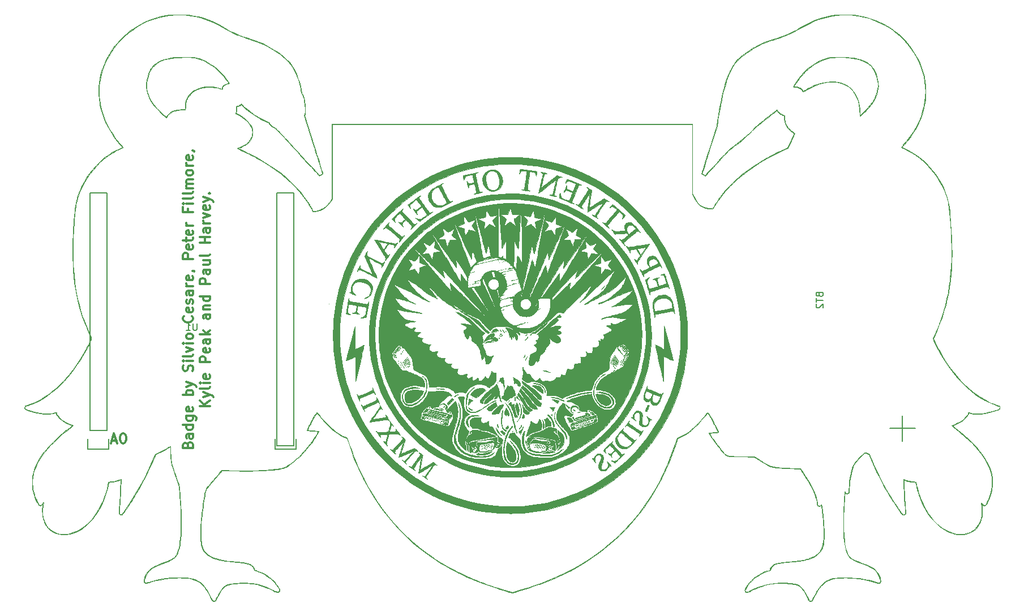
<source format=gbo>
G04 #@! TF.FileFunction,Legend,Bot*
%FSLAX46Y46*%
G04 Gerber Fmt 4.6, Leading zero omitted, Abs format (unit mm)*
G04 Created by KiCad (PCBNEW 4.0.4+e1-6308~48~ubuntu16.04.1-stable) date Sat Jan 14 12:07:25 2017*
%MOMM*%
%LPD*%
G01*
G04 APERTURE LIST*
%ADD10C,0.100000*%
%ADD11C,0.300000*%
%ADD12C,0.150000*%
%ADD13C,0.010000*%
%ADD14O,1.506220X3.014980*%
%ADD15O,2.032000X1.727200*%
%ADD16R,2.032000X1.727200*%
%ADD17R,1.700000X1.700000*%
%ADD18O,1.700000X1.700000*%
%ADD19R,2.000000X2.000000*%
%ADD20C,2.000000*%
G04 APERTURE END LIST*
D10*
D11*
X104281857Y-122333998D02*
X104353286Y-122119712D01*
X104424714Y-122048284D01*
X104567571Y-121976855D01*
X104781857Y-121976855D01*
X104924714Y-122048284D01*
X104996143Y-122119712D01*
X105067571Y-122262570D01*
X105067571Y-122833998D01*
X103567571Y-122833998D01*
X103567571Y-122333998D01*
X103639000Y-122191141D01*
X103710429Y-122119712D01*
X103853286Y-122048284D01*
X103996143Y-122048284D01*
X104139000Y-122119712D01*
X104210429Y-122191141D01*
X104281857Y-122333998D01*
X104281857Y-122833998D01*
X105067571Y-120691141D02*
X104281857Y-120691141D01*
X104139000Y-120762570D01*
X104067571Y-120905427D01*
X104067571Y-121191141D01*
X104139000Y-121333998D01*
X104996143Y-120691141D02*
X105067571Y-120833998D01*
X105067571Y-121191141D01*
X104996143Y-121333998D01*
X104853286Y-121405427D01*
X104710429Y-121405427D01*
X104567571Y-121333998D01*
X104496143Y-121191141D01*
X104496143Y-120833998D01*
X104424714Y-120691141D01*
X105067571Y-119333998D02*
X103567571Y-119333998D01*
X104996143Y-119333998D02*
X105067571Y-119476855D01*
X105067571Y-119762569D01*
X104996143Y-119905427D01*
X104924714Y-119976855D01*
X104781857Y-120048284D01*
X104353286Y-120048284D01*
X104210429Y-119976855D01*
X104139000Y-119905427D01*
X104067571Y-119762569D01*
X104067571Y-119476855D01*
X104139000Y-119333998D01*
X104067571Y-117976855D02*
X105281857Y-117976855D01*
X105424714Y-118048284D01*
X105496143Y-118119712D01*
X105567571Y-118262569D01*
X105567571Y-118476855D01*
X105496143Y-118619712D01*
X104996143Y-117976855D02*
X105067571Y-118119712D01*
X105067571Y-118405426D01*
X104996143Y-118548284D01*
X104924714Y-118619712D01*
X104781857Y-118691141D01*
X104353286Y-118691141D01*
X104210429Y-118619712D01*
X104139000Y-118548284D01*
X104067571Y-118405426D01*
X104067571Y-118119712D01*
X104139000Y-117976855D01*
X104996143Y-116691141D02*
X105067571Y-116833998D01*
X105067571Y-117119712D01*
X104996143Y-117262569D01*
X104853286Y-117333998D01*
X104281857Y-117333998D01*
X104139000Y-117262569D01*
X104067571Y-117119712D01*
X104067571Y-116833998D01*
X104139000Y-116691141D01*
X104281857Y-116619712D01*
X104424714Y-116619712D01*
X104567571Y-117333998D01*
X105067571Y-114833998D02*
X103567571Y-114833998D01*
X104139000Y-114833998D02*
X104067571Y-114691141D01*
X104067571Y-114405427D01*
X104139000Y-114262570D01*
X104210429Y-114191141D01*
X104353286Y-114119712D01*
X104781857Y-114119712D01*
X104924714Y-114191141D01*
X104996143Y-114262570D01*
X105067571Y-114405427D01*
X105067571Y-114691141D01*
X104996143Y-114833998D01*
X104067571Y-113619712D02*
X105067571Y-113262569D01*
X104067571Y-112905427D02*
X105067571Y-113262569D01*
X105424714Y-113405427D01*
X105496143Y-113476855D01*
X105567571Y-113619712D01*
X104996143Y-111262570D02*
X105067571Y-111048284D01*
X105067571Y-110691141D01*
X104996143Y-110548284D01*
X104924714Y-110476855D01*
X104781857Y-110405427D01*
X104639000Y-110405427D01*
X104496143Y-110476855D01*
X104424714Y-110548284D01*
X104353286Y-110691141D01*
X104281857Y-110976855D01*
X104210429Y-111119713D01*
X104139000Y-111191141D01*
X103996143Y-111262570D01*
X103853286Y-111262570D01*
X103710429Y-111191141D01*
X103639000Y-111119713D01*
X103567571Y-110976855D01*
X103567571Y-110619713D01*
X103639000Y-110405427D01*
X105067571Y-109762570D02*
X104067571Y-109762570D01*
X103567571Y-109762570D02*
X103639000Y-109833999D01*
X103710429Y-109762570D01*
X103639000Y-109691142D01*
X103567571Y-109762570D01*
X103710429Y-109762570D01*
X105067571Y-108833998D02*
X104996143Y-108976856D01*
X104853286Y-109048284D01*
X103567571Y-109048284D01*
X104067571Y-108405427D02*
X105067571Y-108048284D01*
X104067571Y-107691142D01*
X105067571Y-107119713D02*
X104067571Y-107119713D01*
X103567571Y-107119713D02*
X103639000Y-107191142D01*
X103710429Y-107119713D01*
X103639000Y-107048285D01*
X103567571Y-107119713D01*
X103710429Y-107119713D01*
X105067571Y-106191141D02*
X104996143Y-106333999D01*
X104924714Y-106405427D01*
X104781857Y-106476856D01*
X104353286Y-106476856D01*
X104210429Y-106405427D01*
X104139000Y-106333999D01*
X104067571Y-106191141D01*
X104067571Y-105976856D01*
X104139000Y-105833999D01*
X104210429Y-105762570D01*
X104353286Y-105691141D01*
X104781857Y-105691141D01*
X104924714Y-105762570D01*
X104996143Y-105833999D01*
X105067571Y-105976856D01*
X105067571Y-106191141D01*
X104924714Y-103048284D02*
X104996143Y-103119713D01*
X105067571Y-103333999D01*
X105067571Y-103476856D01*
X104996143Y-103691141D01*
X104853286Y-103833999D01*
X104710429Y-103905427D01*
X104424714Y-103976856D01*
X104210429Y-103976856D01*
X103924714Y-103905427D01*
X103781857Y-103833999D01*
X103639000Y-103691141D01*
X103567571Y-103476856D01*
X103567571Y-103333999D01*
X103639000Y-103119713D01*
X103710429Y-103048284D01*
X104996143Y-101833999D02*
X105067571Y-101976856D01*
X105067571Y-102262570D01*
X104996143Y-102405427D01*
X104853286Y-102476856D01*
X104281857Y-102476856D01*
X104139000Y-102405427D01*
X104067571Y-102262570D01*
X104067571Y-101976856D01*
X104139000Y-101833999D01*
X104281857Y-101762570D01*
X104424714Y-101762570D01*
X104567571Y-102476856D01*
X104996143Y-101191142D02*
X105067571Y-101048285D01*
X105067571Y-100762570D01*
X104996143Y-100619713D01*
X104853286Y-100548285D01*
X104781857Y-100548285D01*
X104639000Y-100619713D01*
X104567571Y-100762570D01*
X104567571Y-100976856D01*
X104496143Y-101119713D01*
X104353286Y-101191142D01*
X104281857Y-101191142D01*
X104139000Y-101119713D01*
X104067571Y-100976856D01*
X104067571Y-100762570D01*
X104139000Y-100619713D01*
X105067571Y-99262570D02*
X104281857Y-99262570D01*
X104139000Y-99333999D01*
X104067571Y-99476856D01*
X104067571Y-99762570D01*
X104139000Y-99905427D01*
X104996143Y-99262570D02*
X105067571Y-99405427D01*
X105067571Y-99762570D01*
X104996143Y-99905427D01*
X104853286Y-99976856D01*
X104710429Y-99976856D01*
X104567571Y-99905427D01*
X104496143Y-99762570D01*
X104496143Y-99405427D01*
X104424714Y-99262570D01*
X105067571Y-98548284D02*
X104067571Y-98548284D01*
X104353286Y-98548284D02*
X104210429Y-98476856D01*
X104139000Y-98405427D01*
X104067571Y-98262570D01*
X104067571Y-98119713D01*
X104996143Y-97048285D02*
X105067571Y-97191142D01*
X105067571Y-97476856D01*
X104996143Y-97619713D01*
X104853286Y-97691142D01*
X104281857Y-97691142D01*
X104139000Y-97619713D01*
X104067571Y-97476856D01*
X104067571Y-97191142D01*
X104139000Y-97048285D01*
X104281857Y-96976856D01*
X104424714Y-96976856D01*
X104567571Y-97691142D01*
X104996143Y-96262571D02*
X105067571Y-96262571D01*
X105210429Y-96333999D01*
X105281857Y-96405428D01*
X105067571Y-94476856D02*
X103567571Y-94476856D01*
X103567571Y-93905428D01*
X103639000Y-93762570D01*
X103710429Y-93691142D01*
X103853286Y-93619713D01*
X104067571Y-93619713D01*
X104210429Y-93691142D01*
X104281857Y-93762570D01*
X104353286Y-93905428D01*
X104353286Y-94476856D01*
X104996143Y-92405428D02*
X105067571Y-92548285D01*
X105067571Y-92833999D01*
X104996143Y-92976856D01*
X104853286Y-93048285D01*
X104281857Y-93048285D01*
X104139000Y-92976856D01*
X104067571Y-92833999D01*
X104067571Y-92548285D01*
X104139000Y-92405428D01*
X104281857Y-92333999D01*
X104424714Y-92333999D01*
X104567571Y-93048285D01*
X104067571Y-91905428D02*
X104067571Y-91333999D01*
X103567571Y-91691142D02*
X104853286Y-91691142D01*
X104996143Y-91619714D01*
X105067571Y-91476856D01*
X105067571Y-91333999D01*
X104996143Y-90262571D02*
X105067571Y-90405428D01*
X105067571Y-90691142D01*
X104996143Y-90833999D01*
X104853286Y-90905428D01*
X104281857Y-90905428D01*
X104139000Y-90833999D01*
X104067571Y-90691142D01*
X104067571Y-90405428D01*
X104139000Y-90262571D01*
X104281857Y-90191142D01*
X104424714Y-90191142D01*
X104567571Y-90905428D01*
X105067571Y-89548285D02*
X104067571Y-89548285D01*
X104353286Y-89548285D02*
X104210429Y-89476857D01*
X104139000Y-89405428D01*
X104067571Y-89262571D01*
X104067571Y-89119714D01*
X104281857Y-86976857D02*
X104281857Y-87476857D01*
X105067571Y-87476857D02*
X103567571Y-87476857D01*
X103567571Y-86762571D01*
X105067571Y-86191143D02*
X104067571Y-86191143D01*
X103567571Y-86191143D02*
X103639000Y-86262572D01*
X103710429Y-86191143D01*
X103639000Y-86119715D01*
X103567571Y-86191143D01*
X103710429Y-86191143D01*
X105067571Y-85262571D02*
X104996143Y-85405429D01*
X104853286Y-85476857D01*
X103567571Y-85476857D01*
X105067571Y-84476857D02*
X104996143Y-84619715D01*
X104853286Y-84691143D01*
X103567571Y-84691143D01*
X105067571Y-83905429D02*
X104067571Y-83905429D01*
X104210429Y-83905429D02*
X104139000Y-83834001D01*
X104067571Y-83691143D01*
X104067571Y-83476858D01*
X104139000Y-83334001D01*
X104281857Y-83262572D01*
X105067571Y-83262572D01*
X104281857Y-83262572D02*
X104139000Y-83191143D01*
X104067571Y-83048286D01*
X104067571Y-82834001D01*
X104139000Y-82691143D01*
X104281857Y-82619715D01*
X105067571Y-82619715D01*
X105067571Y-81691143D02*
X104996143Y-81834001D01*
X104924714Y-81905429D01*
X104781857Y-81976858D01*
X104353286Y-81976858D01*
X104210429Y-81905429D01*
X104139000Y-81834001D01*
X104067571Y-81691143D01*
X104067571Y-81476858D01*
X104139000Y-81334001D01*
X104210429Y-81262572D01*
X104353286Y-81191143D01*
X104781857Y-81191143D01*
X104924714Y-81262572D01*
X104996143Y-81334001D01*
X105067571Y-81476858D01*
X105067571Y-81691143D01*
X105067571Y-80548286D02*
X104067571Y-80548286D01*
X104353286Y-80548286D02*
X104210429Y-80476858D01*
X104139000Y-80405429D01*
X104067571Y-80262572D01*
X104067571Y-80119715D01*
X104996143Y-79048287D02*
X105067571Y-79191144D01*
X105067571Y-79476858D01*
X104996143Y-79619715D01*
X104853286Y-79691144D01*
X104281857Y-79691144D01*
X104139000Y-79619715D01*
X104067571Y-79476858D01*
X104067571Y-79191144D01*
X104139000Y-79048287D01*
X104281857Y-78976858D01*
X104424714Y-78976858D01*
X104567571Y-79691144D01*
X104996143Y-78262573D02*
X105067571Y-78262573D01*
X105210429Y-78334001D01*
X105281857Y-78405430D01*
X107617571Y-116512571D02*
X106117571Y-116512571D01*
X107617571Y-115655428D02*
X106760429Y-116298285D01*
X106117571Y-115655428D02*
X106974714Y-116512571D01*
X106617571Y-115155428D02*
X107617571Y-114798285D01*
X106617571Y-114441143D02*
X107617571Y-114798285D01*
X107974714Y-114941143D01*
X108046143Y-115012571D01*
X108117571Y-115155428D01*
X107617571Y-113655428D02*
X107546143Y-113798286D01*
X107403286Y-113869714D01*
X106117571Y-113869714D01*
X107617571Y-113084000D02*
X106617571Y-113084000D01*
X106117571Y-113084000D02*
X106189000Y-113155429D01*
X106260429Y-113084000D01*
X106189000Y-113012572D01*
X106117571Y-113084000D01*
X106260429Y-113084000D01*
X107546143Y-111798286D02*
X107617571Y-111941143D01*
X107617571Y-112226857D01*
X107546143Y-112369714D01*
X107403286Y-112441143D01*
X106831857Y-112441143D01*
X106689000Y-112369714D01*
X106617571Y-112226857D01*
X106617571Y-111941143D01*
X106689000Y-111798286D01*
X106831857Y-111726857D01*
X106974714Y-111726857D01*
X107117571Y-112441143D01*
X107617571Y-109941143D02*
X106117571Y-109941143D01*
X106117571Y-109369715D01*
X106189000Y-109226857D01*
X106260429Y-109155429D01*
X106403286Y-109084000D01*
X106617571Y-109084000D01*
X106760429Y-109155429D01*
X106831857Y-109226857D01*
X106903286Y-109369715D01*
X106903286Y-109941143D01*
X107546143Y-107869715D02*
X107617571Y-108012572D01*
X107617571Y-108298286D01*
X107546143Y-108441143D01*
X107403286Y-108512572D01*
X106831857Y-108512572D01*
X106689000Y-108441143D01*
X106617571Y-108298286D01*
X106617571Y-108012572D01*
X106689000Y-107869715D01*
X106831857Y-107798286D01*
X106974714Y-107798286D01*
X107117571Y-108512572D01*
X107617571Y-106512572D02*
X106831857Y-106512572D01*
X106689000Y-106584001D01*
X106617571Y-106726858D01*
X106617571Y-107012572D01*
X106689000Y-107155429D01*
X107546143Y-106512572D02*
X107617571Y-106655429D01*
X107617571Y-107012572D01*
X107546143Y-107155429D01*
X107403286Y-107226858D01*
X107260429Y-107226858D01*
X107117571Y-107155429D01*
X107046143Y-107012572D01*
X107046143Y-106655429D01*
X106974714Y-106512572D01*
X107617571Y-105798286D02*
X106117571Y-105798286D01*
X107046143Y-105655429D02*
X107617571Y-105226858D01*
X106617571Y-105226858D02*
X107189000Y-105798286D01*
X107617571Y-102798286D02*
X106831857Y-102798286D01*
X106689000Y-102869715D01*
X106617571Y-103012572D01*
X106617571Y-103298286D01*
X106689000Y-103441143D01*
X107546143Y-102798286D02*
X107617571Y-102941143D01*
X107617571Y-103298286D01*
X107546143Y-103441143D01*
X107403286Y-103512572D01*
X107260429Y-103512572D01*
X107117571Y-103441143D01*
X107046143Y-103298286D01*
X107046143Y-102941143D01*
X106974714Y-102798286D01*
X106617571Y-102084000D02*
X107617571Y-102084000D01*
X106760429Y-102084000D02*
X106689000Y-102012572D01*
X106617571Y-101869714D01*
X106617571Y-101655429D01*
X106689000Y-101512572D01*
X106831857Y-101441143D01*
X107617571Y-101441143D01*
X107617571Y-100084000D02*
X106117571Y-100084000D01*
X107546143Y-100084000D02*
X107617571Y-100226857D01*
X107617571Y-100512571D01*
X107546143Y-100655429D01*
X107474714Y-100726857D01*
X107331857Y-100798286D01*
X106903286Y-100798286D01*
X106760429Y-100726857D01*
X106689000Y-100655429D01*
X106617571Y-100512571D01*
X106617571Y-100226857D01*
X106689000Y-100084000D01*
X107617571Y-98226857D02*
X106117571Y-98226857D01*
X106117571Y-97655429D01*
X106189000Y-97512571D01*
X106260429Y-97441143D01*
X106403286Y-97369714D01*
X106617571Y-97369714D01*
X106760429Y-97441143D01*
X106831857Y-97512571D01*
X106903286Y-97655429D01*
X106903286Y-98226857D01*
X107617571Y-96084000D02*
X106831857Y-96084000D01*
X106689000Y-96155429D01*
X106617571Y-96298286D01*
X106617571Y-96584000D01*
X106689000Y-96726857D01*
X107546143Y-96084000D02*
X107617571Y-96226857D01*
X107617571Y-96584000D01*
X107546143Y-96726857D01*
X107403286Y-96798286D01*
X107260429Y-96798286D01*
X107117571Y-96726857D01*
X107046143Y-96584000D01*
X107046143Y-96226857D01*
X106974714Y-96084000D01*
X106617571Y-94726857D02*
X107617571Y-94726857D01*
X106617571Y-95369714D02*
X107403286Y-95369714D01*
X107546143Y-95298286D01*
X107617571Y-95155428D01*
X107617571Y-94941143D01*
X107546143Y-94798286D01*
X107474714Y-94726857D01*
X107617571Y-93798285D02*
X107546143Y-93941143D01*
X107403286Y-94012571D01*
X106117571Y-94012571D01*
X107617571Y-92084000D02*
X106117571Y-92084000D01*
X106831857Y-92084000D02*
X106831857Y-91226857D01*
X107617571Y-91226857D02*
X106117571Y-91226857D01*
X107617571Y-89869714D02*
X106831857Y-89869714D01*
X106689000Y-89941143D01*
X106617571Y-90084000D01*
X106617571Y-90369714D01*
X106689000Y-90512571D01*
X107546143Y-89869714D02*
X107617571Y-90012571D01*
X107617571Y-90369714D01*
X107546143Y-90512571D01*
X107403286Y-90584000D01*
X107260429Y-90584000D01*
X107117571Y-90512571D01*
X107046143Y-90369714D01*
X107046143Y-90012571D01*
X106974714Y-89869714D01*
X107617571Y-89155428D02*
X106617571Y-89155428D01*
X106903286Y-89155428D02*
X106760429Y-89084000D01*
X106689000Y-89012571D01*
X106617571Y-88869714D01*
X106617571Y-88726857D01*
X106617571Y-88369714D02*
X107617571Y-88012571D01*
X106617571Y-87655429D01*
X107546143Y-86512572D02*
X107617571Y-86655429D01*
X107617571Y-86941143D01*
X107546143Y-87084000D01*
X107403286Y-87155429D01*
X106831857Y-87155429D01*
X106689000Y-87084000D01*
X106617571Y-86941143D01*
X106617571Y-86655429D01*
X106689000Y-86512572D01*
X106831857Y-86441143D01*
X106974714Y-86441143D01*
X107117571Y-87155429D01*
X106617571Y-85941143D02*
X107617571Y-85584000D01*
X106617571Y-85226858D02*
X107617571Y-85584000D01*
X107974714Y-85726858D01*
X108046143Y-85798286D01*
X108117571Y-85941143D01*
X107474714Y-84655429D02*
X107546143Y-84584001D01*
X107617571Y-84655429D01*
X107546143Y-84726858D01*
X107474714Y-84655429D01*
X107617571Y-84655429D01*
X92908572Y-121662000D02*
X93622858Y-121662000D01*
X92765715Y-122090571D02*
X93265715Y-120590571D01*
X93765715Y-122090571D01*
X94551429Y-120590571D02*
X94694286Y-120590571D01*
X94837143Y-120662000D01*
X94908572Y-120733429D01*
X94980001Y-120876286D01*
X95051429Y-121162000D01*
X95051429Y-121519143D01*
X94980001Y-121804857D01*
X94908572Y-121947714D01*
X94837143Y-122019143D01*
X94694286Y-122090571D01*
X94551429Y-122090571D01*
X94408572Y-122019143D01*
X94337143Y-121947714D01*
X94265715Y-121804857D01*
X94194286Y-121519143D01*
X94194286Y-121162000D01*
X94265715Y-120876286D01*
X94337143Y-120733429D01*
X94408572Y-120662000D01*
X94551429Y-120590571D01*
D12*
X117602000Y-122428000D02*
X117602000Y-120142000D01*
X120142000Y-122428000D02*
X120142000Y-119888000D01*
X117352000Y-122962000D02*
X120452000Y-122962000D01*
X117352000Y-121412000D02*
X117352000Y-122962000D01*
X120172000Y-122428000D02*
X117632000Y-122428000D01*
X120452000Y-122962000D02*
X120452000Y-121412000D01*
X120172000Y-84582000D02*
X120172000Y-120142000D01*
X117632000Y-84582000D02*
X120172000Y-84582000D01*
X117632000Y-120142000D02*
X117632000Y-84582000D01*
X89632000Y-120142000D02*
X89632000Y-84582000D01*
X89632000Y-84582000D02*
X92172000Y-84582000D01*
X92172000Y-84582000D02*
X92172000Y-120142000D01*
X92452000Y-122962000D02*
X92452000Y-121412000D01*
X92172000Y-120142000D02*
X89632000Y-120142000D01*
X89352000Y-121412000D02*
X89352000Y-122962000D01*
X89352000Y-122962000D02*
X92452000Y-122962000D01*
D13*
G36*
X202908493Y-57904907D02*
X203176839Y-57908171D01*
X203425816Y-57913621D01*
X203645707Y-57921258D01*
X203826798Y-57931081D01*
X203959373Y-57943091D01*
X203960541Y-57943237D01*
X204815958Y-58077629D01*
X205643394Y-58262571D01*
X206445548Y-58498931D01*
X207225117Y-58787578D01*
X207984800Y-59129379D01*
X208529232Y-59413439D01*
X208724558Y-59526460D01*
X208952672Y-59666716D01*
X209200388Y-59825442D01*
X209454521Y-59993873D01*
X209701886Y-60163244D01*
X209929297Y-60324791D01*
X210123568Y-60469749D01*
X210154384Y-60493704D01*
X210792033Y-61028349D01*
X211387365Y-61599268D01*
X211938788Y-62203959D01*
X212444713Y-62839917D01*
X212903549Y-63504639D01*
X213313706Y-64195619D01*
X213673592Y-64910355D01*
X213981618Y-65646343D01*
X214236192Y-66401077D01*
X214435725Y-67172055D01*
X214455919Y-67265665D01*
X214565802Y-67896385D01*
X214637172Y-68556894D01*
X214669634Y-69232748D01*
X214662793Y-69909502D01*
X214616254Y-70572714D01*
X214558809Y-71028034D01*
X214410447Y-71812984D01*
X214204784Y-72588191D01*
X213942226Y-73352824D01*
X213623176Y-74106052D01*
X213248042Y-74847047D01*
X212817228Y-75574977D01*
X212331140Y-76289014D01*
X211790182Y-76988326D01*
X211456794Y-77380763D01*
X211351318Y-77502377D01*
X211261033Y-77609277D01*
X211192383Y-77693605D01*
X211151810Y-77747503D01*
X211143545Y-77762710D01*
X211169127Y-77783171D01*
X211237792Y-77820288D01*
X211338617Y-77868517D01*
X211442798Y-77914683D01*
X211848507Y-78102874D01*
X212275338Y-78327055D01*
X212707345Y-78578098D01*
X213128580Y-78846879D01*
X213401399Y-79035603D01*
X214022875Y-79514670D01*
X214612604Y-80037419D01*
X215168013Y-80599887D01*
X215686529Y-81198111D01*
X216165578Y-81828128D01*
X216602587Y-82485972D01*
X216994982Y-83167683D01*
X217340189Y-83869295D01*
X217635636Y-84586845D01*
X217878749Y-85316371D01*
X218066954Y-86053909D01*
X218116356Y-86297229D01*
X218146198Y-86459587D01*
X218172053Y-86613957D01*
X218195281Y-86771034D01*
X218217241Y-86941516D01*
X218239295Y-87136098D01*
X218262802Y-87365478D01*
X218289123Y-87640351D01*
X218294554Y-87698609D01*
X218403698Y-88987040D01*
X218486858Y-90225903D01*
X218543985Y-91417943D01*
X218575027Y-92565908D01*
X218579932Y-93672547D01*
X218558649Y-94740606D01*
X218511127Y-95772832D01*
X218437315Y-96771973D01*
X218337160Y-97740777D01*
X218210613Y-98681991D01*
X218074043Y-99508149D01*
X217884151Y-100451147D01*
X217653949Y-101395111D01*
X217381740Y-102345359D01*
X217065824Y-103307208D01*
X216704504Y-104285974D01*
X216296081Y-105286976D01*
X216044126Y-105863776D01*
X215808387Y-106391367D01*
X215889405Y-106584586D01*
X215969164Y-106767067D01*
X216070696Y-106987442D01*
X216187555Y-107232485D01*
X216313298Y-107488970D01*
X216441478Y-107743671D01*
X216565649Y-107983362D01*
X216629677Y-108103590D01*
X217100488Y-108934174D01*
X217605626Y-109743635D01*
X218141405Y-110527510D01*
X218704137Y-111281339D01*
X219290136Y-112000660D01*
X219895714Y-112681014D01*
X220517184Y-113317939D01*
X221150860Y-113906973D01*
X221793055Y-114443656D01*
X222005405Y-114607895D01*
X222571471Y-115011838D01*
X223152839Y-115378287D01*
X223742338Y-115703492D01*
X224332797Y-115983706D01*
X224917045Y-116215179D01*
X225346173Y-116354347D01*
X225521613Y-116414237D01*
X225645111Y-116478735D01*
X225723107Y-116553416D01*
X225762042Y-116643854D01*
X225769506Y-116720749D01*
X225766333Y-116807188D01*
X225752483Y-116877230D01*
X225721462Y-116935544D01*
X225666776Y-116986799D01*
X225581931Y-117035663D01*
X225460432Y-117086806D01*
X225295786Y-117144897D01*
X225083414Y-117213991D01*
X224476566Y-117391682D01*
X223894214Y-117529556D01*
X223339033Y-117627339D01*
X222813698Y-117684757D01*
X222320883Y-117701536D01*
X221863261Y-117677403D01*
X221443507Y-117612083D01*
X221366450Y-117594561D01*
X221226401Y-117561528D01*
X221133498Y-117543650D01*
X221078066Y-117542628D01*
X221050430Y-117560162D01*
X221040915Y-117597955D01*
X221039851Y-117651983D01*
X221035384Y-117708651D01*
X221017610Y-117763669D01*
X220979967Y-117828473D01*
X220915897Y-117914500D01*
X220826302Y-118024225D01*
X220484470Y-118393359D01*
X220115491Y-118712637D01*
X219721259Y-118980746D01*
X219303668Y-119196373D01*
X218930546Y-119337802D01*
X218818705Y-119376663D01*
X218731731Y-119412826D01*
X218682056Y-119440824D01*
X218675087Y-119450166D01*
X218697062Y-119476881D01*
X218758310Y-119533088D01*
X218851754Y-119612765D01*
X218970317Y-119709890D01*
X219106919Y-119818443D01*
X219120253Y-119828878D01*
X219855056Y-120418771D01*
X220533857Y-120996457D01*
X221157499Y-121563065D01*
X221726829Y-122119721D01*
X222242691Y-122667555D01*
X222705930Y-123207695D01*
X223117391Y-123741268D01*
X223477920Y-124269404D01*
X223788360Y-124793229D01*
X224049557Y-125313873D01*
X224262356Y-125832463D01*
X224427603Y-126350128D01*
X224546141Y-126867995D01*
X224588541Y-127130097D01*
X224611657Y-127358253D01*
X224624676Y-127626443D01*
X224627953Y-127918660D01*
X224621843Y-128218898D01*
X224606698Y-128511151D01*
X224582873Y-128779413D01*
X224550722Y-129007679D01*
X224546492Y-129030720D01*
X224438334Y-129496937D01*
X224288686Y-129980254D01*
X224103488Y-130463717D01*
X223888683Y-130930371D01*
X223863284Y-130980374D01*
X223779438Y-131139614D01*
X223711945Y-131253312D01*
X223652870Y-131329027D01*
X223594278Y-131374316D01*
X223528232Y-131396737D01*
X223446797Y-131403848D01*
X223418358Y-131404126D01*
X223316884Y-131399907D01*
X223249437Y-131381608D01*
X223191923Y-131340763D01*
X223165314Y-131315230D01*
X223108441Y-131264072D01*
X223069708Y-131239730D01*
X223062623Y-131240128D01*
X223060320Y-131273179D01*
X223065516Y-131350528D01*
X223077123Y-131458716D01*
X223085790Y-131526093D01*
X223105417Y-131724052D01*
X223117069Y-131958150D01*
X223120890Y-132211462D01*
X223117023Y-132467062D01*
X223105613Y-132708024D01*
X223086805Y-132917424D01*
X223073122Y-133014426D01*
X222972762Y-133461707D01*
X222827550Y-133876429D01*
X222638840Y-134256230D01*
X222407984Y-134598749D01*
X222136337Y-134901624D01*
X221854729Y-135140871D01*
X221508917Y-135362060D01*
X221134482Y-135534519D01*
X220735421Y-135657943D01*
X220315732Y-135732030D01*
X219879414Y-135756477D01*
X219430465Y-135730981D01*
X218972883Y-135655239D01*
X218510666Y-135528949D01*
X218204243Y-135417454D01*
X217709125Y-135188566D01*
X217226585Y-134904678D01*
X216758867Y-134568260D01*
X216308217Y-134181782D01*
X215876879Y-133747713D01*
X215467099Y-133268523D01*
X215081120Y-132746682D01*
X214721187Y-132184660D01*
X214389546Y-131584925D01*
X214088442Y-130949947D01*
X214038813Y-130834816D01*
X213895141Y-130485062D01*
X213763488Y-130138838D01*
X213640799Y-129786372D01*
X213524018Y-129417889D01*
X213410090Y-129023617D01*
X213295959Y-128593782D01*
X213178571Y-128118613D01*
X213143448Y-127970792D01*
X213131819Y-127942650D01*
X213105423Y-127923315D01*
X213053312Y-127909953D01*
X212964539Y-127899730D01*
X212831439Y-127890027D01*
X212446349Y-127846146D01*
X212051500Y-127767105D01*
X211700343Y-127666567D01*
X211585623Y-127628723D01*
X211492759Y-127599193D01*
X211434934Y-127582116D01*
X211422958Y-127579528D01*
X211413802Y-127607936D01*
X211408596Y-127690304D01*
X211407145Y-127822347D01*
X211409254Y-127999782D01*
X211414729Y-128218326D01*
X211423374Y-128473694D01*
X211434994Y-128761603D01*
X211449395Y-129077768D01*
X211466381Y-129417907D01*
X211485758Y-129777735D01*
X211507330Y-130152968D01*
X211530903Y-130539323D01*
X211556281Y-130932516D01*
X211583270Y-131328263D01*
X211611234Y-131716349D01*
X211626141Y-131929283D01*
X211638276Y-132126177D01*
X211647251Y-132298608D01*
X211652678Y-132438153D01*
X211654169Y-132536388D01*
X211651334Y-132584890D01*
X211651307Y-132584998D01*
X211598789Y-132683745D01*
X211505860Y-132759514D01*
X211389427Y-132800485D01*
X211337439Y-132804471D01*
X211242690Y-132795040D01*
X211162507Y-132773021D01*
X211149899Y-132766944D01*
X211099408Y-132722321D01*
X211022042Y-132631362D01*
X210920400Y-132498137D01*
X210797084Y-132326717D01*
X210654692Y-132121170D01*
X210495825Y-131885567D01*
X210323083Y-131623978D01*
X210139066Y-131340471D01*
X209946375Y-131039117D01*
X209747610Y-130723986D01*
X209545370Y-130399147D01*
X209342255Y-130068670D01*
X209140867Y-129736625D01*
X208943805Y-129407081D01*
X208753669Y-129084108D01*
X208573059Y-128771777D01*
X208404576Y-128474156D01*
X208385948Y-128440793D01*
X207827026Y-127398575D01*
X207289930Y-126315768D01*
X206772094Y-125186998D01*
X206276823Y-124021244D01*
X206164793Y-123747442D01*
X205872839Y-123634580D01*
X205753106Y-123588557D01*
X205655544Y-123551552D01*
X205591696Y-123527912D01*
X205572668Y-123521543D01*
X205543280Y-123541137D01*
X205479927Y-123595934D01*
X205389383Y-123679308D01*
X205278422Y-123784630D01*
X205153817Y-123905274D01*
X205022344Y-124034612D01*
X204890776Y-124166017D01*
X204765887Y-124292862D01*
X204654452Y-124408520D01*
X204563243Y-124506363D01*
X204542473Y-124529417D01*
X204354821Y-124743030D01*
X204202759Y-124925136D01*
X204080316Y-125085242D01*
X203981522Y-125232858D01*
X203900408Y-125377492D01*
X203831004Y-125528654D01*
X203767341Y-125695853D01*
X203718188Y-125842402D01*
X203605437Y-126215810D01*
X203509957Y-126585604D01*
X203430078Y-126961863D01*
X203364131Y-127354668D01*
X203310447Y-127774097D01*
X203267358Y-128230230D01*
X203233193Y-128733148D01*
X203229942Y-128791138D01*
X203218497Y-128975193D01*
X203205538Y-129143860D01*
X203192061Y-129286707D01*
X203179064Y-129393305D01*
X203167543Y-129453223D01*
X203166335Y-129456710D01*
X203117052Y-129530023D01*
X203052821Y-129580790D01*
X202950201Y-129613656D01*
X202835351Y-129621078D01*
X202733254Y-129603086D01*
X202688822Y-129580342D01*
X202637505Y-129546348D01*
X202607746Y-129548146D01*
X202590342Y-129593550D01*
X202578130Y-129674298D01*
X202569414Y-129758867D01*
X202558126Y-129893811D01*
X202544767Y-130071199D01*
X202529836Y-130283095D01*
X202513837Y-130521567D01*
X202497270Y-130778681D01*
X202480636Y-131046503D01*
X202464437Y-131317099D01*
X202449173Y-131582537D01*
X202435346Y-131834882D01*
X202423458Y-132066202D01*
X202414009Y-132268561D01*
X202413532Y-132279577D01*
X202403441Y-132560618D01*
X202395551Y-132877394D01*
X202389861Y-133219675D01*
X202386372Y-133577231D01*
X202385081Y-133939831D01*
X202385989Y-134297243D01*
X202389094Y-134639238D01*
X202394397Y-134955584D01*
X202401896Y-135236052D01*
X202411591Y-135470410D01*
X202413753Y-135510140D01*
X202454766Y-136092916D01*
X202508471Y-136629123D01*
X202574551Y-137117180D01*
X202652688Y-137555510D01*
X202742568Y-137942534D01*
X202843873Y-138276672D01*
X202956286Y-138556346D01*
X203064472Y-138756665D01*
X203182792Y-138924801D01*
X203318881Y-139078658D01*
X203478069Y-139221559D01*
X203665686Y-139356825D01*
X203887059Y-139487779D01*
X204147518Y-139617742D01*
X204452393Y-139750035D01*
X204807012Y-139887980D01*
X204982380Y-139952116D01*
X205251192Y-140049395D01*
X205473653Y-140131373D01*
X205658654Y-140201649D01*
X205815090Y-140263824D01*
X205951855Y-140321500D01*
X206077842Y-140378278D01*
X206201946Y-140437757D01*
X206288532Y-140480944D01*
X206668915Y-140699088D01*
X206997979Y-140944077D01*
X207277038Y-141217469D01*
X207507403Y-141520819D01*
X207690385Y-141855681D01*
X207827297Y-142223612D01*
X207860780Y-142345376D01*
X207900832Y-142513993D01*
X207922841Y-142639484D01*
X207927406Y-142734060D01*
X207915129Y-142809927D01*
X207887020Y-142878503D01*
X207826970Y-142959296D01*
X207743561Y-143007414D01*
X207631047Y-143023201D01*
X207483684Y-143006999D01*
X207295723Y-142959151D01*
X207176956Y-142920831D01*
X206609944Y-142747176D01*
X205998539Y-142595680D01*
X205352985Y-142467911D01*
X204683526Y-142365437D01*
X204000409Y-142289826D01*
X203313878Y-142242645D01*
X202634179Y-142225461D01*
X202632150Y-142225456D01*
X202113686Y-142233143D01*
X201645918Y-142259756D01*
X201223808Y-142306812D01*
X200842316Y-142375825D01*
X200496404Y-142468312D01*
X200181033Y-142585789D01*
X199891164Y-142729771D01*
X199621758Y-142901775D01*
X199367778Y-143103317D01*
X199201870Y-143257459D01*
X199055054Y-143407142D01*
X198920523Y-143556746D01*
X198793632Y-143713238D01*
X198669739Y-143883583D01*
X198544201Y-144074747D01*
X198412373Y-144293694D01*
X198269614Y-144547390D01*
X198111279Y-144842800D01*
X197990495Y-145074643D01*
X197899873Y-145246105D01*
X197814367Y-145400408D01*
X197738940Y-145529132D01*
X197678554Y-145623860D01*
X197638172Y-145676175D01*
X197633398Y-145680447D01*
X197542299Y-145723371D01*
X197427590Y-145739888D01*
X197313650Y-145729554D01*
X197224858Y-145691925D01*
X197219876Y-145687977D01*
X197189272Y-145647533D01*
X197137906Y-145562874D01*
X197070409Y-145442364D01*
X196991412Y-145294368D01*
X196905545Y-145127251D01*
X196868350Y-145052977D01*
X196670981Y-144671464D01*
X196483281Y-144343156D01*
X196301667Y-144064391D01*
X196122558Y-143831504D01*
X195942372Y-143640834D01*
X195757528Y-143488718D01*
X195564443Y-143371493D01*
X195359535Y-143285497D01*
X195139224Y-143227066D01*
X195070541Y-143214521D01*
X194324683Y-143109328D01*
X193613894Y-143047462D01*
X192933884Y-143029121D01*
X192280361Y-143054504D01*
X191649034Y-143123807D01*
X191035611Y-143237227D01*
X190435802Y-143394963D01*
X190311690Y-143433571D01*
X190029647Y-143527264D01*
X189755213Y-143626430D01*
X189477010Y-143735733D01*
X189183658Y-143859838D01*
X188863781Y-144003410D01*
X188505998Y-144171114D01*
X188464771Y-144190789D01*
X188284326Y-144276186D01*
X188147708Y-144338308D01*
X188046621Y-144380196D01*
X187972767Y-144404886D01*
X187917846Y-144415418D01*
X187873562Y-144414830D01*
X187859082Y-144412568D01*
X187727379Y-144363607D01*
X187638204Y-144274861D01*
X187592839Y-144147689D01*
X187590167Y-144127885D01*
X187586079Y-144059880D01*
X187593887Y-143996860D01*
X187618195Y-143924064D01*
X187663608Y-143826731D01*
X187715263Y-143726902D01*
X187898690Y-143420667D01*
X188127615Y-143106463D01*
X188392305Y-142795265D01*
X188683028Y-142498052D01*
X188990050Y-142225801D01*
X189173069Y-142082683D01*
X189564029Y-141815614D01*
X189977870Y-141575871D01*
X190400933Y-141370341D01*
X190819560Y-141205909D01*
X191063586Y-141129656D01*
X191360601Y-141046572D01*
X191394939Y-140911969D01*
X191480716Y-140690719D01*
X191618248Y-140496416D01*
X191807456Y-140329122D01*
X192048262Y-140188902D01*
X192340586Y-140075817D01*
X192494898Y-140032276D01*
X192628900Y-140000341D01*
X192770241Y-139971199D01*
X192925550Y-139943983D01*
X193101456Y-139917826D01*
X193304589Y-139891860D01*
X193541578Y-139865219D01*
X193819052Y-139837037D01*
X194143641Y-139806446D01*
X194395264Y-139783771D01*
X194843354Y-139742242D01*
X195239493Y-139701557D01*
X195590090Y-139660641D01*
X195901553Y-139618422D01*
X196180290Y-139573826D01*
X196432711Y-139525782D01*
X196665223Y-139473215D01*
X196884235Y-139415052D01*
X197096156Y-139350221D01*
X197207666Y-139312832D01*
X197637336Y-139141760D01*
X198022215Y-138940773D01*
X198360305Y-138711267D01*
X198649610Y-138454636D01*
X198888135Y-138172276D01*
X198933899Y-138106392D01*
X199064137Y-137868815D01*
X199173004Y-137577445D01*
X199260504Y-137232220D01*
X199326641Y-136833079D01*
X199371420Y-136379961D01*
X199394844Y-135872807D01*
X199396917Y-135311554D01*
X199377643Y-134696142D01*
X199337027Y-134026510D01*
X199275072Y-133302598D01*
X199259675Y-133146893D01*
X199244110Y-132999522D01*
X199224590Y-132825066D01*
X199202161Y-132631874D01*
X199177868Y-132428295D01*
X199152754Y-132222680D01*
X199127867Y-132023378D01*
X199104249Y-131838740D01*
X199082947Y-131677116D01*
X199065006Y-131546854D01*
X199051469Y-131456305D01*
X199043382Y-131413820D01*
X199042545Y-131411866D01*
X199016083Y-131419833D01*
X198955550Y-131447912D01*
X198922342Y-131464799D01*
X198783288Y-131510519D01*
X198650977Y-131503778D01*
X198535693Y-131445921D01*
X198496935Y-131409087D01*
X198446355Y-131335413D01*
X198415229Y-131241065D01*
X198399373Y-131137226D01*
X198347407Y-130770711D01*
X198271678Y-130406587D01*
X198169989Y-130039625D01*
X198040141Y-129664597D01*
X197879939Y-129276275D01*
X197687184Y-128869431D01*
X197459680Y-128438836D01*
X197195230Y-127979262D01*
X196891636Y-127485481D01*
X196812232Y-127360563D01*
X196688400Y-127166360D01*
X196552936Y-126953034D01*
X196417058Y-126738306D01*
X196291980Y-126539896D01*
X196202411Y-126397115D01*
X196112270Y-126253743D01*
X196031779Y-126127208D01*
X195966425Y-126026022D01*
X195921698Y-125958695D01*
X195903990Y-125934436D01*
X195869789Y-125927626D01*
X195784381Y-125919935D01*
X195654934Y-125911740D01*
X195488618Y-125903418D01*
X195292604Y-125895345D01*
X195074059Y-125887899D01*
X194949449Y-125884278D01*
X194525882Y-125870500D01*
X194103274Y-125852557D01*
X193688693Y-125830965D01*
X193289207Y-125806242D01*
X192911886Y-125778904D01*
X192563798Y-125749470D01*
X192252010Y-125718456D01*
X191983593Y-125686378D01*
X191765615Y-125653755D01*
X191742265Y-125649665D01*
X191597026Y-125617681D01*
X191446141Y-125571394D01*
X191284102Y-125507985D01*
X191105402Y-125424632D01*
X190904535Y-125318517D01*
X190675991Y-125186819D01*
X190414265Y-125026719D01*
X190113848Y-124835397D01*
X189972255Y-124743384D01*
X189790206Y-124626018D01*
X189608998Y-124511938D01*
X189439269Y-124407641D01*
X189291661Y-124319622D01*
X189176811Y-124254376D01*
X189136056Y-124232859D01*
X188894675Y-124110776D01*
X187194562Y-124095821D01*
X186778322Y-124091998D01*
X186415949Y-124087871D01*
X186102922Y-124082715D01*
X185834717Y-124075808D01*
X185606814Y-124066426D01*
X185414690Y-124053845D01*
X185253823Y-124037343D01*
X185119691Y-124016196D01*
X185007772Y-123989681D01*
X184913544Y-123957074D01*
X184832485Y-123917652D01*
X184760073Y-123870692D01*
X184691786Y-123815470D01*
X184623101Y-123751262D01*
X184549497Y-123677347D01*
X184544097Y-123671844D01*
X184341934Y-123456537D01*
X184116770Y-123200356D01*
X183875868Y-122912361D01*
X183626494Y-122601612D01*
X183375911Y-122277169D01*
X183131383Y-121948093D01*
X182900176Y-121623443D01*
X182890192Y-121609069D01*
X182783592Y-121452540D01*
X182674480Y-121287217D01*
X182567728Y-121121032D01*
X182468208Y-120961914D01*
X182380793Y-120817793D01*
X182310356Y-120696600D01*
X182261768Y-120606265D01*
X182239902Y-120554718D01*
X182239161Y-120549481D01*
X182250924Y-120529432D01*
X182290768Y-120513197D01*
X182365529Y-120499707D01*
X182482042Y-120487891D01*
X182647141Y-120476677D01*
X182735483Y-120471736D01*
X182912517Y-120460187D01*
X183087127Y-120445097D01*
X183248879Y-120427753D01*
X183387335Y-120409441D01*
X183492062Y-120391449D01*
X183552624Y-120375062D01*
X183561516Y-120369888D01*
X183553493Y-120340450D01*
X183521608Y-120265875D01*
X183469158Y-120152715D01*
X183399442Y-120007522D01*
X183315760Y-119836847D01*
X183221409Y-119647243D01*
X183119688Y-119445261D01*
X183013895Y-119237454D01*
X182907330Y-119030372D01*
X182803291Y-118830569D01*
X182705076Y-118644596D01*
X182615985Y-118479004D01*
X182543177Y-118347204D01*
X182454863Y-118194753D01*
X182361904Y-118042106D01*
X182269849Y-117897549D01*
X182184246Y-117769362D01*
X182110645Y-117665831D01*
X182054594Y-117595238D01*
X182021644Y-117565866D01*
X182019506Y-117565505D01*
X181985802Y-117587570D01*
X181932891Y-117644663D01*
X181887066Y-117704183D01*
X181747038Y-117889240D01*
X181570840Y-118105240D01*
X181365898Y-118344281D01*
X181139638Y-118598463D01*
X180899486Y-118859885D01*
X180652868Y-119120646D01*
X180407211Y-119372845D01*
X180169941Y-119608582D01*
X179948484Y-119819955D01*
X179750266Y-119999063D01*
X179650514Y-120083699D01*
X179267427Y-120387305D01*
X178908686Y-120646540D01*
X178566917Y-120866061D01*
X178234749Y-121050521D01*
X177904809Y-121204578D01*
X177819527Y-121239805D01*
X177533292Y-121354992D01*
X177262578Y-122168122D01*
X176774616Y-123550650D01*
X176244698Y-124892979D01*
X175672887Y-126195007D01*
X175059243Y-127456634D01*
X174403828Y-128677757D01*
X173706705Y-129858276D01*
X172967934Y-130998088D01*
X172187578Y-132097092D01*
X171365697Y-133155187D01*
X170502355Y-134172272D01*
X169597612Y-135148244D01*
X169020898Y-135727775D01*
X168062720Y-136626239D01*
X167068648Y-137482066D01*
X166037707Y-138295853D01*
X164968926Y-139068196D01*
X163861330Y-139799691D01*
X162713948Y-140490936D01*
X161525806Y-141142527D01*
X160295931Y-141755060D01*
X159023350Y-142329133D01*
X157707090Y-142865341D01*
X156868357Y-143179141D01*
X156692712Y-143241595D01*
X156482558Y-143314455D01*
X156243270Y-143395991D01*
X155980224Y-143484470D01*
X155698797Y-143578163D01*
X155404364Y-143675338D01*
X155102302Y-143774264D01*
X154797986Y-143873210D01*
X154496794Y-143970444D01*
X154204101Y-144064236D01*
X153925284Y-144152855D01*
X153665718Y-144234570D01*
X153430780Y-144307649D01*
X153225845Y-144370362D01*
X153056291Y-144420977D01*
X152927492Y-144457763D01*
X152844827Y-144478990D01*
X152816920Y-144483666D01*
X152773810Y-144474867D01*
X152680426Y-144449558D01*
X152541997Y-144409367D01*
X152363751Y-144355926D01*
X152150916Y-144290864D01*
X151908720Y-144215812D01*
X151642392Y-144132401D01*
X151357159Y-144042259D01*
X151058250Y-143947017D01*
X150750892Y-143848307D01*
X150440314Y-143747756D01*
X150131743Y-143646997D01*
X150095023Y-143634945D01*
X149328402Y-143377537D01*
X148609041Y-143123829D01*
X147926361Y-142869541D01*
X147269779Y-142610392D01*
X146628715Y-142342099D01*
X145992588Y-142060382D01*
X145350815Y-141760958D01*
X144796058Y-141490861D01*
X144049968Y-141111948D01*
X143347534Y-140735521D01*
X142674952Y-140353677D01*
X142018419Y-139958516D01*
X141364132Y-139542132D01*
X141175828Y-139418264D01*
X140065783Y-138648692D01*
X138996980Y-137837873D01*
X137969368Y-136985748D01*
X136982893Y-136092258D01*
X136037503Y-135157343D01*
X135133146Y-134180944D01*
X134269769Y-133163001D01*
X133447321Y-132103455D01*
X132665748Y-131002246D01*
X131924999Y-129859316D01*
X131225021Y-128674604D01*
X130565761Y-127448051D01*
X130476704Y-127272977D01*
X130119381Y-126547071D01*
X129785023Y-125827938D01*
X129468772Y-125103874D01*
X129165770Y-124363177D01*
X128871159Y-123594143D01*
X128580080Y-122785070D01*
X128417900Y-122313362D01*
X128092885Y-121353517D01*
X127909617Y-121284621D01*
X127723997Y-121206482D01*
X127506762Y-121101456D01*
X127272950Y-120977765D01*
X127037602Y-120843634D01*
X126815756Y-120707286D01*
X126645884Y-120593575D01*
X126203374Y-120260724D01*
X125750345Y-119878708D01*
X125293542Y-119454145D01*
X124839706Y-118993653D01*
X124395580Y-118503848D01*
X123967907Y-117991348D01*
X123875789Y-117875053D01*
X123785156Y-117761416D01*
X123706643Y-117666535D01*
X123647475Y-117598880D01*
X123614880Y-117566924D01*
X123611734Y-117565505D01*
X123574727Y-117590651D01*
X123514422Y-117662691D01*
X123434107Y-117776531D01*
X123337067Y-117927076D01*
X123226588Y-118109233D01*
X123105956Y-118317908D01*
X122980876Y-118543551D01*
X122883102Y-118725136D01*
X122780359Y-118918880D01*
X122676100Y-119117981D01*
X122573775Y-119315636D01*
X122476838Y-119505044D01*
X122388739Y-119679401D01*
X122312932Y-119831906D01*
X122252866Y-119955757D01*
X122211995Y-120044150D01*
X122193770Y-120090284D01*
X122193457Y-120095280D01*
X122235302Y-120109698D01*
X122331552Y-120126012D01*
X122478267Y-120143803D01*
X122671505Y-120162651D01*
X122907327Y-120182136D01*
X123181792Y-120201839D01*
X123214623Y-120204032D01*
X123397213Y-120217023D01*
X123559805Y-120230277D01*
X123693459Y-120242925D01*
X123789233Y-120254102D01*
X123838188Y-120262940D01*
X123842306Y-120264895D01*
X123840224Y-120301402D01*
X123810206Y-120379904D01*
X123756199Y-120493479D01*
X123682145Y-120635203D01*
X123591991Y-120798153D01*
X123489682Y-120975404D01*
X123379161Y-121160033D01*
X123264375Y-121345116D01*
X123149268Y-121523731D01*
X123037785Y-121688953D01*
X123001038Y-121741367D01*
X122691873Y-122161801D01*
X122365461Y-122576571D01*
X122025568Y-122982222D01*
X121675960Y-123375299D01*
X121320403Y-123752346D01*
X120962663Y-124109909D01*
X120606507Y-124444533D01*
X120255701Y-124752763D01*
X119914010Y-125031143D01*
X119585200Y-125276220D01*
X119273039Y-125484538D01*
X118981291Y-125652641D01*
X118713723Y-125777076D01*
X118534793Y-125838648D01*
X118342117Y-125884908D01*
X118095997Y-125930296D01*
X117801378Y-125974337D01*
X117463205Y-126016556D01*
X117086424Y-126056478D01*
X116675981Y-126093631D01*
X116236819Y-126127538D01*
X115773886Y-126157726D01*
X115292125Y-126183720D01*
X114796483Y-126205046D01*
X114666403Y-126209752D01*
X114425433Y-126216421D01*
X114134379Y-126221633D01*
X113801531Y-126225426D01*
X113435176Y-126227838D01*
X113043604Y-126228904D01*
X112635101Y-126228663D01*
X112217957Y-126227151D01*
X111800460Y-126224405D01*
X111390899Y-126220463D01*
X110997562Y-126215361D01*
X110628736Y-126209136D01*
X110292712Y-126201826D01*
X109997777Y-126193468D01*
X109850378Y-126188216D01*
X109382035Y-126169935D01*
X109046694Y-126590076D01*
X108935704Y-126726344D01*
X108794713Y-126895128D01*
X108632917Y-127085670D01*
X108459514Y-127287206D01*
X108283700Y-127488978D01*
X108122086Y-127671902D01*
X107883547Y-127940950D01*
X107681528Y-128171948D01*
X107512684Y-128369514D01*
X107373672Y-128538264D01*
X107261147Y-128682814D01*
X107171765Y-128807780D01*
X107102182Y-128917779D01*
X107049052Y-129017426D01*
X107009033Y-129111340D01*
X106978778Y-129204134D01*
X106960641Y-129275098D01*
X106899990Y-129555432D01*
X106835986Y-129885660D01*
X106769857Y-130257466D01*
X106702834Y-130662532D01*
X106636147Y-131092542D01*
X106571025Y-131539179D01*
X106508698Y-131994126D01*
X106450395Y-132449067D01*
X106397346Y-132895685D01*
X106350781Y-133325663D01*
X106328576Y-133549988D01*
X106307736Y-133802299D01*
X106289591Y-134088702D01*
X106274329Y-134399509D01*
X106262135Y-134725028D01*
X106253198Y-135055572D01*
X106247703Y-135381451D01*
X106245839Y-135692975D01*
X106247791Y-135980454D01*
X106253747Y-136234200D01*
X106263894Y-136444523D01*
X106270991Y-136534607D01*
X106310861Y-136895967D01*
X106359499Y-137207241D01*
X106419940Y-137476450D01*
X106495215Y-137711616D01*
X106588360Y-137920762D01*
X106702405Y-138111910D01*
X106840385Y-138293082D01*
X107002610Y-138469550D01*
X107182979Y-138640913D01*
X107361588Y-138785350D01*
X107554911Y-138914346D01*
X107779420Y-139039382D01*
X107922265Y-139110676D01*
X108183928Y-139227148D01*
X108462759Y-139330561D01*
X108764496Y-139422156D01*
X109094883Y-139503172D01*
X109459659Y-139574848D01*
X109864567Y-139638424D01*
X110315347Y-139695141D01*
X110817741Y-139746237D01*
X110900196Y-139753698D01*
X111284857Y-139788270D01*
X111616868Y-139818890D01*
X111901779Y-139846291D01*
X112145142Y-139871209D01*
X112352508Y-139894375D01*
X112529429Y-139916524D01*
X112681456Y-139938389D01*
X112814140Y-139960704D01*
X112933034Y-139984203D01*
X113043688Y-140009619D01*
X113151655Y-140037685D01*
X113241926Y-140063149D01*
X113512411Y-140157147D01*
X113734990Y-140269909D01*
X113918420Y-140406098D01*
X113960799Y-140445939D01*
X114048384Y-140546950D01*
X114129448Y-140665994D01*
X114194698Y-140786619D01*
X114234841Y-140892376D01*
X114243069Y-140945640D01*
X114249197Y-140987041D01*
X114273619Y-141020694D01*
X114325397Y-141051624D01*
X114413590Y-141084853D01*
X114547260Y-141125404D01*
X114588556Y-141137193D01*
X115076965Y-141303236D01*
X115554657Y-141519381D01*
X116015278Y-141780737D01*
X116452476Y-142082409D01*
X116859896Y-142419506D01*
X117231186Y-142787134D01*
X117559992Y-143180399D01*
X117839961Y-143594410D01*
X117889704Y-143679568D01*
X117962052Y-143812144D01*
X118007257Y-143911194D01*
X118030855Y-143991578D01*
X118038384Y-144068155D01*
X118038472Y-144078764D01*
X118014805Y-144220122D01*
X117946537Y-144327069D01*
X117837768Y-144394456D01*
X117774018Y-144410964D01*
X117730418Y-144415715D01*
X117684293Y-144412758D01*
X117627518Y-144399108D01*
X117551971Y-144371782D01*
X117449526Y-144327795D01*
X117312060Y-144264163D01*
X117131448Y-144177901D01*
X117105333Y-144165330D01*
X116556463Y-143910947D01*
X116041792Y-143693981D01*
X115552915Y-143511918D01*
X115081429Y-143362242D01*
X114618929Y-143242441D01*
X114157012Y-143149999D01*
X113687273Y-143082402D01*
X113381805Y-143051291D01*
X113116225Y-143034830D01*
X112823118Y-143028214D01*
X112510341Y-143030736D01*
X112185754Y-143041692D01*
X111857215Y-143060376D01*
X111532582Y-143086083D01*
X111219714Y-143118108D01*
X110926469Y-143155747D01*
X110660707Y-143198293D01*
X110430285Y-143245042D01*
X110243062Y-143295288D01*
X110114808Y-143344439D01*
X109943243Y-143439074D01*
X109781430Y-143554982D01*
X109625680Y-143696856D01*
X109472307Y-143869389D01*
X109317626Y-144077273D01*
X109157948Y-144325203D01*
X108989588Y-144617870D01*
X108808859Y-144959968D01*
X108742371Y-145091506D01*
X108654222Y-145263661D01*
X108571625Y-145417585D01*
X108499244Y-145545118D01*
X108441744Y-145638102D01*
X108403791Y-145688377D01*
X108398544Y-145692884D01*
X108302525Y-145731284D01*
X108184613Y-145739724D01*
X108069720Y-145719380D01*
X107984858Y-145673379D01*
X107951208Y-145629355D01*
X107895858Y-145541453D01*
X107823529Y-145417863D01*
X107738944Y-145266777D01*
X107646825Y-145096387D01*
X107589868Y-144988230D01*
X107415406Y-144658560D01*
X107259375Y-144375593D01*
X107117079Y-144132418D01*
X106983820Y-143922124D01*
X106854900Y-143737798D01*
X106725623Y-143572530D01*
X106591291Y-143419409D01*
X106447205Y-143271522D01*
X106377408Y-143204343D01*
X106109611Y-142975268D01*
X105825232Y-142781415D01*
X105517512Y-142620019D01*
X105179694Y-142488316D01*
X104805022Y-142383542D01*
X104386736Y-142302933D01*
X104068472Y-142259878D01*
X103892784Y-142244863D01*
X103670387Y-142234076D01*
X103412802Y-142227440D01*
X103131551Y-142224875D01*
X102838157Y-142226306D01*
X102544141Y-142231655D01*
X102261026Y-142240843D01*
X102000333Y-142253794D01*
X101773585Y-142270431D01*
X101718242Y-142275689D01*
X100932928Y-142369099D01*
X100198382Y-142486005D01*
X99511665Y-142626983D01*
X98869842Y-142792606D01*
X98498436Y-142906208D01*
X98295614Y-142968428D01*
X98137619Y-143006945D01*
X98016065Y-143022099D01*
X97922568Y-143014227D01*
X97848743Y-142983672D01*
X97790120Y-142934911D01*
X97740368Y-142875541D01*
X97715721Y-142816961D01*
X97708750Y-142735617D01*
X97709561Y-142679451D01*
X97727095Y-142524788D01*
X97768746Y-142337492D01*
X97829288Y-142135411D01*
X97903494Y-141936393D01*
X97970238Y-141789272D01*
X98154875Y-141471611D01*
X98373934Y-141192372D01*
X98525591Y-141037872D01*
X98683319Y-140898471D01*
X98851823Y-140769429D01*
X99037545Y-140647386D01*
X99246923Y-140528980D01*
X99486398Y-140410850D01*
X99762410Y-140289635D01*
X100081399Y-140161975D01*
X100449805Y-140024507D01*
X100506633Y-140003949D01*
X100907639Y-139854235D01*
X101255470Y-139712869D01*
X101554352Y-139577491D01*
X101808509Y-139445738D01*
X102022168Y-139315249D01*
X102199552Y-139183664D01*
X102344889Y-139048620D01*
X102458464Y-138913148D01*
X102596713Y-138693541D01*
X102721099Y-138429459D01*
X102832031Y-138119122D01*
X102929924Y-137760749D01*
X103015188Y-137352559D01*
X103088236Y-136892771D01*
X103149481Y-136379604D01*
X103199333Y-135811276D01*
X103209636Y-135666655D01*
X103219646Y-135479053D01*
X103227836Y-135241941D01*
X103234206Y-134964172D01*
X103238758Y-134654596D01*
X103241490Y-134322067D01*
X103242404Y-133975436D01*
X103241501Y-133623556D01*
X103238779Y-133275279D01*
X103234241Y-132939456D01*
X103227885Y-132624941D01*
X103219714Y-132340586D01*
X103209726Y-132095242D01*
X103209479Y-132090218D01*
X103194207Y-131798288D01*
X103176195Y-131484049D01*
X103155952Y-131154371D01*
X103133987Y-130816125D01*
X103110810Y-130476183D01*
X103086930Y-130141416D01*
X103062857Y-129818695D01*
X103039100Y-129514891D01*
X103016169Y-129236876D01*
X102994573Y-128991520D01*
X102974821Y-128785694D01*
X102957423Y-128626271D01*
X102946478Y-128542977D01*
X102932447Y-128485326D01*
X102900827Y-128378311D01*
X102853493Y-128227616D01*
X102792317Y-128038929D01*
X102719175Y-127817935D01*
X102635939Y-127570321D01*
X102544484Y-127301773D01*
X102446685Y-127017978D01*
X102393237Y-126864241D01*
X102285612Y-126553530D01*
X102184848Y-126258562D01*
X102092719Y-125984779D01*
X102011003Y-125737621D01*
X101941474Y-125522528D01*
X101885908Y-125344942D01*
X101846082Y-125210302D01*
X101823771Y-125124050D01*
X101821464Y-125112517D01*
X101784735Y-124877046D01*
X101750868Y-124596560D01*
X101720879Y-124284405D01*
X101695781Y-123953927D01*
X101676590Y-123618473D01*
X101664320Y-123291390D01*
X101659987Y-122988551D01*
X101658934Y-122848823D01*
X101656155Y-122733016D01*
X101652053Y-122652077D01*
X101647033Y-122616951D01*
X101646232Y-122616310D01*
X101618190Y-122631472D01*
X101550822Y-122673033D01*
X101453452Y-122735103D01*
X101335406Y-122811793D01*
X101301955Y-122833744D01*
X100926573Y-123064012D01*
X100517550Y-123285492D01*
X100099494Y-123485364D01*
X99838972Y-123595858D01*
X99455598Y-123749613D01*
X99370683Y-123963938D01*
X98963843Y-124943770D01*
X98512234Y-125944229D01*
X98020817Y-126955342D01*
X97494551Y-127967134D01*
X96938397Y-128969632D01*
X96556260Y-129623206D01*
X96377533Y-129919683D01*
X96191958Y-130222203D01*
X96002376Y-130526497D01*
X95811626Y-130828297D01*
X95622548Y-131123336D01*
X95437980Y-131407344D01*
X95260764Y-131676055D01*
X95093737Y-131925200D01*
X94939741Y-132150511D01*
X94801614Y-132347719D01*
X94682196Y-132512557D01*
X94584326Y-132640757D01*
X94510845Y-132728050D01*
X94464592Y-132770169D01*
X94461510Y-132771760D01*
X94334133Y-132803487D01*
X94206049Y-132791044D01*
X94093941Y-132739020D01*
X94014488Y-132652007D01*
X94012379Y-132648152D01*
X94001462Y-132622674D01*
X93993163Y-132588479D01*
X93987649Y-132540694D01*
X93985086Y-132474449D01*
X93985643Y-132384874D01*
X93989486Y-132267096D01*
X93996780Y-132116245D01*
X94007694Y-131927450D01*
X94022394Y-131695839D01*
X94041047Y-131416543D01*
X94063820Y-131084690D01*
X94067982Y-131024586D01*
X94093282Y-130639252D01*
X94119350Y-130203389D01*
X94145774Y-129724849D01*
X94172139Y-129211481D01*
X94198032Y-128671135D01*
X94223038Y-128111662D01*
X94229401Y-127962681D01*
X94235929Y-127798816D01*
X94238817Y-127684940D01*
X94237337Y-127612725D01*
X94230760Y-127573842D01*
X94218358Y-127559961D01*
X94199403Y-127562755D01*
X94194594Y-127564651D01*
X93828505Y-127694315D01*
X93432477Y-127796415D01*
X93030665Y-127865370D01*
X92791248Y-127888893D01*
X92655487Y-127899036D01*
X92567202Y-127909372D01*
X92515536Y-127922734D01*
X92489635Y-127941958D01*
X92478643Y-127969880D01*
X92478494Y-127970575D01*
X92287206Y-128776882D01*
X92061805Y-129550278D01*
X91803479Y-130288730D01*
X91513415Y-130990206D01*
X91192800Y-131652672D01*
X90842821Y-132274096D01*
X90464664Y-132852445D01*
X90059517Y-133385686D01*
X89628568Y-133871787D01*
X89173002Y-134308714D01*
X88694007Y-134694435D01*
X88454533Y-134861849D01*
X87975831Y-135151529D01*
X87496244Y-135383422D01*
X87014060Y-135558125D01*
X86527565Y-135676237D01*
X86035045Y-135738353D01*
X85923529Y-135744660D01*
X85465207Y-135740049D01*
X85031810Y-135685251D01*
X84625304Y-135580864D01*
X84247657Y-135427488D01*
X83900836Y-135225721D01*
X83686462Y-135063573D01*
X83392597Y-134787829D01*
X83144654Y-134488189D01*
X82939084Y-134158676D01*
X82772334Y-133793311D01*
X82640852Y-133386116D01*
X82605042Y-133243436D01*
X82566080Y-133031167D01*
X82537102Y-132777261D01*
X82518656Y-132497704D01*
X82511288Y-132208483D01*
X82515546Y-131925583D01*
X82531977Y-131664991D01*
X82546598Y-131535505D01*
X82563370Y-131406002D01*
X82575626Y-131299934D01*
X82582075Y-131229314D01*
X82581987Y-131206084D01*
X82558760Y-131219941D01*
X82508316Y-131264442D01*
X82470686Y-131300969D01*
X82398091Y-131365351D01*
X82331747Y-131395631D01*
X82242323Y-131404004D01*
X82222570Y-131404126D01*
X82133097Y-131398145D01*
X82058936Y-131375398D01*
X81992752Y-131328676D01*
X81927207Y-131250771D01*
X81854964Y-131134476D01*
X81768687Y-130972582D01*
X81754023Y-130943804D01*
X81496097Y-130381845D01*
X81287119Y-129810696D01*
X81130029Y-129239087D01*
X81057760Y-128875151D01*
X81033363Y-128682572D01*
X81016138Y-128448083D01*
X81006082Y-128186337D01*
X81003195Y-127911987D01*
X81007475Y-127639685D01*
X81018919Y-127384083D01*
X81037525Y-127159834D01*
X81057992Y-127010397D01*
X81169471Y-126490747D01*
X81323231Y-125975272D01*
X81520444Y-125462391D01*
X81762284Y-124950524D01*
X82049922Y-124438091D01*
X82384532Y-123923512D01*
X82767286Y-123405207D01*
X83199356Y-122881595D01*
X83681917Y-122351098D01*
X84216140Y-121812134D01*
X84803197Y-121263124D01*
X85444263Y-120702487D01*
X86140509Y-120128643D01*
X86201977Y-120079442D01*
X86357717Y-119955381D01*
X86506866Y-119837164D01*
X86640279Y-119731994D01*
X86748817Y-119647070D01*
X86823336Y-119589595D01*
X86836075Y-119579988D01*
X86909868Y-119520275D01*
X86959803Y-119471180D01*
X86973515Y-119448609D01*
X86947850Y-119427676D01*
X86878689Y-119396849D01*
X86778880Y-119361541D01*
X86733556Y-119347468D01*
X86529621Y-119275101D01*
X86299524Y-119174701D01*
X86061852Y-119055741D01*
X85835193Y-118927698D01*
X85638134Y-118800045D01*
X85587782Y-118763403D01*
X85317442Y-118541044D01*
X85050128Y-118286118D01*
X84808806Y-118020939D01*
X84751048Y-117950432D01*
X84667612Y-117842110D01*
X84616234Y-117763005D01*
X84589712Y-117699112D01*
X84580843Y-117636425D01*
X84580541Y-117618860D01*
X84576121Y-117543734D01*
X84559541Y-117515323D01*
X84535809Y-117518033D01*
X84439874Y-117548058D01*
X84305231Y-117581444D01*
X84151069Y-117613952D01*
X83996575Y-117641344D01*
X83938242Y-117650021D01*
X83548146Y-117689215D01*
X83147161Y-117699110D01*
X82729793Y-117678961D01*
X82290549Y-117628021D01*
X81823936Y-117545544D01*
X81324461Y-117430785D01*
X80786630Y-117282996D01*
X80427113Y-117173064D01*
X80240166Y-117111689D01*
X80101726Y-117059285D01*
X80003730Y-117010373D01*
X79938109Y-116959475D01*
X79896798Y-116901113D01*
X79871729Y-116829809D01*
X79863239Y-116790135D01*
X79864755Y-116732733D01*
X79938472Y-116732733D01*
X79945460Y-116808184D01*
X79971128Y-116870555D01*
X80022532Y-116924773D01*
X80106726Y-116975763D01*
X80230764Y-117028451D01*
X80401703Y-117087764D01*
X80485504Y-117114673D01*
X81073887Y-117289793D01*
X81620348Y-117428937D01*
X82128679Y-117532454D01*
X82602672Y-117600697D01*
X83046119Y-117634015D01*
X83462814Y-117632759D01*
X83856548Y-117597280D01*
X84231113Y-117527929D01*
X84419873Y-117478509D01*
X84522948Y-117449633D01*
X84603833Y-117428610D01*
X84646420Y-117419607D01*
X84647926Y-117419528D01*
X84658401Y-117445152D01*
X84657175Y-117509828D01*
X84652771Y-117545789D01*
X84645893Y-117607093D01*
X84650821Y-117657206D01*
X84673739Y-117709893D01*
X84720831Y-117778917D01*
X84798280Y-117878041D01*
X84806892Y-117888835D01*
X85119432Y-118241246D01*
X85463231Y-118557066D01*
X85829325Y-118828765D01*
X86154826Y-119021222D01*
X86279222Y-119081738D01*
X86426684Y-119146441D01*
X86585125Y-119210811D01*
X86742457Y-119270326D01*
X86886595Y-119320467D01*
X87005451Y-119356711D01*
X87086939Y-119374539D01*
X87102342Y-119375620D01*
X87144806Y-119388987D01*
X87135877Y-119428682D01*
X87075970Y-119494102D01*
X86965499Y-119584641D01*
X86952311Y-119594586D01*
X86869363Y-119657925D01*
X86751297Y-119749678D01*
X86608510Y-119861681D01*
X86451403Y-119985772D01*
X86290371Y-120113789D01*
X86260252Y-120137833D01*
X85557314Y-120714807D01*
X84909802Y-121278717D01*
X84316580Y-121831008D01*
X83776515Y-122373123D01*
X83288473Y-122906508D01*
X82851319Y-123432607D01*
X82463919Y-123952864D01*
X82125139Y-124468723D01*
X81833843Y-124981629D01*
X81588899Y-125493027D01*
X81389172Y-126004361D01*
X81233527Y-126517074D01*
X81225096Y-126549753D01*
X81165103Y-126803988D01*
X81121172Y-127040182D01*
X81091278Y-127275758D01*
X81073396Y-127528143D01*
X81065501Y-127814760D01*
X81064713Y-127929873D01*
X81068203Y-128239306D01*
X81082002Y-128509488D01*
X81108543Y-128759024D01*
X81150258Y-129006522D01*
X81209582Y-129270588D01*
X81270417Y-129502852D01*
X81333021Y-129712404D01*
X81409168Y-129936826D01*
X81495269Y-130168025D01*
X81587737Y-130397907D01*
X81682984Y-130618378D01*
X81777423Y-130821343D01*
X81867466Y-130998708D01*
X81949526Y-131142380D01*
X82020015Y-131244263D01*
X82061141Y-131286850D01*
X82165110Y-131340572D01*
X82269483Y-131337628D01*
X82375324Y-131277565D01*
X82483696Y-131159927D01*
X82536506Y-131083532D01*
X82601756Y-130995222D01*
X82656081Y-130945875D01*
X82693248Y-130937993D01*
X82707024Y-130974076D01*
X82701596Y-131017287D01*
X82657851Y-131233390D01*
X82625876Y-131425828D01*
X82603987Y-131611769D01*
X82590501Y-131808379D01*
X82583734Y-132032827D01*
X82582040Y-132236195D01*
X82585901Y-132536158D01*
X82600265Y-132792825D01*
X82627300Y-133020693D01*
X82669170Y-133234257D01*
X82728042Y-133448016D01*
X82791096Y-133635203D01*
X82962375Y-134030293D01*
X83177589Y-134388991D01*
X83433290Y-134709029D01*
X83726030Y-134988136D01*
X84052361Y-135224043D01*
X84408834Y-135414479D01*
X84792001Y-135557175D01*
X85198413Y-135649861D01*
X85624622Y-135690267D01*
X85908931Y-135687506D01*
X86387636Y-135634810D01*
X86866085Y-135525811D01*
X87341548Y-135362544D01*
X87811298Y-135147045D01*
X88272605Y-134881350D01*
X88722742Y-134567494D01*
X89158979Y-134207513D01*
X89578588Y-133803442D01*
X89978840Y-133357316D01*
X90357007Y-132871171D01*
X90710360Y-132347043D01*
X90965946Y-131915046D01*
X91286477Y-131295252D01*
X91583079Y-130630154D01*
X91852352Y-129929113D01*
X92090894Y-129201489D01*
X92295305Y-128456640D01*
X92419565Y-127914328D01*
X92429455Y-127889781D01*
X92453471Y-127871397D01*
X92501005Y-127856980D01*
X92581448Y-127844335D01*
X92704189Y-127831264D01*
X92819905Y-127820722D01*
X93268112Y-127759351D01*
X93700345Y-127657470D01*
X94020860Y-127550186D01*
X94129050Y-127509847D01*
X94217367Y-127479353D01*
X94270926Y-127463763D01*
X94278159Y-127462747D01*
X94289738Y-127489868D01*
X94295800Y-127571892D01*
X94296365Y-127709808D01*
X94291456Y-127904607D01*
X94289222Y-127966367D01*
X94271606Y-128400663D01*
X94250889Y-128862486D01*
X94227812Y-129337594D01*
X94203118Y-129811747D01*
X94177549Y-130270705D01*
X94151847Y-130700227D01*
X94126757Y-131086072D01*
X94125970Y-131097574D01*
X94103679Y-131422597D01*
X94085138Y-131694403D01*
X94070194Y-131918038D01*
X94058698Y-132098546D01*
X94050500Y-132240972D01*
X94045448Y-132350360D01*
X94043393Y-132431755D01*
X94044184Y-132490201D01*
X94047671Y-132530743D01*
X94053704Y-132558426D01*
X94062131Y-132578293D01*
X94072803Y-132595390D01*
X94080952Y-132607529D01*
X94145262Y-132674547D01*
X94216447Y-132718509D01*
X94278982Y-132738004D01*
X94336827Y-132737899D01*
X94395722Y-132713311D01*
X94461411Y-132659360D01*
X94539636Y-132571162D01*
X94636139Y-132443835D01*
X94756663Y-132272498D01*
X94778659Y-132240529D01*
X95612562Y-130987789D01*
X96390743Y-129739867D01*
X97112848Y-128497414D01*
X97778522Y-127261083D01*
X98387410Y-126031526D01*
X98939158Y-124809395D01*
X99312292Y-123905547D01*
X99397207Y-123691222D01*
X99780581Y-123537467D01*
X100287465Y-123312770D01*
X100791399Y-123048654D01*
X101265807Y-122759096D01*
X101285776Y-122745864D01*
X101416464Y-122660245D01*
X101531118Y-122587559D01*
X101620525Y-122533459D01*
X101675472Y-122503601D01*
X101687213Y-122499528D01*
X101701395Y-122528441D01*
X101711364Y-122614339D01*
X101717021Y-122755961D01*
X101718377Y-122900965D01*
X101722842Y-123221911D01*
X101735372Y-123561458D01*
X101754986Y-123906515D01*
X101780703Y-124243992D01*
X101811540Y-124560798D01*
X101846516Y-124843840D01*
X101879854Y-125054126D01*
X101898232Y-125129443D01*
X101934500Y-125254298D01*
X101986883Y-125423251D01*
X102053606Y-125630861D01*
X102132892Y-125871688D01*
X102222965Y-126140292D01*
X102322051Y-126431231D01*
X102428372Y-126739065D01*
X102451628Y-126805850D01*
X102552017Y-127095392D01*
X102647049Y-127372683D01*
X102734848Y-127632035D01*
X102813542Y-127867764D01*
X102881257Y-128074182D01*
X102936118Y-128245604D01*
X102976251Y-128376342D01*
X102999783Y-128460711D01*
X103004868Y-128484586D01*
X103020191Y-128605480D01*
X103038246Y-128777824D01*
X103058527Y-128994769D01*
X103080524Y-129249463D01*
X103103730Y-129535058D01*
X103127636Y-129844702D01*
X103151734Y-130171545D01*
X103175516Y-130508738D01*
X103198474Y-130849430D01*
X103220098Y-131186770D01*
X103239881Y-131513909D01*
X103257314Y-131823996D01*
X103268075Y-132031827D01*
X103277818Y-132268210D01*
X103285872Y-132544853D01*
X103292235Y-132853185D01*
X103296908Y-133184635D01*
X103299890Y-133530631D01*
X103301180Y-133882601D01*
X103300780Y-134231975D01*
X103298687Y-134570180D01*
X103294901Y-134888645D01*
X103289423Y-135178798D01*
X103282252Y-135432069D01*
X103273387Y-135639885D01*
X103268252Y-135725046D01*
X103221020Y-136305315D01*
X103162715Y-136830026D01*
X103092906Y-137301036D01*
X103011163Y-137720200D01*
X102917059Y-138089371D01*
X102810162Y-138410407D01*
X102690044Y-138685161D01*
X102556275Y-138915490D01*
X102516855Y-138971539D01*
X102398378Y-139112143D01*
X102251921Y-139247016D01*
X102073258Y-139378518D01*
X101858163Y-139509011D01*
X101602411Y-139640857D01*
X101301778Y-139776417D01*
X100952037Y-139918052D01*
X100565023Y-140062339D01*
X100189060Y-140201476D01*
X99863431Y-140330327D01*
X99581695Y-140452254D01*
X99337412Y-140570618D01*
X99124143Y-140688779D01*
X98935448Y-140810100D01*
X98764886Y-140937940D01*
X98606017Y-141075662D01*
X98583981Y-141096263D01*
X98320362Y-141384534D01*
X98103226Y-141707703D01*
X97933727Y-142063857D01*
X97850047Y-142310756D01*
X97801902Y-142496297D01*
X97779433Y-142638415D01*
X97782776Y-142746199D01*
X97812069Y-142828735D01*
X97858747Y-142887055D01*
X97929971Y-142938805D01*
X97999434Y-142964789D01*
X98009466Y-142965505D01*
X98062556Y-142956707D01*
X98157941Y-142932678D01*
X98282628Y-142896971D01*
X98423624Y-142853136D01*
X98440045Y-142847817D01*
X99046746Y-142669251D01*
X99695238Y-142515012D01*
X100388877Y-142384440D01*
X101131022Y-142276878D01*
X101659851Y-142217075D01*
X101866881Y-142200070D01*
X102112691Y-142186378D01*
X102386264Y-142176069D01*
X102676583Y-142169212D01*
X102972630Y-142165880D01*
X103263387Y-142166142D01*
X103537837Y-142170069D01*
X103784963Y-142177731D01*
X103993747Y-142189199D01*
X104126862Y-142201288D01*
X104578572Y-142266882D01*
X104981925Y-142354445D01*
X105343712Y-142466756D01*
X105670723Y-142606593D01*
X105969748Y-142776735D01*
X106247578Y-142979958D01*
X106435799Y-143145952D01*
X106585853Y-143293742D01*
X106724025Y-143443634D01*
X106855012Y-143602539D01*
X106983511Y-143777369D01*
X107114221Y-143975034D01*
X107251838Y-144202447D01*
X107401060Y-144466518D01*
X107566585Y-144774160D01*
X107648259Y-144929839D01*
X107742632Y-145107884D01*
X107832307Y-145271542D01*
X107912560Y-145412622D01*
X107978670Y-145522932D01*
X108025915Y-145594281D01*
X108043249Y-145614988D01*
X108143238Y-145670463D01*
X108253322Y-145673026D01*
X108340153Y-145634493D01*
X108373198Y-145594671D01*
X108426812Y-145510352D01*
X108496330Y-145389695D01*
X108577087Y-145240858D01*
X108664418Y-145072001D01*
X108683980Y-145033115D01*
X108869880Y-144672710D01*
X109042127Y-144363370D01*
X109204408Y-144100400D01*
X109360411Y-143879109D01*
X109513821Y-143694803D01*
X109668325Y-143542790D01*
X109827609Y-143418376D01*
X109995361Y-143316868D01*
X110056417Y-143286048D01*
X110196308Y-143233332D01*
X110386894Y-143183496D01*
X110620518Y-143137203D01*
X110889528Y-143095115D01*
X111186267Y-143057896D01*
X111503081Y-143026208D01*
X111832316Y-143000715D01*
X112166317Y-142982080D01*
X112497428Y-142970966D01*
X112817996Y-142968036D01*
X113120366Y-142973953D01*
X113396882Y-142989380D01*
X113440196Y-142992946D01*
X113942772Y-143049393D01*
X114431991Y-143131714D01*
X114916557Y-143242489D01*
X115405175Y-143384300D01*
X115906550Y-143559729D01*
X116429387Y-143771356D01*
X116982390Y-144021764D01*
X117101364Y-144078648D01*
X117309318Y-144177541D01*
X117472627Y-144250877D01*
X117598395Y-144300153D01*
X117693722Y-144326865D01*
X117765709Y-144332509D01*
X117821460Y-144318583D01*
X117868075Y-144286581D01*
X117904497Y-144247863D01*
X117954042Y-144169453D01*
X117979268Y-144091328D01*
X117980081Y-144078764D01*
X117961568Y-143996275D01*
X117909566Y-143878041D01*
X117829376Y-143731962D01*
X117726301Y-143565933D01*
X117605644Y-143387854D01*
X117472707Y-143205621D01*
X117332793Y-143027134D01*
X117191205Y-142860289D01*
X117084457Y-142744803D01*
X116710132Y-142393055D01*
X116296846Y-142069206D01*
X115854697Y-141779378D01*
X115393781Y-141529697D01*
X114924197Y-141326287D01*
X114530165Y-141195584D01*
X114383798Y-141152435D01*
X114285157Y-141117857D01*
X114225182Y-141086825D01*
X114194811Y-141054317D01*
X114184986Y-141015309D01*
X114184679Y-141004031D01*
X114165988Y-140916903D01*
X114116111Y-140804144D01*
X114044342Y-140682204D01*
X113959972Y-140567536D01*
X113902409Y-140504330D01*
X113727728Y-140361283D01*
X113516175Y-140242876D01*
X113258995Y-140144445D01*
X113183536Y-140121539D01*
X113073637Y-140090757D01*
X112965595Y-140063226D01*
X112853859Y-140038212D01*
X112732877Y-140014983D01*
X112597097Y-139992803D01*
X112440968Y-139970941D01*
X112258939Y-139948662D01*
X112045458Y-139925233D01*
X111794973Y-139899919D01*
X111501934Y-139871989D01*
X111160789Y-139840706D01*
X110841805Y-139812089D01*
X110330939Y-139761749D01*
X109872572Y-139705980D01*
X109460963Y-139643542D01*
X109090371Y-139573196D01*
X108755054Y-139493702D01*
X108449272Y-139403820D01*
X108167283Y-139302311D01*
X107903346Y-139187934D01*
X107863874Y-139169067D01*
X107615173Y-139041309D01*
X107406724Y-138915914D01*
X107222055Y-138781396D01*
X107044693Y-138626273D01*
X106944219Y-138527940D01*
X106779564Y-138348578D01*
X106641870Y-138167105D01*
X106528098Y-137975493D01*
X106435212Y-137765714D01*
X106360176Y-137529742D01*
X106299952Y-137259547D01*
X106251504Y-136947101D01*
X106212710Y-136594175D01*
X106200495Y-136414421D01*
X106192286Y-136185872D01*
X106187911Y-135917975D01*
X106187194Y-135620176D01*
X106189960Y-135301921D01*
X106196037Y-134972656D01*
X106205249Y-134641828D01*
X106217422Y-134318883D01*
X106232382Y-134013266D01*
X106249954Y-133734425D01*
X106269963Y-133491805D01*
X106269983Y-133491597D01*
X106312766Y-133072625D01*
X106362653Y-132632827D01*
X106418418Y-132180493D01*
X106478836Y-131723915D01*
X106542681Y-131271383D01*
X106608726Y-130831185D01*
X106675745Y-130411614D01*
X106742511Y-130020958D01*
X106807800Y-129667509D01*
X106870384Y-129359556D01*
X106902250Y-129216707D01*
X106927414Y-129121754D01*
X106959858Y-129029112D01*
X107002926Y-128934166D01*
X107059964Y-128832300D01*
X107134315Y-128718897D01*
X107229323Y-128589340D01*
X107348334Y-128439013D01*
X107494691Y-128263301D01*
X107671739Y-128057586D01*
X107882821Y-127817253D01*
X108063696Y-127613512D01*
X108233233Y-127421549D01*
X108409138Y-127219547D01*
X108582214Y-127018266D01*
X108743263Y-126828468D01*
X108883089Y-126660914D01*
X108988303Y-126531624D01*
X109323644Y-126111422D01*
X109878357Y-126129756D01*
X110220075Y-126139723D01*
X110597573Y-126148374D01*
X111002568Y-126155672D01*
X111426779Y-126161579D01*
X111861925Y-126166057D01*
X112299724Y-126169068D01*
X112731896Y-126170575D01*
X113150158Y-126170539D01*
X113546230Y-126168922D01*
X113911830Y-126165688D01*
X114238676Y-126160798D01*
X114518489Y-126154214D01*
X114608012Y-126151356D01*
X115106421Y-126131320D01*
X115592236Y-126106493D01*
X116060510Y-126077348D01*
X116506298Y-126044361D01*
X116924655Y-126008005D01*
X117310633Y-125968756D01*
X117659288Y-125927087D01*
X117965674Y-125883473D01*
X118224844Y-125838389D01*
X118431853Y-125792309D01*
X118476403Y-125780257D01*
X118728347Y-125688383D01*
X119006035Y-125550053D01*
X119305611Y-125369143D01*
X119623224Y-125149531D01*
X119955019Y-124895094D01*
X120297142Y-124609708D01*
X120645740Y-124297252D01*
X120996959Y-123961603D01*
X121346945Y-123606637D01*
X121691845Y-123236232D01*
X122027804Y-122854265D01*
X122350970Y-122464614D01*
X122657489Y-122071155D01*
X122943506Y-121677766D01*
X123205169Y-121288324D01*
X123438623Y-120906707D01*
X123587744Y-120637707D01*
X123657356Y-120502151D01*
X123699722Y-120409043D01*
X123717649Y-120350767D01*
X123713944Y-120319708D01*
X123707330Y-120313383D01*
X123665074Y-120302990D01*
X123576443Y-120291611D01*
X123453413Y-120280468D01*
X123307958Y-120270782D01*
X123269399Y-120268727D01*
X123030640Y-120254849D01*
X122793209Y-120237786D01*
X122570806Y-120218727D01*
X122377129Y-120198862D01*
X122225876Y-120179384D01*
X122206115Y-120176316D01*
X122124910Y-120151922D01*
X122096633Y-120114480D01*
X122096633Y-120114242D01*
X122109833Y-120075928D01*
X122147190Y-119992745D01*
X122205340Y-119871320D01*
X122280916Y-119718284D01*
X122370553Y-119540264D01*
X122470886Y-119343888D01*
X122578549Y-119135785D01*
X122690177Y-118922583D01*
X122802405Y-118710911D01*
X122911868Y-118507397D01*
X122920969Y-118490627D01*
X123062020Y-118236204D01*
X123193019Y-118010280D01*
X123311333Y-117816873D01*
X123414330Y-117660002D01*
X123499376Y-117543684D01*
X123563839Y-117471938D01*
X123603698Y-117448724D01*
X123633848Y-117470534D01*
X123692574Y-117530718D01*
X123772802Y-117621404D01*
X123867458Y-117734721D01*
X123925115Y-117806367D01*
X124236060Y-118186018D01*
X124563825Y-118564213D01*
X124900078Y-118932210D01*
X125236488Y-119281264D01*
X125564721Y-119602634D01*
X125876448Y-119887574D01*
X126047378Y-120033511D01*
X126394347Y-120307136D01*
X126748915Y-120560586D01*
X127101946Y-120788188D01*
X127444307Y-120984270D01*
X127766863Y-121143158D01*
X127968008Y-121226230D01*
X128151276Y-121295126D01*
X128476291Y-122254971D01*
X128767507Y-123091382D01*
X129059553Y-123881243D01*
X129357289Y-124636259D01*
X129665570Y-125368131D01*
X129989256Y-126088563D01*
X130333205Y-126809257D01*
X130535095Y-127214586D01*
X131188657Y-128447001D01*
X131882931Y-129637568D01*
X132617968Y-130786345D01*
X133393822Y-131893391D01*
X134210544Y-132958767D01*
X135068187Y-133982531D01*
X135966803Y-134964743D01*
X136906445Y-135905463D01*
X137887165Y-136804750D01*
X138909014Y-137662663D01*
X139972047Y-138479261D01*
X141076314Y-139254605D01*
X141234219Y-139359873D01*
X141890397Y-139783765D01*
X142544881Y-140184179D01*
X143211473Y-140569019D01*
X143903977Y-140946186D01*
X144636197Y-141323583D01*
X144854449Y-141432470D01*
X145355729Y-141676916D01*
X145849690Y-141909432D01*
X146341914Y-142132153D01*
X146837980Y-142347215D01*
X147343469Y-142556753D01*
X147863962Y-142762902D01*
X148405040Y-142967800D01*
X148972282Y-143173580D01*
X149571269Y-143382379D01*
X150207582Y-143596332D01*
X150886801Y-143817576D01*
X151614507Y-144048245D01*
X152017822Y-144173832D01*
X152816597Y-144421186D01*
X153608971Y-144173181D01*
X154185009Y-143992042D01*
X154710529Y-143824905D01*
X155191183Y-143669821D01*
X155632625Y-143524842D01*
X156040505Y-143388020D01*
X156420478Y-143257406D01*
X156778194Y-143131053D01*
X157119307Y-143007012D01*
X157449468Y-142883335D01*
X157774331Y-142758073D01*
X158099546Y-142629279D01*
X158167552Y-142601949D01*
X159482767Y-142043457D01*
X160756104Y-141444480D01*
X161987495Y-140805058D01*
X163176871Y-140125231D01*
X164324164Y-139405041D01*
X165429304Y-138644527D01*
X166492224Y-137843730D01*
X167145138Y-137314407D01*
X168153581Y-136435509D01*
X169120427Y-135515654D01*
X170045635Y-134554904D01*
X170929164Y-133553321D01*
X171770972Y-132510968D01*
X172571018Y-131427908D01*
X173329261Y-130304203D01*
X174045659Y-129139914D01*
X174720171Y-127935106D01*
X175352755Y-126689840D01*
X175943371Y-125404179D01*
X176491977Y-124078185D01*
X176998532Y-122711921D01*
X177204187Y-122109732D01*
X177474901Y-121296602D01*
X177761137Y-121181414D01*
X178094077Y-121033240D01*
X178427467Y-120855381D01*
X178768635Y-120643210D01*
X179124908Y-120392098D01*
X179503614Y-120097420D01*
X179592124Y-120025085D01*
X179802851Y-119842614D01*
X180040340Y-119621638D01*
X180296629Y-119370598D01*
X180563758Y-119097935D01*
X180833765Y-118812089D01*
X181098690Y-118521500D01*
X181350572Y-118234610D01*
X181581450Y-117959859D01*
X181783363Y-117705687D01*
X181798940Y-117685295D01*
X181878492Y-117585949D01*
X181949061Y-117507152D01*
X182001224Y-117458932D01*
X182021239Y-117448724D01*
X182059098Y-117473185D01*
X182120558Y-117542190D01*
X182200990Y-117649171D01*
X182295764Y-117787557D01*
X182400251Y-117950781D01*
X182509820Y-118132274D01*
X182542094Y-118187748D01*
X182602229Y-118294778D01*
X182679049Y-118435812D01*
X182769168Y-118604259D01*
X182869200Y-118793531D01*
X182975758Y-118997039D01*
X183085456Y-119208194D01*
X183194908Y-119420406D01*
X183300727Y-119627087D01*
X183399528Y-119821647D01*
X183487924Y-119997498D01*
X183562529Y-120148050D01*
X183619957Y-120266714D01*
X183656821Y-120346902D01*
X183669736Y-120381950D01*
X183645614Y-120423647D01*
X183618644Y-120437783D01*
X183534175Y-120455833D01*
X183404290Y-120475153D01*
X183241905Y-120494325D01*
X183059933Y-120511926D01*
X182871289Y-120526537D01*
X182741686Y-120534250D01*
X182602919Y-120543216D01*
X182486475Y-120554296D01*
X182404149Y-120566116D01*
X182367739Y-120577301D01*
X182367307Y-120577864D01*
X182372642Y-120619193D01*
X182409726Y-120701983D01*
X182475200Y-120821038D01*
X182565702Y-120971164D01*
X182677872Y-121147165D01*
X182808347Y-121343848D01*
X182953767Y-121556016D01*
X183110772Y-121778476D01*
X183275999Y-122006032D01*
X183393404Y-122163781D01*
X183637000Y-122481525D01*
X183879968Y-122786782D01*
X184115277Y-123071119D01*
X184335895Y-123326103D01*
X184534790Y-123543299D01*
X184600323Y-123611231D01*
X184674800Y-123686250D01*
X184743937Y-123751458D01*
X184812259Y-123807581D01*
X184884292Y-123855347D01*
X184964559Y-123895483D01*
X185057587Y-123928715D01*
X185167898Y-123955770D01*
X185300019Y-123977376D01*
X185458474Y-123994260D01*
X185647787Y-124007148D01*
X185872484Y-124016768D01*
X186137089Y-124023846D01*
X186446126Y-124029110D01*
X186804121Y-124033286D01*
X187215599Y-124037101D01*
X187252953Y-124037430D01*
X188953066Y-124052385D01*
X189194447Y-124174468D01*
X189289563Y-124226320D01*
X189422602Y-124304098D01*
X189582924Y-124401306D01*
X189759889Y-124511449D01*
X189942859Y-124628031D01*
X190030646Y-124684993D01*
X190349283Y-124890523D01*
X190626876Y-125063626D01*
X190868931Y-125207121D01*
X191080956Y-125323827D01*
X191268459Y-125416566D01*
X191436946Y-125488156D01*
X191591925Y-125541417D01*
X191738904Y-125579170D01*
X191800656Y-125591274D01*
X192011832Y-125623929D01*
X192274330Y-125656103D01*
X192581082Y-125687278D01*
X192925019Y-125716938D01*
X193299073Y-125744566D01*
X193696174Y-125769644D01*
X194109255Y-125791656D01*
X194531246Y-125810083D01*
X194955080Y-125824410D01*
X195007840Y-125825887D01*
X195235553Y-125832840D01*
X195444601Y-125840621D01*
X195627813Y-125848856D01*
X195778021Y-125857166D01*
X195888055Y-125865175D01*
X195950745Y-125872507D01*
X195962381Y-125876046D01*
X195985227Y-125907851D01*
X196033373Y-125980760D01*
X196101329Y-126086260D01*
X196183606Y-126215841D01*
X196260801Y-126338724D01*
X196367845Y-126509278D01*
X196495238Y-126711236D01*
X196631765Y-126926877D01*
X196766208Y-127138481D01*
X196870623Y-127302172D01*
X197184544Y-127805934D01*
X197458711Y-128274256D01*
X197695306Y-128712328D01*
X197896512Y-129125339D01*
X198064511Y-129518480D01*
X198201486Y-129896939D01*
X198309619Y-130265908D01*
X198391093Y-130630576D01*
X198448090Y-130996132D01*
X198457357Y-131075334D01*
X198493480Y-131242495D01*
X198560031Y-131360798D01*
X198657881Y-131431742D01*
X198666806Y-131435310D01*
X198757731Y-131442592D01*
X198856550Y-131411250D01*
X198939315Y-131351604D01*
X198972748Y-131303459D01*
X199015221Y-131241734D01*
X199055564Y-131237105D01*
X199087064Y-131288459D01*
X199095578Y-131323839D01*
X199113177Y-131432172D01*
X199135734Y-131587882D01*
X199161907Y-131780299D01*
X199190353Y-131998750D01*
X199219729Y-132232563D01*
X199248692Y-132471066D01*
X199275900Y-132703588D01*
X199300009Y-132919456D01*
X199318112Y-133092322D01*
X199382087Y-133805257D01*
X199426575Y-134472526D01*
X199451604Y-135092924D01*
X199457202Y-135665243D01*
X199443397Y-136188278D01*
X199410217Y-136660821D01*
X199357689Y-137081666D01*
X199285843Y-137449607D01*
X199210906Y-137715933D01*
X199082433Y-138012841D01*
X198899990Y-138293303D01*
X198666255Y-138555042D01*
X198383902Y-138795779D01*
X198055608Y-139013237D01*
X197684049Y-139205137D01*
X197271903Y-139369203D01*
X197266056Y-139371223D01*
X197055295Y-139440019D01*
X196840836Y-139501579D01*
X196616269Y-139556975D01*
X196375186Y-139607280D01*
X196111180Y-139653567D01*
X195817840Y-139696911D01*
X195488760Y-139738383D01*
X195117530Y-139779057D01*
X194697741Y-139820006D01*
X194453655Y-139842162D01*
X194093155Y-139874892D01*
X193784289Y-139904622D01*
X193520426Y-139932220D01*
X193294938Y-139958551D01*
X193101194Y-139984484D01*
X192932566Y-140010884D01*
X192782425Y-140038620D01*
X192644140Y-140068557D01*
X192553288Y-140090667D01*
X192236906Y-140191044D01*
X191972006Y-140318587D01*
X191758666Y-140473231D01*
X191596965Y-140654915D01*
X191486983Y-140863575D01*
X191453330Y-140970360D01*
X191418992Y-141104963D01*
X191121977Y-141188047D01*
X190712600Y-141324434D01*
X190290570Y-141506062D01*
X189869543Y-141726046D01*
X189463180Y-141977499D01*
X189231460Y-142141074D01*
X188921396Y-142391975D01*
X188621545Y-142674110D01*
X188341636Y-142976515D01*
X188091396Y-143288225D01*
X187880553Y-143598275D01*
X187774910Y-143782910D01*
X187700337Y-143935821D01*
X187660406Y-144051782D01*
X187654605Y-144140466D01*
X187682422Y-144211547D01*
X187743346Y-144274698D01*
X187748673Y-144278943D01*
X187819672Y-144320287D01*
X187899366Y-144333067D01*
X187998126Y-144315844D01*
X188126323Y-144267181D01*
X188246699Y-144209851D01*
X188880252Y-143908388D01*
X189495232Y-143648500D01*
X190087166Y-143431896D01*
X190651581Y-143260285D01*
X190895134Y-143198256D01*
X191533714Y-143073894D01*
X192205179Y-142997332D01*
X192908870Y-142968577D01*
X193644129Y-142987637D01*
X194410296Y-143054516D01*
X195128931Y-143156131D01*
X195400000Y-143219895D01*
X195637094Y-143319139D01*
X195854725Y-143461459D01*
X196053008Y-143639772D01*
X196193472Y-143791986D01*
X196327549Y-143959691D01*
X196460188Y-144150566D01*
X196596342Y-144372288D01*
X196740962Y-144632534D01*
X196898999Y-144938983D01*
X196926741Y-144994586D01*
X197014118Y-145167265D01*
X197096580Y-145324354D01*
X197169498Y-145457490D01*
X197228240Y-145558306D01*
X197268175Y-145618439D01*
X197278267Y-145629586D01*
X197374130Y-145674434D01*
X197481809Y-145669488D01*
X197575007Y-145622057D01*
X197611250Y-145578296D01*
X197668391Y-145490602D01*
X197741470Y-145367392D01*
X197825523Y-145217084D01*
X197915589Y-145048097D01*
X197932105Y-145016252D01*
X198103897Y-144687991D01*
X198256909Y-144406251D01*
X198395784Y-144164067D01*
X198525166Y-143954474D01*
X198649698Y-143770507D01*
X198774024Y-143605199D01*
X198902785Y-143451586D01*
X199040627Y-143302702D01*
X199143479Y-143199069D01*
X199383404Y-142981648D01*
X199633791Y-142793622D01*
X199899731Y-142633476D01*
X200186315Y-142499697D01*
X200498635Y-142390770D01*
X200841781Y-142305181D01*
X201220843Y-142241417D01*
X201640914Y-142197964D01*
X202107083Y-142173307D01*
X202617552Y-142165925D01*
X203331271Y-142182704D01*
X204046104Y-142230631D01*
X204752704Y-142308297D01*
X205441723Y-142414292D01*
X206103814Y-142547205D01*
X206729629Y-142705627D01*
X207235346Y-142862440D01*
X207400898Y-142916286D01*
X207523009Y-142948840D01*
X207612109Y-142961338D01*
X207678628Y-142955016D01*
X207732997Y-142931111D01*
X207745423Y-142922875D01*
X207811436Y-142861241D01*
X207847184Y-142783650D01*
X207854294Y-142679423D01*
X207834396Y-142537882D01*
X207816473Y-142456677D01*
X207698473Y-142072334D01*
X207534481Y-141721635D01*
X207323344Y-141403188D01*
X207063912Y-141115601D01*
X206755032Y-140857483D01*
X206395554Y-140627443D01*
X206230142Y-140539335D01*
X206102320Y-140476027D01*
X205978579Y-140417836D01*
X205850022Y-140361161D01*
X205707757Y-140302400D01*
X205542891Y-140237953D01*
X205346528Y-140164218D01*
X205109776Y-140077596D01*
X204923989Y-140010507D01*
X204545497Y-139868974D01*
X204219123Y-139734574D01*
X203939538Y-139603983D01*
X203701413Y-139473881D01*
X203499419Y-139340946D01*
X203328227Y-139201856D01*
X203182507Y-139053289D01*
X203056930Y-138891924D01*
X203006081Y-138815056D01*
X202880778Y-138578349D01*
X202767798Y-138286249D01*
X202667260Y-137940461D01*
X202579282Y-137542694D01*
X202503981Y-137094654D01*
X202441475Y-136598047D01*
X202391881Y-136054582D01*
X202355318Y-135465965D01*
X202331904Y-134833903D01*
X202321756Y-134160103D01*
X202324991Y-133446271D01*
X202341729Y-132694116D01*
X202372086Y-131905344D01*
X202416181Y-131081661D01*
X202443255Y-130659643D01*
X202464413Y-130347194D01*
X202482166Y-130088024D01*
X202497021Y-129877156D01*
X202509483Y-129709608D01*
X202520058Y-129580403D01*
X202529251Y-129484560D01*
X202537567Y-129417100D01*
X202545511Y-129373043D01*
X202553590Y-129347410D01*
X202562309Y-129335221D01*
X202572172Y-129331497D01*
X202578086Y-129331252D01*
X202613586Y-129354503D01*
X202617552Y-129372450D01*
X202640781Y-129421505D01*
X202697689Y-129479850D01*
X202769106Y-129531941D01*
X202835865Y-129562237D01*
X202854805Y-129564816D01*
X202955178Y-129541256D01*
X203047361Y-129481368D01*
X203106741Y-129401341D01*
X203107944Y-129398319D01*
X203119226Y-129344559D01*
X203132102Y-129242896D01*
X203145574Y-129103761D01*
X203158646Y-128937582D01*
X203170320Y-128754792D01*
X203171552Y-128732747D01*
X203204845Y-128224129D01*
X203246883Y-127763392D01*
X203299332Y-127340457D01*
X203363864Y-126945244D01*
X203442145Y-126567672D01*
X203535847Y-126197663D01*
X203646636Y-125825137D01*
X203659797Y-125784011D01*
X203723262Y-125597442D01*
X203787802Y-125434507D01*
X203859451Y-125285543D01*
X203944240Y-125140886D01*
X204048204Y-124990873D01*
X204177376Y-124825840D01*
X204337789Y-124636123D01*
X204471460Y-124483952D01*
X204564699Y-124382226D01*
X204678966Y-124262768D01*
X204807627Y-124131975D01*
X204944047Y-123996244D01*
X205081589Y-123861973D01*
X205213620Y-123735557D01*
X205333504Y-123623395D01*
X205434605Y-123531883D01*
X205510288Y-123467419D01*
X205553919Y-123436399D01*
X205559899Y-123434574D01*
X205593789Y-123445092D01*
X205670376Y-123473116D01*
X205778197Y-123514343D01*
X205902035Y-123562981D01*
X206223184Y-123690594D01*
X206335214Y-123963625D01*
X206511352Y-124389826D01*
X206672617Y-124772829D01*
X206824272Y-125124245D01*
X206971579Y-125455685D01*
X207119802Y-125778761D01*
X207274203Y-126105082D01*
X207440045Y-126446260D01*
X207622591Y-126813907D01*
X207669806Y-126908034D01*
X208070596Y-127686784D01*
X208481010Y-128445605D01*
X208907989Y-129196436D01*
X209358478Y-129951216D01*
X209839418Y-130721883D01*
X210309956Y-131447919D01*
X210499580Y-131735049D01*
X210660693Y-131976865D01*
X210796320Y-132177196D01*
X210909487Y-132339870D01*
X211003218Y-132468715D01*
X211080539Y-132567560D01*
X211144475Y-132640234D01*
X211198050Y-132690564D01*
X211244291Y-132722380D01*
X211286223Y-132739509D01*
X211326870Y-132745780D01*
X211335741Y-132746080D01*
X211412435Y-132724336D01*
X211494787Y-132668235D01*
X211560749Y-132594820D01*
X211580786Y-132556699D01*
X211586403Y-132506682D01*
X211586697Y-132404665D01*
X211581894Y-132256775D01*
X211572222Y-132069137D01*
X211557909Y-131847878D01*
X211550862Y-131750360D01*
X211504017Y-131085131D01*
X211461051Y-130405743D01*
X211423138Y-129732467D01*
X211391450Y-129085573D01*
X211377060Y-128747344D01*
X211368089Y-128526361D01*
X211358991Y-128308182D01*
X211350285Y-128104816D01*
X211342490Y-127928273D01*
X211336123Y-127790561D01*
X211333101Y-127729548D01*
X211327378Y-127602215D01*
X211327222Y-127523037D01*
X211334056Y-127481927D01*
X211349303Y-127468796D01*
X211369442Y-127471942D01*
X211416985Y-127487718D01*
X211505687Y-127517985D01*
X211621588Y-127557958D01*
X211716199Y-127590812D01*
X212147242Y-127716690D01*
X212590553Y-127800739D01*
X212889830Y-127831636D01*
X213025148Y-127841532D01*
X213113076Y-127851791D01*
X213164562Y-127865245D01*
X213190553Y-127884729D01*
X213201839Y-127912402D01*
X213320745Y-128402561D01*
X213435507Y-128844549D01*
X213549179Y-129248137D01*
X213664817Y-129623100D01*
X213785477Y-129979209D01*
X213914213Y-130326238D01*
X214054081Y-130673960D01*
X214097203Y-130776425D01*
X214392705Y-131417345D01*
X214719139Y-132023457D01*
X215074258Y-132592291D01*
X215455819Y-133121378D01*
X215861576Y-133608248D01*
X216289286Y-134050431D01*
X216736702Y-134445457D01*
X217201581Y-134790858D01*
X217681677Y-135084163D01*
X218174745Y-135322903D01*
X218262634Y-135359063D01*
X218729754Y-135520499D01*
X219190508Y-135628921D01*
X219641994Y-135684558D01*
X220081313Y-135687636D01*
X220505565Y-135638381D01*
X220911850Y-135537022D01*
X221297267Y-135383784D01*
X221658918Y-135178895D01*
X221796338Y-135082480D01*
X222108001Y-134815049D01*
X222377169Y-134508581D01*
X222603008Y-134164945D01*
X222784690Y-133786013D01*
X222921382Y-133373656D01*
X223012253Y-132929745D01*
X223056472Y-132456150D01*
X223060932Y-132236195D01*
X223059135Y-132065210D01*
X223053307Y-131909967D01*
X223042116Y-131756700D01*
X223024230Y-131591642D01*
X222998318Y-131401028D01*
X222963049Y-131171090D01*
X222950105Y-131090275D01*
X222944345Y-131002770D01*
X222962835Y-130967524D01*
X223004205Y-130984325D01*
X223067083Y-131052963D01*
X223112014Y-131115188D01*
X223198305Y-131230800D01*
X223273242Y-131301828D01*
X223348957Y-131337145D01*
X223427099Y-131345735D01*
X223493485Y-131337223D01*
X223553292Y-131306935D01*
X223612875Y-131247745D01*
X223678588Y-131152525D01*
X223756784Y-131014148D01*
X223804893Y-130921984D01*
X224021263Y-130461404D01*
X224209034Y-129982477D01*
X224362318Y-129502015D01*
X224475226Y-129036829D01*
X224487767Y-128972330D01*
X224524260Y-128725246D01*
X224550185Y-128438982D01*
X224565114Y-128131595D01*
X224568615Y-127821146D01*
X224560259Y-127525694D01*
X224539616Y-127263298D01*
X224530237Y-127188488D01*
X224438101Y-126682438D01*
X224302821Y-126178418D01*
X224123375Y-125675070D01*
X223898742Y-125171034D01*
X223627904Y-124664952D01*
X223309838Y-124155465D01*
X222943525Y-123641213D01*
X222527944Y-123120840D01*
X222062075Y-122592984D01*
X221544897Y-122056288D01*
X220975389Y-121509394D01*
X220352532Y-120950941D01*
X219675304Y-120379572D01*
X219025368Y-119858580D01*
X218839228Y-119711149D01*
X218697283Y-119594949D01*
X218596461Y-119506932D01*
X218533689Y-119444045D01*
X218505896Y-119403240D01*
X218510008Y-119381466D01*
X218538871Y-119375620D01*
X218584284Y-119366933D01*
X218670313Y-119343621D01*
X218782275Y-119309809D01*
X218847739Y-119288837D01*
X219299355Y-119112127D01*
X219720286Y-118886774D01*
X220112246Y-118611597D01*
X220476948Y-118285414D01*
X220767911Y-117965834D01*
X220861365Y-117851650D01*
X220922850Y-117769392D01*
X220958949Y-117707133D01*
X220976247Y-117652945D01*
X220981327Y-117594901D01*
X220981460Y-117578995D01*
X220982043Y-117518584D01*
X220989757Y-117478776D01*
X221013547Y-117458216D01*
X221062360Y-117455550D01*
X221145142Y-117469422D01*
X221270841Y-117498478D01*
X221364082Y-117521064D01*
X221762586Y-117597263D01*
X222177784Y-117635925D01*
X222614689Y-117636779D01*
X223078319Y-117599554D01*
X223573689Y-117523977D01*
X224105814Y-117409777D01*
X224295138Y-117362325D01*
X224615144Y-117275955D01*
X224923883Y-117186008D01*
X225206487Y-117097002D01*
X225448087Y-117013455D01*
X225470669Y-117005110D01*
X225587532Y-116948892D01*
X225656900Y-116882445D01*
X225667738Y-116864012D01*
X225705435Y-116752244D01*
X225693262Y-116655091D01*
X225629253Y-116570220D01*
X225511444Y-116495298D01*
X225337871Y-116427992D01*
X225287782Y-116412738D01*
X224712882Y-116220218D01*
X224126400Y-115976150D01*
X223535507Y-115684283D01*
X222947376Y-115348366D01*
X222369177Y-114972147D01*
X221947014Y-114666286D01*
X221300781Y-114146108D01*
X220662175Y-113572088D01*
X220034839Y-112948638D01*
X219422413Y-112280170D01*
X218828537Y-111571097D01*
X218256852Y-110825831D01*
X217711000Y-110048785D01*
X217194621Y-109244370D01*
X216711355Y-108417000D01*
X216556224Y-108133090D01*
X216364727Y-107767571D01*
X216177843Y-107393973D01*
X216004310Y-107030246D01*
X215852868Y-106694336D01*
X215830971Y-106643670D01*
X215723263Y-106392755D01*
X215972247Y-105835569D01*
X216377968Y-104895082D01*
X216740837Y-103983292D01*
X217063165Y-103091879D01*
X217347261Y-102212524D01*
X217595432Y-101336908D01*
X217809989Y-100456713D01*
X217993240Y-99563620D01*
X218147493Y-98649309D01*
X218275059Y-97705463D01*
X218307875Y-97420678D01*
X218395517Y-96516680D01*
X218460254Y-95588942D01*
X218502057Y-94633867D01*
X218520901Y-93647854D01*
X218516759Y-92627306D01*
X218489603Y-91568624D01*
X218439408Y-90468208D01*
X218366146Y-89322462D01*
X218269791Y-88127785D01*
X218236164Y-87757000D01*
X218193632Y-87329597D01*
X218149299Y-86950276D01*
X218101247Y-86608730D01*
X218047559Y-86294649D01*
X217986317Y-85997726D01*
X217915603Y-85707653D01*
X217833499Y-85414120D01*
X217750062Y-85144011D01*
X217482411Y-84399804D01*
X217163862Y-83674686D01*
X216797189Y-82971775D01*
X216385167Y-82294187D01*
X215930571Y-81645040D01*
X215436174Y-81027450D01*
X214904750Y-80444535D01*
X214339076Y-79899412D01*
X213741924Y-79395199D01*
X213116069Y-78935011D01*
X212464285Y-78521966D01*
X211789347Y-78159182D01*
X211354433Y-77958243D01*
X211228362Y-77900645D01*
X211124678Y-77847637D01*
X211053776Y-77804942D01*
X211026051Y-77778279D01*
X211025985Y-77777494D01*
X211044545Y-77742692D01*
X211095528Y-77674116D01*
X211171709Y-77580857D01*
X211265861Y-77472006D01*
X211292866Y-77441747D01*
X211866065Y-76765913D01*
X212385819Y-76074895D01*
X212851853Y-75370160D01*
X213263888Y-74653177D01*
X213621649Y-73925417D01*
X213924857Y-73188347D01*
X214173236Y-72443437D01*
X214366510Y-71692156D01*
X214504400Y-70935973D01*
X214586631Y-70176357D01*
X214612925Y-69414778D01*
X214583005Y-68652704D01*
X214496594Y-67891604D01*
X214353416Y-67132947D01*
X214153193Y-66378204D01*
X213895649Y-65628842D01*
X213636699Y-65008787D01*
X213291626Y-64314028D01*
X212892991Y-63635900D01*
X212444338Y-62978866D01*
X211949216Y-62347392D01*
X211411171Y-61745940D01*
X210833748Y-61178974D01*
X210220495Y-60650958D01*
X210095993Y-60552095D01*
X209909186Y-60411106D01*
X209686834Y-60251931D01*
X209442125Y-60083333D01*
X209188243Y-59914077D01*
X208938374Y-59752929D01*
X208705703Y-59608652D01*
X208503416Y-59490011D01*
X208470841Y-59471830D01*
X207723991Y-59090613D01*
X206959228Y-58763186D01*
X206173853Y-58488681D01*
X205365168Y-58266228D01*
X204530475Y-58094961D01*
X203902150Y-58001628D01*
X203766487Y-57989208D01*
X203582611Y-57979148D01*
X203360640Y-57971447D01*
X203110691Y-57966105D01*
X202842883Y-57963123D01*
X202567333Y-57962500D01*
X202294159Y-57964235D01*
X202033481Y-57968330D01*
X201795414Y-57974783D01*
X201590078Y-57983595D01*
X201427590Y-57994765D01*
X201362150Y-58001660D01*
X200646904Y-58108675D01*
X199960471Y-58247341D01*
X199294771Y-58420512D01*
X198641724Y-58631045D01*
X197993248Y-58881792D01*
X197341263Y-59175609D01*
X196677689Y-59515350D01*
X196019391Y-59889053D01*
X195662457Y-60095113D01*
X195290743Y-60299413D01*
X194917267Y-60495255D01*
X194555046Y-60675941D01*
X194217100Y-60834775D01*
X193975713Y-60940454D01*
X193804570Y-61009771D01*
X193603101Y-61086411D01*
X193367406Y-61171716D01*
X193093587Y-61267030D01*
X192777744Y-61373697D01*
X192415976Y-61493062D01*
X192004385Y-61626467D01*
X191727667Y-61715159D01*
X191291493Y-61858832D01*
X190900871Y-61997557D01*
X190543828Y-62136418D01*
X190208393Y-62280494D01*
X189882593Y-62434870D01*
X189554458Y-62604625D01*
X189294220Y-62748140D01*
X189051554Y-62890181D01*
X188785038Y-63055082D01*
X188502616Y-63237260D01*
X188212231Y-63431132D01*
X187921826Y-63631114D01*
X187639346Y-63831625D01*
X187372732Y-64027080D01*
X187129929Y-64211896D01*
X186918880Y-64380491D01*
X186747529Y-64527281D01*
X186697677Y-64573158D01*
X186404169Y-64879820D01*
X186124819Y-65233595D01*
X185857239Y-65637860D01*
X185599041Y-66095995D01*
X185539996Y-66210793D01*
X185361818Y-66581335D01*
X185191152Y-66974604D01*
X185027247Y-67393501D01*
X184869352Y-67840925D01*
X184716718Y-68319774D01*
X184568595Y-68832950D01*
X184424232Y-69383351D01*
X184282878Y-69973877D01*
X184143784Y-70607428D01*
X184006200Y-71286903D01*
X183869374Y-72015202D01*
X183732557Y-72795224D01*
X183594999Y-73629870D01*
X183554755Y-73883224D01*
X183441092Y-74604471D01*
X182329207Y-78134862D01*
X182190982Y-78574015D01*
X182057720Y-78997916D01*
X181930468Y-79403217D01*
X181810270Y-79786567D01*
X181698171Y-80144618D01*
X181595215Y-80474019D01*
X181502447Y-80771421D01*
X181420912Y-81033475D01*
X181351654Y-81256831D01*
X181295719Y-81438139D01*
X181254151Y-81574049D01*
X181227995Y-81661213D01*
X181218295Y-81696281D01*
X181218260Y-81696701D01*
X181242438Y-81724417D01*
X181306196Y-81771486D01*
X181397733Y-81829523D01*
X181439891Y-81854164D01*
X181549070Y-81914535D01*
X181619757Y-81947234D01*
X181662789Y-81955825D01*
X181689009Y-81943873D01*
X181694413Y-81937835D01*
X181718837Y-81910421D01*
X181779871Y-81843189D01*
X181874610Y-81739308D01*
X182000150Y-81601951D01*
X182153588Y-81434287D01*
X182332018Y-81239488D01*
X182532537Y-81020725D01*
X182752240Y-80781168D01*
X182988223Y-80523989D01*
X183237582Y-80252358D01*
X183454370Y-80016303D01*
X183758846Y-79684995D01*
X184026774Y-79393909D01*
X184260967Y-79140135D01*
X184464235Y-78920764D01*
X184639392Y-78732885D01*
X184789248Y-78573590D01*
X184916616Y-78439968D01*
X185024307Y-78329110D01*
X185115134Y-78238105D01*
X185191907Y-78164045D01*
X185257439Y-78104020D01*
X185314542Y-78055119D01*
X185366026Y-78014434D01*
X185414706Y-77979054D01*
X185439615Y-77961942D01*
X185853915Y-77671791D01*
X186273045Y-77357696D01*
X186702233Y-77015305D01*
X187146710Y-76640265D01*
X187611704Y-76228225D01*
X188102445Y-75774833D01*
X188351311Y-75538724D01*
X188633946Y-75268758D01*
X188880357Y-75034386D01*
X189096305Y-74830622D01*
X189287551Y-74652482D01*
X189459855Y-74494979D01*
X189618980Y-74353129D01*
X189770686Y-74221946D01*
X189920735Y-74096445D01*
X190074888Y-73971641D01*
X190238907Y-73842547D01*
X190418551Y-73704180D01*
X190619584Y-73551552D01*
X190837207Y-73387616D01*
X191067811Y-73213117D01*
X191293568Y-73040124D01*
X191509465Y-72872648D01*
X191710489Y-72714697D01*
X191891625Y-72570281D01*
X192047859Y-72443408D01*
X192174178Y-72338088D01*
X192265567Y-72258330D01*
X192317014Y-72208142D01*
X192324723Y-72198196D01*
X192368967Y-72164241D01*
X192420843Y-72182435D01*
X192473019Y-72248485D01*
X192497409Y-72299282D01*
X192569406Y-72418177D01*
X192684763Y-72544661D01*
X192830852Y-72669757D01*
X192995040Y-72784487D01*
X193164698Y-72879873D01*
X193327197Y-72946938D01*
X193447581Y-72974661D01*
X193586949Y-72991167D01*
X193573256Y-73275524D01*
X193574465Y-73562364D01*
X193610083Y-73829351D01*
X193684048Y-74101041D01*
X193723217Y-74211130D01*
X193824233Y-74443380D01*
X193949161Y-74660275D01*
X194103493Y-74867953D01*
X194292721Y-75072552D01*
X194522338Y-75280212D01*
X194797833Y-75497072D01*
X195011042Y-75650729D01*
X195032174Y-75668436D01*
X195042200Y-75691223D01*
X195038590Y-75727860D01*
X195018814Y-75787116D01*
X194980340Y-75877758D01*
X194920639Y-76008557D01*
X194886616Y-76081902D01*
X194822445Y-76221390D01*
X194740669Y-76401254D01*
X194647180Y-76608415D01*
X194547868Y-76829795D01*
X194448624Y-77052316D01*
X194390265Y-77183864D01*
X194075623Y-77894751D01*
X193551242Y-78131041D01*
X192538741Y-78606452D01*
X191560992Y-79104158D01*
X190620520Y-79622446D01*
X189719849Y-80159605D01*
X188861503Y-80713922D01*
X188048004Y-81283685D01*
X187281877Y-81867181D01*
X186565646Y-82462699D01*
X185901835Y-83068526D01*
X185292966Y-83682950D01*
X185165426Y-83820430D01*
X184741089Y-84299473D01*
X184335042Y-84789344D01*
X183953372Y-85281875D01*
X183602163Y-85768895D01*
X183287502Y-86242235D01*
X183015475Y-86693723D01*
X182985291Y-86747288D01*
X182840960Y-87005488D01*
X182547360Y-86985969D01*
X182151474Y-86945772D01*
X181799084Y-86879512D01*
X181480279Y-86784733D01*
X181185147Y-86658981D01*
X181144334Y-86638341D01*
X180898441Y-86480971D01*
X180658774Y-86265857D01*
X180425619Y-85993345D01*
X180199259Y-85663779D01*
X179979978Y-85277504D01*
X179914129Y-85147604D01*
X179728357Y-84771656D01*
X179728357Y-74327115D01*
X125892035Y-74327115D01*
X125887327Y-79545793D01*
X125886871Y-80099667D01*
X125886509Y-80641456D01*
X125886240Y-81167944D01*
X125886063Y-81675918D01*
X125885976Y-82162165D01*
X125885977Y-82623471D01*
X125886065Y-83056621D01*
X125886238Y-83458403D01*
X125886495Y-83825602D01*
X125886834Y-84155005D01*
X125887254Y-84443398D01*
X125887753Y-84687566D01*
X125888329Y-84884298D01*
X125888982Y-85030377D01*
X125889709Y-85122592D01*
X125890026Y-85144011D01*
X125897434Y-85523551D01*
X125686560Y-85841551D01*
X125489128Y-86111177D01*
X125262334Y-86373085D01*
X125019006Y-86614238D01*
X124771974Y-86821599D01*
X124609773Y-86935782D01*
X124292143Y-87112227D01*
X123956763Y-87246844D01*
X123615755Y-87335846D01*
X123281237Y-87375450D01*
X123196191Y-87377187D01*
X122987092Y-87376916D01*
X122841115Y-87108309D01*
X122768395Y-86977928D01*
X122694183Y-86850575D01*
X122629808Y-86745465D01*
X122603475Y-86705233D01*
X122532922Y-86594347D01*
X122462251Y-86472055D01*
X122438155Y-86426698D01*
X122395220Y-86350407D01*
X122327425Y-86238932D01*
X122242902Y-86105266D01*
X122149780Y-85962403D01*
X122114554Y-85909487D01*
X121583182Y-85162577D01*
X121004912Y-84438864D01*
X120378670Y-83737415D01*
X119703383Y-83057298D01*
X118977977Y-82397578D01*
X118201381Y-81757324D01*
X117372520Y-81135602D01*
X116490321Y-80531480D01*
X115553712Y-79944025D01*
X114651805Y-79422358D01*
X114494381Y-79336778D01*
X114295085Y-79231742D01*
X114062788Y-79111661D01*
X113806362Y-78980952D01*
X113534679Y-78844026D01*
X113256610Y-78705300D01*
X112981028Y-78569186D01*
X112716804Y-78440098D01*
X112472810Y-78322452D01*
X112257917Y-78220660D01*
X112080998Y-78139136D01*
X112003193Y-78104581D01*
X111852250Y-78035276D01*
X111744928Y-77978201D01*
X111685670Y-77935880D01*
X111675018Y-77918149D01*
X111702214Y-77884377D01*
X111785381Y-77844804D01*
X111900412Y-77806346D01*
X112271931Y-77671819D01*
X112619879Y-77500901D01*
X112938900Y-77298142D01*
X113223642Y-77068090D01*
X113468747Y-76815294D01*
X113668863Y-76544302D01*
X113818635Y-76259665D01*
X113865208Y-76137229D01*
X113919700Y-75912247D01*
X113945189Y-75660279D01*
X113940524Y-75405663D01*
X113909784Y-75195222D01*
X113845238Y-74979181D01*
X113746702Y-74743866D01*
X113623488Y-74509171D01*
X113494665Y-74308545D01*
X113280743Y-74044759D01*
X113016586Y-73779472D01*
X112709856Y-73518774D01*
X112368214Y-73268750D01*
X111999321Y-73035487D01*
X111656355Y-72847958D01*
X111564134Y-72801476D01*
X111500935Y-72764080D01*
X111463652Y-72724651D01*
X111449179Y-72672070D01*
X111454410Y-72595216D01*
X111476238Y-72482970D01*
X111510889Y-72327229D01*
X111533071Y-72194631D01*
X111549349Y-72035967D01*
X111556497Y-71883501D01*
X111556585Y-71869968D01*
X111557092Y-71617075D01*
X111681173Y-71597007D01*
X111888398Y-71538051D01*
X112064428Y-71435412D01*
X112139429Y-71367460D01*
X112202255Y-71306362D01*
X112250736Y-71268116D01*
X112265815Y-71261597D01*
X112293865Y-71281351D01*
X112355532Y-71336111D01*
X112443621Y-71419123D01*
X112550937Y-71523634D01*
X112646927Y-71619320D01*
X113095526Y-72037781D01*
X113594050Y-72439803D01*
X114144675Y-72826977D01*
X114749577Y-73200897D01*
X115013128Y-73350381D01*
X115155741Y-73427483D01*
X115319909Y-73513201D01*
X115497466Y-73603585D01*
X115680244Y-73694685D01*
X115860079Y-73782551D01*
X116028804Y-73863236D01*
X116178251Y-73932788D01*
X116300256Y-73987259D01*
X116386652Y-74022699D01*
X116429035Y-74035160D01*
X116456302Y-74059745D01*
X116485537Y-74119407D01*
X116487258Y-74124231D01*
X116539916Y-74219248D01*
X116633669Y-74333697D01*
X116758391Y-74458971D01*
X116903955Y-74586467D01*
X117060238Y-74707580D01*
X117217114Y-74813703D01*
X117364457Y-74896231D01*
X117429953Y-74925389D01*
X117450932Y-74936658D01*
X117479961Y-74957762D01*
X117518820Y-74990593D01*
X117569283Y-75037043D01*
X117633127Y-75099006D01*
X117712131Y-75178374D01*
X117808070Y-75277040D01*
X117922721Y-75396896D01*
X118057861Y-75539835D01*
X118215268Y-75707749D01*
X118396717Y-75902532D01*
X118603985Y-76126076D01*
X118838851Y-76380274D01*
X119103089Y-76667017D01*
X119398478Y-76988200D01*
X119726793Y-77345714D01*
X120089813Y-77741452D01*
X120489313Y-78177307D01*
X120749663Y-78461484D01*
X121101770Y-78845590D01*
X121443520Y-79217845D01*
X121772804Y-79575980D01*
X122087516Y-79917724D01*
X122385550Y-80240809D01*
X122664799Y-80542964D01*
X122923155Y-80821919D01*
X123158513Y-81075405D01*
X123368765Y-81301152D01*
X123551804Y-81496890D01*
X123705525Y-81660351D01*
X123827820Y-81789263D01*
X123916582Y-81881357D01*
X123969704Y-81934363D01*
X123985018Y-81947115D01*
X124037744Y-81932221D01*
X124116962Y-81893786D01*
X124207754Y-81841180D01*
X124295204Y-81783773D01*
X124364393Y-81730937D01*
X124400403Y-81692039D01*
X124402510Y-81684874D01*
X124393948Y-81652591D01*
X124368765Y-81567660D01*
X124327906Y-81433118D01*
X124272319Y-81252002D01*
X124202949Y-81027351D01*
X124120742Y-80762202D01*
X124026644Y-80459592D01*
X123921602Y-80122558D01*
X123806561Y-79754138D01*
X123682467Y-79357369D01*
X123550268Y-78935290D01*
X123410908Y-78490936D01*
X123265334Y-78027346D01*
X123114492Y-77547557D01*
X123047533Y-77334759D01*
X121691997Y-73027919D01*
X121754745Y-72852747D01*
X121778081Y-72781315D01*
X121794859Y-72709966D01*
X121806110Y-72627341D01*
X121812864Y-72522082D01*
X121816152Y-72382828D01*
X121817003Y-72198222D01*
X121816985Y-72166655D01*
X121808704Y-71846276D01*
X121785530Y-71521793D01*
X121749025Y-71200699D01*
X121700750Y-70890485D01*
X121642269Y-70598647D01*
X121575143Y-70332676D01*
X121500935Y-70100066D01*
X121421206Y-69908310D01*
X121337519Y-69764901D01*
X121308752Y-69728839D01*
X121276103Y-69667124D01*
X121248595Y-69572838D01*
X121237846Y-69509873D01*
X121224909Y-69423009D01*
X121202705Y-69294194D01*
X121173987Y-69138618D01*
X121141505Y-68971469D01*
X121129558Y-68912068D01*
X120977889Y-68264918D01*
X120791733Y-67643592D01*
X120573168Y-67052594D01*
X120324273Y-66496425D01*
X120047126Y-65979590D01*
X119743806Y-65506591D01*
X119416392Y-65081931D01*
X119300813Y-64950306D01*
X119068990Y-64713181D01*
X118790318Y-64460849D01*
X118463256Y-64192092D01*
X118086266Y-63905693D01*
X117657807Y-63600434D01*
X117221000Y-63304644D01*
X116775878Y-63017884D01*
X116355034Y-62765445D01*
X115945847Y-62541300D01*
X115535696Y-62339425D01*
X115111960Y-62153791D01*
X114662016Y-61978375D01*
X114173243Y-61807149D01*
X113892725Y-61715587D01*
X113484229Y-61584693D01*
X113125548Y-61468614D01*
X112810664Y-61365069D01*
X112533558Y-61271780D01*
X112288213Y-61186467D01*
X112068611Y-61106851D01*
X111868733Y-61030651D01*
X111682561Y-60955590D01*
X111504078Y-60879386D01*
X111327266Y-60799762D01*
X111146106Y-60714438D01*
X110954580Y-60621133D01*
X110799050Y-60543815D01*
X110575169Y-60429123D01*
X110325482Y-60296712D01*
X110069271Y-60157100D01*
X109825824Y-60020804D01*
X109614424Y-59898344D01*
X109601000Y-59890369D01*
X108905190Y-59495530D01*
X108226459Y-59150850D01*
X107557157Y-58853593D01*
X106889633Y-58601023D01*
X106216235Y-58390404D01*
X105529312Y-58219001D01*
X104821213Y-58084078D01*
X104360426Y-58016527D01*
X104134486Y-57993467D01*
X103862433Y-57976254D01*
X103556242Y-57964828D01*
X103227891Y-57959134D01*
X102889358Y-57959112D01*
X102552619Y-57964705D01*
X102229652Y-57975857D01*
X101932433Y-57992508D01*
X101672941Y-58014602D01*
X101543069Y-58030074D01*
X100702120Y-58171324D01*
X99889424Y-58362934D01*
X99101692Y-58606132D01*
X98335632Y-58902140D01*
X97587952Y-59252186D01*
X96855363Y-59657494D01*
X96390081Y-59948302D01*
X95903793Y-60281618D01*
X95448465Y-60627449D01*
X95009943Y-60997500D01*
X94574076Y-61403476D01*
X94302342Y-61674899D01*
X93739295Y-62290576D01*
X93226506Y-62933859D01*
X92764725Y-63603175D01*
X92354700Y-64296956D01*
X91997182Y-65013632D01*
X91692918Y-65751631D01*
X91442659Y-66509383D01*
X91247153Y-67285319D01*
X91107149Y-68077868D01*
X91058865Y-68473436D01*
X91041523Y-68695446D01*
X91030213Y-68960322D01*
X91024819Y-69252961D01*
X91025222Y-69558262D01*
X91031306Y-69861122D01*
X91042954Y-70146437D01*
X91060049Y-70399105D01*
X91074934Y-70546310D01*
X91196248Y-71335774D01*
X91368560Y-72106709D01*
X91592722Y-72860888D01*
X91869583Y-73600084D01*
X92199991Y-74326067D01*
X92584798Y-75040612D01*
X93024853Y-75745491D01*
X93521005Y-76442475D01*
X94074105Y-77133338D01*
X94426690Y-77537905D01*
X94509721Y-77633440D01*
X94575479Y-77714914D01*
X94615520Y-77771526D01*
X94623759Y-77790016D01*
X94598708Y-77817898D01*
X94534685Y-77853322D01*
X94485081Y-77873791D01*
X94360758Y-77924581D01*
X94197190Y-77998661D01*
X94005782Y-78090265D01*
X93797937Y-78193628D01*
X93585060Y-78302984D01*
X93378554Y-78412567D01*
X93189825Y-78516612D01*
X93030911Y-78608970D01*
X92372648Y-79039119D01*
X91743142Y-79516844D01*
X91145120Y-80038455D01*
X90581307Y-80600262D01*
X90054429Y-81198575D01*
X89567214Y-81829704D01*
X89122387Y-82489960D01*
X88722674Y-83175653D01*
X88370802Y-83883093D01*
X88069497Y-84608589D01*
X87821486Y-85348453D01*
X87689366Y-85838530D01*
X87637683Y-86058052D01*
X87593008Y-86266131D01*
X87553910Y-86472425D01*
X87518960Y-86686590D01*
X87486729Y-86918285D01*
X87455786Y-87177165D01*
X87424702Y-87472888D01*
X87392048Y-87815110D01*
X87384456Y-87898206D01*
X87337402Y-88424507D01*
X87296506Y-88901711D01*
X87261358Y-89338742D01*
X87231550Y-89744523D01*
X87206671Y-90127979D01*
X87186313Y-90498034D01*
X87170067Y-90863610D01*
X87157524Y-91233632D01*
X87148274Y-91617023D01*
X87141908Y-92022707D01*
X87138017Y-92459608D01*
X87136193Y-92936650D01*
X87135932Y-93318724D01*
X87136351Y-93740284D01*
X87137382Y-94109216D01*
X87139138Y-94431279D01*
X87141734Y-94712233D01*
X87145282Y-94957837D01*
X87149898Y-95173852D01*
X87155694Y-95366038D01*
X87162785Y-95540153D01*
X87171284Y-95701959D01*
X87181305Y-95857215D01*
X87187842Y-95946310D01*
X87274287Y-96935767D01*
X87379783Y-97877154D01*
X87506236Y-98778216D01*
X87655549Y-99646699D01*
X87829626Y-100490349D01*
X88030372Y-101316911D01*
X88259690Y-102134131D01*
X88519485Y-102949755D01*
X88811660Y-103771528D01*
X89138120Y-104607196D01*
X89500769Y-105464505D01*
X89561670Y-105602825D01*
X89661272Y-105826901D01*
X89740031Y-106004380D01*
X89799541Y-106142572D01*
X89841396Y-106248790D01*
X89867190Y-106330345D01*
X89878517Y-106394547D01*
X89876970Y-106448707D01*
X89864144Y-106500138D01*
X89841632Y-106556150D01*
X89811028Y-106624054D01*
X89793176Y-106664781D01*
X89463827Y-107385308D01*
X89089533Y-108116626D01*
X88675528Y-108851215D01*
X88227045Y-109581552D01*
X87749316Y-110300116D01*
X87247575Y-110999385D01*
X86727056Y-111671838D01*
X86192992Y-112309952D01*
X85650615Y-112906205D01*
X85105159Y-113453077D01*
X85003482Y-113549027D01*
X84423069Y-114070513D01*
X83854280Y-114538713D01*
X83292600Y-114956459D01*
X82733515Y-115326580D01*
X82172510Y-115651908D01*
X81605070Y-115935273D01*
X81026680Y-116179506D01*
X80522380Y-116358675D01*
X80325490Y-116424577D01*
X80177937Y-116479212D01*
X80072814Y-116527005D01*
X80003215Y-116572380D01*
X79962234Y-116619762D01*
X79942963Y-116673575D01*
X79938472Y-116732733D01*
X79864755Y-116732733D01*
X79866418Y-116669808D01*
X79898966Y-116581505D01*
X79918560Y-116543888D01*
X79941151Y-116513103D01*
X79974461Y-116485396D01*
X80026214Y-116457010D01*
X80104134Y-116424191D01*
X80215944Y-116383183D01*
X80369367Y-116330232D01*
X80522380Y-116278397D01*
X80929720Y-116134590D01*
X81297906Y-115990319D01*
X81641535Y-115838479D01*
X81975202Y-115671960D01*
X82313506Y-115483656D01*
X82671041Y-115266458D01*
X82895320Y-115122920D01*
X83538249Y-114675360D01*
X84176080Y-114172766D01*
X84805905Y-113618457D01*
X85424818Y-113015749D01*
X86029911Y-112367958D01*
X86618278Y-111678401D01*
X87187010Y-110950396D01*
X87733202Y-110187258D01*
X88253944Y-109392306D01*
X88746332Y-108568855D01*
X88934195Y-108233150D01*
X89060756Y-107997487D01*
X89194950Y-107738673D01*
X89330352Y-107469770D01*
X89460537Y-107203841D01*
X89579078Y-106953949D01*
X89679550Y-106733155D01*
X89733049Y-106609222D01*
X89760749Y-106544267D01*
X89781251Y-106490947D01*
X89792734Y-106441730D01*
X89793378Y-106389087D01*
X89781360Y-106325485D01*
X89754859Y-106243394D01*
X89712055Y-106135283D01*
X89651125Y-105993622D01*
X89570248Y-105810879D01*
X89503777Y-105661216D01*
X89134595Y-104799642D01*
X88801916Y-103960060D01*
X88503853Y-103134788D01*
X88238515Y-102316143D01*
X88004014Y-101496446D01*
X87798462Y-100668013D01*
X87619970Y-99823163D01*
X87466649Y-98954215D01*
X87336609Y-98053488D01*
X87227963Y-97113298D01*
X87138821Y-96125966D01*
X87129403Y-96004701D01*
X87118143Y-95821207D01*
X87108131Y-95586217D01*
X87099385Y-95306608D01*
X87091925Y-94989263D01*
X87085771Y-94641060D01*
X87080942Y-94268881D01*
X87077458Y-93879605D01*
X87075339Y-93480112D01*
X87074605Y-93077284D01*
X87075274Y-92678000D01*
X87077367Y-92289140D01*
X87080903Y-91917584D01*
X87085902Y-91570213D01*
X87092384Y-91253908D01*
X87100368Y-90975547D01*
X87109874Y-90742012D01*
X87114150Y-90661942D01*
X87138470Y-90262979D01*
X87165481Y-89854124D01*
X87194656Y-89441483D01*
X87225465Y-89031159D01*
X87257379Y-88629257D01*
X87289870Y-88241881D01*
X87322408Y-87875136D01*
X87354464Y-87535125D01*
X87385510Y-87227954D01*
X87415017Y-86959726D01*
X87442456Y-86736545D01*
X87467297Y-86564517D01*
X87471254Y-86540620D01*
X87628671Y-85785141D01*
X87841805Y-85038823D01*
X88108257Y-84305147D01*
X88425631Y-83587595D01*
X88791529Y-82889650D01*
X89203554Y-82214794D01*
X89659307Y-81566510D01*
X90156392Y-80948278D01*
X90692410Y-80363582D01*
X91264965Y-79815904D01*
X91871659Y-79308725D01*
X92510094Y-78845528D01*
X92972520Y-78550579D01*
X93120682Y-78464378D01*
X93296908Y-78366892D01*
X93490658Y-78263469D01*
X93691394Y-78159453D01*
X93888576Y-78060190D01*
X94071667Y-77971026D01*
X94230128Y-77897307D01*
X94353419Y-77844379D01*
X94397495Y-77827760D01*
X94466649Y-77799068D01*
X94504531Y-77774384D01*
X94506977Y-77769251D01*
X94488663Y-77739746D01*
X94439804Y-77678612D01*
X94369531Y-77597060D01*
X94339104Y-77563042D01*
X93765662Y-76891486D01*
X93242642Y-76202704D01*
X92771094Y-75498718D01*
X92352070Y-74781548D01*
X91986621Y-74053217D01*
X91675798Y-73315744D01*
X91420652Y-72571151D01*
X91222234Y-71821459D01*
X91137645Y-71407574D01*
X91073366Y-71028519D01*
X91025731Y-70678181D01*
X90992954Y-70336560D01*
X90973247Y-69983659D01*
X90964826Y-69599479D01*
X90964222Y-69466080D01*
X90979701Y-68810905D01*
X91028969Y-68190236D01*
X91114288Y-67589433D01*
X91237917Y-66993854D01*
X91402119Y-66388859D01*
X91475962Y-66152402D01*
X91747942Y-65404397D01*
X92073791Y-64675539D01*
X92451313Y-63968661D01*
X92878313Y-63286594D01*
X93352594Y-62632170D01*
X93871960Y-62008223D01*
X94434216Y-61417583D01*
X95037165Y-60863084D01*
X95678611Y-60347557D01*
X96331690Y-59889911D01*
X97055739Y-59448678D01*
X97792661Y-59063447D01*
X98545816Y-58732968D01*
X99318565Y-58455989D01*
X100114271Y-58231259D01*
X100936292Y-58057527D01*
X101484679Y-57971579D01*
X101624875Y-57953325D01*
X101754805Y-57938732D01*
X101883585Y-57927396D01*
X102020331Y-57918916D01*
X102174162Y-57912890D01*
X102354195Y-57908916D01*
X102569545Y-57906594D01*
X102829332Y-57905520D01*
X102988242Y-57905320D01*
X103289960Y-57905742D01*
X103541836Y-57907617D01*
X103752407Y-57911261D01*
X103930210Y-57916988D01*
X104083782Y-57925114D01*
X104221660Y-57935955D01*
X104352382Y-57949824D01*
X104418816Y-57958136D01*
X105144200Y-58071465D01*
X105843583Y-58219550D01*
X106524617Y-58405124D01*
X107194954Y-58630926D01*
X107862243Y-58899689D01*
X108534138Y-59214150D01*
X109218288Y-59577045D01*
X109659391Y-59831978D01*
X109867750Y-59953041D01*
X110109540Y-60088694D01*
X110365476Y-60228419D01*
X110616274Y-60361697D01*
X110842649Y-60478010D01*
X110857441Y-60485424D01*
X111060813Y-60586284D01*
X111249265Y-60677438D01*
X111428814Y-60761167D01*
X111605479Y-60839750D01*
X111785277Y-60915466D01*
X111974228Y-60990594D01*
X112178347Y-61067415D01*
X112403654Y-61148207D01*
X112656167Y-61235249D01*
X112941904Y-61330822D01*
X113266883Y-61437204D01*
X113637121Y-61556676D01*
X113951115Y-61657196D01*
X114465719Y-61828650D01*
X114934773Y-62001084D01*
X115370896Y-62180526D01*
X115786712Y-62373001D01*
X116194841Y-62584535D01*
X116607906Y-62821154D01*
X117038526Y-63088885D01*
X117279391Y-63246253D01*
X117756117Y-63569770D01*
X118179972Y-63873317D01*
X118552495Y-64158110D01*
X118875224Y-64425368D01*
X119149701Y-64676309D01*
X119359204Y-64891915D01*
X119694281Y-65299244D01*
X120005966Y-65756432D01*
X120292179Y-66258975D01*
X120550841Y-66802372D01*
X120779875Y-67382118D01*
X120977202Y-67993711D01*
X121140743Y-68632649D01*
X121187949Y-68853677D01*
X121221106Y-69021279D01*
X121251479Y-69182715D01*
X121276317Y-69322795D01*
X121292867Y-69426330D01*
X121296237Y-69451482D01*
X121316452Y-69553020D01*
X121346929Y-69637795D01*
X121367143Y-69670448D01*
X121445360Y-69787250D01*
X121523046Y-69956847D01*
X121598612Y-70173652D01*
X121670465Y-70432079D01*
X121737014Y-70726542D01*
X121796667Y-71051453D01*
X121837054Y-71319988D01*
X121849609Y-71442343D01*
X121860569Y-71607034D01*
X121869177Y-71798016D01*
X121874675Y-71999239D01*
X121876316Y-72152057D01*
X121875817Y-72361576D01*
X121872684Y-72523048D01*
X121866194Y-72646783D01*
X121855624Y-72743094D01*
X121840253Y-72822293D01*
X121825662Y-72874978D01*
X121773657Y-73043187D01*
X123132156Y-77359598D01*
X123285170Y-77846062D01*
X123433335Y-78317671D01*
X123575705Y-78771390D01*
X123711335Y-79204183D01*
X123839279Y-79613013D01*
X123958591Y-79994846D01*
X124068326Y-80346644D01*
X124167539Y-80665374D01*
X124255284Y-80947998D01*
X124330615Y-81191481D01*
X124392587Y-81392787D01*
X124440254Y-81548881D01*
X124472671Y-81656727D01*
X124488892Y-81713289D01*
X124490656Y-81721201D01*
X124466581Y-81755455D01*
X124403352Y-81806811D01*
X124314458Y-81867115D01*
X124213389Y-81928211D01*
X124113637Y-81981944D01*
X124028691Y-82020159D01*
X123972057Y-82034701D01*
X123950168Y-82020271D01*
X123901955Y-81976302D01*
X123826465Y-81901771D01*
X123722742Y-81795657D01*
X123589834Y-81656936D01*
X123426785Y-81484588D01*
X123232644Y-81277591D01*
X123006454Y-81034922D01*
X122747263Y-80755559D01*
X122454116Y-80438481D01*
X122126060Y-80082666D01*
X121762141Y-79687092D01*
X121361404Y-79250736D01*
X120922896Y-78772578D01*
X120704738Y-78534487D01*
X120281354Y-78072419D01*
X119895531Y-77651618D01*
X119545498Y-77270194D01*
X119229480Y-76926258D01*
X118945706Y-76617924D01*
X118692403Y-76343302D01*
X118467798Y-76100503D01*
X118270118Y-75887640D01*
X118097590Y-75702824D01*
X117948442Y-75544167D01*
X117820902Y-75409780D01*
X117713196Y-75297774D01*
X117623551Y-75206262D01*
X117550195Y-75133355D01*
X117491356Y-75077165D01*
X117445260Y-75035802D01*
X117410135Y-75007380D01*
X117384207Y-74990008D01*
X117371562Y-74983794D01*
X117232540Y-74915907D01*
X117079044Y-74820225D01*
X116921198Y-74705353D01*
X116769128Y-74579896D01*
X116632958Y-74452459D01*
X116522813Y-74331647D01*
X116448817Y-74226063D01*
X116428867Y-74182622D01*
X116400002Y-74121335D01*
X116372161Y-74093681D01*
X116370644Y-74093551D01*
X116327407Y-74080770D01*
X116240499Y-74045059D01*
X116118088Y-73990369D01*
X115968339Y-73920647D01*
X115799420Y-73839845D01*
X115619495Y-73751911D01*
X115436732Y-73660795D01*
X115259296Y-73570447D01*
X115095354Y-73484815D01*
X114954737Y-73408772D01*
X114334906Y-73044356D01*
X113765133Y-72665367D01*
X113247664Y-72273437D01*
X112784745Y-71870202D01*
X112616073Y-71706827D01*
X112502980Y-71595204D01*
X112403582Y-71499846D01*
X112325415Y-71427770D01*
X112276016Y-71385991D01*
X112263182Y-71378379D01*
X112228940Y-71397962D01*
X112176721Y-71446031D01*
X112167986Y-71455333D01*
X112058843Y-71540966D01*
X111911244Y-71610408D01*
X111744694Y-71654552D01*
X111739564Y-71655398D01*
X111615483Y-71675465D01*
X111614976Y-71928359D01*
X111605778Y-72117210D01*
X111581422Y-72320805D01*
X111545724Y-72512492D01*
X111514387Y-72630574D01*
X111521829Y-72663177D01*
X111567595Y-72704063D01*
X111658252Y-72758372D01*
X111717399Y-72789567D01*
X112159049Y-73036447D01*
X112559655Y-73301050D01*
X112916760Y-73580814D01*
X113227906Y-73873177D01*
X113490635Y-74175578D01*
X113702490Y-74485453D01*
X113861014Y-74800242D01*
X113963749Y-75117381D01*
X113967961Y-75135869D01*
X113997695Y-75336265D01*
X114007289Y-75563271D01*
X113997594Y-75796202D01*
X113969465Y-76014372D01*
X113924257Y-76195620D01*
X113807694Y-76460672D01*
X113642598Y-76724510D01*
X113437994Y-76976098D01*
X113202906Y-77204399D01*
X112946362Y-77398380D01*
X112934050Y-77406388D01*
X112759960Y-77510376D01*
X112559925Y-77616354D01*
X112353078Y-77715115D01*
X112158551Y-77797456D01*
X112016327Y-77847924D01*
X111929230Y-77879670D01*
X111872006Y-77909911D01*
X111857565Y-77929108D01*
X111886605Y-77951687D01*
X111958478Y-77991606D01*
X112062341Y-78043214D01*
X112186607Y-78100530D01*
X112349954Y-78175362D01*
X112555407Y-78272687D01*
X112793435Y-78387732D01*
X113054509Y-78515727D01*
X113329100Y-78651899D01*
X113607679Y-78791477D01*
X113880715Y-78929690D01*
X114138678Y-79061764D01*
X114372041Y-79182930D01*
X114571273Y-79288415D01*
X114710196Y-79364148D01*
X115699393Y-79938192D01*
X116633277Y-80528529D01*
X117512855Y-81136032D01*
X118339133Y-81761577D01*
X119113118Y-82406038D01*
X119835815Y-83070289D01*
X120508230Y-83755206D01*
X121131371Y-84461663D01*
X121706242Y-85190535D01*
X122172945Y-85851096D01*
X122267191Y-85994063D01*
X122355866Y-86132672D01*
X122430839Y-86253928D01*
X122483980Y-86344837D01*
X122496546Y-86368307D01*
X122559899Y-86483030D01*
X122633478Y-86603772D01*
X122661866Y-86646842D01*
X122716396Y-86732299D01*
X122786787Y-86850216D01*
X122861711Y-86981379D01*
X122899506Y-87049918D01*
X123045483Y-87318525D01*
X123196191Y-87318797D01*
X123455774Y-87297670D01*
X123738198Y-87236602D01*
X124028769Y-87140381D01*
X124312790Y-87013791D01*
X124551382Y-86877391D01*
X124793720Y-86700136D01*
X125040989Y-86480297D01*
X125280358Y-86230914D01*
X125498994Y-85965027D01*
X125628144Y-85783160D01*
X125838993Y-85465160D01*
X125829706Y-85085620D01*
X125828761Y-85016317D01*
X125827916Y-84891837D01*
X125827173Y-84715394D01*
X125826534Y-84490201D01*
X125825999Y-84219473D01*
X125825570Y-83906422D01*
X125825250Y-83554264D01*
X125825038Y-83166211D01*
X125824938Y-82745477D01*
X125824950Y-82295276D01*
X125825077Y-81818823D01*
X125825318Y-81319330D01*
X125825677Y-80800011D01*
X125826155Y-80264080D01*
X125826753Y-79714751D01*
X125827032Y-79487402D01*
X125833644Y-74268724D01*
X179786748Y-74268724D01*
X179786748Y-84713265D01*
X179972519Y-85089213D01*
X180189569Y-85492827D01*
X180413786Y-85839838D01*
X180644886Y-86129901D01*
X180882584Y-86362671D01*
X181126596Y-86537804D01*
X181202725Y-86579950D01*
X181484072Y-86705637D01*
X181788996Y-86802904D01*
X182127436Y-86874289D01*
X182509332Y-86922328D01*
X182562429Y-86926969D01*
X182783512Y-86945417D01*
X182927371Y-86688058D01*
X183025422Y-86520325D01*
X183150643Y-86317856D01*
X183295117Y-86092590D01*
X183450929Y-85856462D01*
X183610161Y-85621412D01*
X183764896Y-85399376D01*
X183907218Y-85202292D01*
X183956156Y-85136748D01*
X184534856Y-84411440D01*
X185157326Y-83710768D01*
X185825185Y-83033387D01*
X186540048Y-82377952D01*
X187303535Y-81743119D01*
X188117263Y-81127543D01*
X188982849Y-80529880D01*
X189901910Y-79948784D01*
X190876066Y-79382911D01*
X190881000Y-79380161D01*
X191108628Y-79256001D01*
X191378254Y-79113379D01*
X191678677Y-78957902D01*
X191998699Y-78795178D01*
X192327117Y-78630814D01*
X192652731Y-78470416D01*
X192964341Y-78319593D01*
X193250745Y-78183951D01*
X193492565Y-78072780D01*
X194016658Y-77836619D01*
X194457477Y-76848246D01*
X194559071Y-76620891D01*
X194654525Y-76408101D01*
X194740917Y-76216329D01*
X194815327Y-76052022D01*
X194874832Y-75921632D01*
X194916512Y-75831608D01*
X194937446Y-75788400D01*
X194937584Y-75788148D01*
X194961133Y-75733128D01*
X194947806Y-75701532D01*
X194924657Y-75685964D01*
X194810427Y-75611362D01*
X194670463Y-75508089D01*
X194520398Y-75388682D01*
X194375866Y-75265677D01*
X194252502Y-75151611D01*
X194228801Y-75127994D01*
X193977493Y-74838141D01*
X193781812Y-74533398D01*
X193640030Y-74209559D01*
X193550422Y-73862416D01*
X193511259Y-73487763D01*
X193509094Y-73374726D01*
X193508587Y-73050039D01*
X193369908Y-73031174D01*
X193254957Y-73002897D01*
X193140548Y-72955888D01*
X193114449Y-72941346D01*
X193015785Y-72882602D01*
X192916619Y-72825345D01*
X192895483Y-72813469D01*
X192773186Y-72732158D01*
X192649767Y-72628134D01*
X192541725Y-72517035D01*
X192465559Y-72414500D01*
X192455738Y-72396662D01*
X192417655Y-72327841D01*
X192389678Y-72287679D01*
X192383630Y-72283436D01*
X192357425Y-72301109D01*
X192294334Y-72349923D01*
X192202273Y-72423574D01*
X192089161Y-72515757D01*
X192011982Y-72579410D01*
X191895917Y-72673630D01*
X191742548Y-72795238D01*
X191561446Y-72936806D01*
X191362180Y-73090904D01*
X191154322Y-73250102D01*
X190947443Y-73406972D01*
X190895598Y-73446007D01*
X190668716Y-73616939D01*
X190468733Y-73768843D01*
X190289887Y-73906704D01*
X190126417Y-74035508D01*
X189972562Y-74160239D01*
X189822561Y-74285883D01*
X189670652Y-74417426D01*
X189511074Y-74559853D01*
X189338066Y-74718148D01*
X189145867Y-74897299D01*
X188928716Y-75102289D01*
X188680850Y-75338104D01*
X188409701Y-75597115D01*
X187969462Y-76012611D01*
X187558437Y-76388621D01*
X187169337Y-76731232D01*
X186794870Y-77046530D01*
X186427745Y-77340602D01*
X186060673Y-77619534D01*
X185686363Y-77889412D01*
X185550384Y-77984178D01*
X185493364Y-78023967D01*
X185439671Y-78062882D01*
X185386426Y-78103887D01*
X185330755Y-78149947D01*
X185269777Y-78204024D01*
X185200618Y-78269084D01*
X185120399Y-78348090D01*
X185026243Y-78444005D01*
X184915272Y-78559794D01*
X184784610Y-78698420D01*
X184631380Y-78862847D01*
X184452703Y-79056040D01*
X184245703Y-79280962D01*
X184007502Y-79540576D01*
X183735224Y-79837848D01*
X183477511Y-80119436D01*
X183153238Y-80473384D01*
X182866212Y-80785735D01*
X182614671Y-81058341D01*
X182396858Y-81293057D01*
X182211013Y-81491737D01*
X182055377Y-81656235D01*
X181928190Y-81788405D01*
X181827693Y-81890102D01*
X181752127Y-81963179D01*
X181699732Y-82009490D01*
X181668750Y-82030889D01*
X181661881Y-82032891D01*
X181608037Y-82019472D01*
X181519818Y-81982030D01*
X181412439Y-81927370D01*
X181360065Y-81897892D01*
X181249409Y-81832014D01*
X181181221Y-81785389D01*
X181146626Y-81749467D01*
X181136746Y-81715695D01*
X181140300Y-81686225D01*
X181150894Y-81649491D01*
X181178000Y-81560478D01*
X181220552Y-81422589D01*
X181277485Y-81239227D01*
X181347735Y-81013795D01*
X181430237Y-80749696D01*
X181523925Y-80450334D01*
X181627733Y-80119112D01*
X181740598Y-79759432D01*
X181861454Y-79374698D01*
X181989236Y-78968314D01*
X182122878Y-78543682D01*
X182261316Y-78104205D01*
X182269347Y-78078724D01*
X183382702Y-74546080D01*
X183496364Y-73824833D01*
X183634279Y-72973761D01*
X183771234Y-72178155D01*
X183907980Y-71435115D01*
X184045266Y-70741743D01*
X184183844Y-70095138D01*
X184324463Y-69492400D01*
X184467874Y-68930631D01*
X184614826Y-68406931D01*
X184766071Y-67918399D01*
X184922359Y-67462137D01*
X185084439Y-67035244D01*
X185253062Y-66634822D01*
X185428978Y-66257971D01*
X185481605Y-66152402D01*
X185737961Y-65681235D01*
X186003143Y-65264725D01*
X186279538Y-64899493D01*
X186569536Y-64582160D01*
X186639286Y-64514767D01*
X186794610Y-64377075D01*
X186992455Y-64215593D01*
X187224879Y-64035904D01*
X187483937Y-63843592D01*
X187761687Y-63644239D01*
X188050184Y-63443429D01*
X188341486Y-63246745D01*
X188627650Y-63059770D01*
X188900731Y-62888087D01*
X189152786Y-62737279D01*
X189235829Y-62689749D01*
X189573843Y-62504785D01*
X189900357Y-62339092D01*
X190227341Y-62187587D01*
X190566768Y-62045189D01*
X190930610Y-61906817D01*
X191330838Y-61767387D01*
X191669276Y-61656768D01*
X192113119Y-61514154D01*
X192504763Y-61386399D01*
X192848109Y-61272159D01*
X193147056Y-61170091D01*
X193405503Y-61078851D01*
X193627350Y-60997094D01*
X193816496Y-60923478D01*
X193917322Y-60882063D01*
X194226869Y-60745242D01*
X194570980Y-60581275D01*
X194936638Y-60396858D01*
X195310823Y-60198690D01*
X195680518Y-59993467D01*
X195961000Y-59830662D01*
X196643399Y-59443942D01*
X197306417Y-59105899D01*
X197958136Y-58813676D01*
X198606637Y-58564421D01*
X199259999Y-58355279D01*
X199926303Y-58183395D01*
X200613629Y-58045914D01*
X201303759Y-57943270D01*
X201435677Y-57931232D01*
X201616230Y-57921380D01*
X201835703Y-57913713D01*
X202084381Y-57908233D01*
X202352548Y-57904938D01*
X202630491Y-57903830D01*
X202908493Y-57904907D01*
X202908493Y-57904907D01*
G37*
X202908493Y-57904907D02*
X203176839Y-57908171D01*
X203425816Y-57913621D01*
X203645707Y-57921258D01*
X203826798Y-57931081D01*
X203959373Y-57943091D01*
X203960541Y-57943237D01*
X204815958Y-58077629D01*
X205643394Y-58262571D01*
X206445548Y-58498931D01*
X207225117Y-58787578D01*
X207984800Y-59129379D01*
X208529232Y-59413439D01*
X208724558Y-59526460D01*
X208952672Y-59666716D01*
X209200388Y-59825442D01*
X209454521Y-59993873D01*
X209701886Y-60163244D01*
X209929297Y-60324791D01*
X210123568Y-60469749D01*
X210154384Y-60493704D01*
X210792033Y-61028349D01*
X211387365Y-61599268D01*
X211938788Y-62203959D01*
X212444713Y-62839917D01*
X212903549Y-63504639D01*
X213313706Y-64195619D01*
X213673592Y-64910355D01*
X213981618Y-65646343D01*
X214236192Y-66401077D01*
X214435725Y-67172055D01*
X214455919Y-67265665D01*
X214565802Y-67896385D01*
X214637172Y-68556894D01*
X214669634Y-69232748D01*
X214662793Y-69909502D01*
X214616254Y-70572714D01*
X214558809Y-71028034D01*
X214410447Y-71812984D01*
X214204784Y-72588191D01*
X213942226Y-73352824D01*
X213623176Y-74106052D01*
X213248042Y-74847047D01*
X212817228Y-75574977D01*
X212331140Y-76289014D01*
X211790182Y-76988326D01*
X211456794Y-77380763D01*
X211351318Y-77502377D01*
X211261033Y-77609277D01*
X211192383Y-77693605D01*
X211151810Y-77747503D01*
X211143545Y-77762710D01*
X211169127Y-77783171D01*
X211237792Y-77820288D01*
X211338617Y-77868517D01*
X211442798Y-77914683D01*
X211848507Y-78102874D01*
X212275338Y-78327055D01*
X212707345Y-78578098D01*
X213128580Y-78846879D01*
X213401399Y-79035603D01*
X214022875Y-79514670D01*
X214612604Y-80037419D01*
X215168013Y-80599887D01*
X215686529Y-81198111D01*
X216165578Y-81828128D01*
X216602587Y-82485972D01*
X216994982Y-83167683D01*
X217340189Y-83869295D01*
X217635636Y-84586845D01*
X217878749Y-85316371D01*
X218066954Y-86053909D01*
X218116356Y-86297229D01*
X218146198Y-86459587D01*
X218172053Y-86613957D01*
X218195281Y-86771034D01*
X218217241Y-86941516D01*
X218239295Y-87136098D01*
X218262802Y-87365478D01*
X218289123Y-87640351D01*
X218294554Y-87698609D01*
X218403698Y-88987040D01*
X218486858Y-90225903D01*
X218543985Y-91417943D01*
X218575027Y-92565908D01*
X218579932Y-93672547D01*
X218558649Y-94740606D01*
X218511127Y-95772832D01*
X218437315Y-96771973D01*
X218337160Y-97740777D01*
X218210613Y-98681991D01*
X218074043Y-99508149D01*
X217884151Y-100451147D01*
X217653949Y-101395111D01*
X217381740Y-102345359D01*
X217065824Y-103307208D01*
X216704504Y-104285974D01*
X216296081Y-105286976D01*
X216044126Y-105863776D01*
X215808387Y-106391367D01*
X215889405Y-106584586D01*
X215969164Y-106767067D01*
X216070696Y-106987442D01*
X216187555Y-107232485D01*
X216313298Y-107488970D01*
X216441478Y-107743671D01*
X216565649Y-107983362D01*
X216629677Y-108103590D01*
X217100488Y-108934174D01*
X217605626Y-109743635D01*
X218141405Y-110527510D01*
X218704137Y-111281339D01*
X219290136Y-112000660D01*
X219895714Y-112681014D01*
X220517184Y-113317939D01*
X221150860Y-113906973D01*
X221793055Y-114443656D01*
X222005405Y-114607895D01*
X222571471Y-115011838D01*
X223152839Y-115378287D01*
X223742338Y-115703492D01*
X224332797Y-115983706D01*
X224917045Y-116215179D01*
X225346173Y-116354347D01*
X225521613Y-116414237D01*
X225645111Y-116478735D01*
X225723107Y-116553416D01*
X225762042Y-116643854D01*
X225769506Y-116720749D01*
X225766333Y-116807188D01*
X225752483Y-116877230D01*
X225721462Y-116935544D01*
X225666776Y-116986799D01*
X225581931Y-117035663D01*
X225460432Y-117086806D01*
X225295786Y-117144897D01*
X225083414Y-117213991D01*
X224476566Y-117391682D01*
X223894214Y-117529556D01*
X223339033Y-117627339D01*
X222813698Y-117684757D01*
X222320883Y-117701536D01*
X221863261Y-117677403D01*
X221443507Y-117612083D01*
X221366450Y-117594561D01*
X221226401Y-117561528D01*
X221133498Y-117543650D01*
X221078066Y-117542628D01*
X221050430Y-117560162D01*
X221040915Y-117597955D01*
X221039851Y-117651983D01*
X221035384Y-117708651D01*
X221017610Y-117763669D01*
X220979967Y-117828473D01*
X220915897Y-117914500D01*
X220826302Y-118024225D01*
X220484470Y-118393359D01*
X220115491Y-118712637D01*
X219721259Y-118980746D01*
X219303668Y-119196373D01*
X218930546Y-119337802D01*
X218818705Y-119376663D01*
X218731731Y-119412826D01*
X218682056Y-119440824D01*
X218675087Y-119450166D01*
X218697062Y-119476881D01*
X218758310Y-119533088D01*
X218851754Y-119612765D01*
X218970317Y-119709890D01*
X219106919Y-119818443D01*
X219120253Y-119828878D01*
X219855056Y-120418771D01*
X220533857Y-120996457D01*
X221157499Y-121563065D01*
X221726829Y-122119721D01*
X222242691Y-122667555D01*
X222705930Y-123207695D01*
X223117391Y-123741268D01*
X223477920Y-124269404D01*
X223788360Y-124793229D01*
X224049557Y-125313873D01*
X224262356Y-125832463D01*
X224427603Y-126350128D01*
X224546141Y-126867995D01*
X224588541Y-127130097D01*
X224611657Y-127358253D01*
X224624676Y-127626443D01*
X224627953Y-127918660D01*
X224621843Y-128218898D01*
X224606698Y-128511151D01*
X224582873Y-128779413D01*
X224550722Y-129007679D01*
X224546492Y-129030720D01*
X224438334Y-129496937D01*
X224288686Y-129980254D01*
X224103488Y-130463717D01*
X223888683Y-130930371D01*
X223863284Y-130980374D01*
X223779438Y-131139614D01*
X223711945Y-131253312D01*
X223652870Y-131329027D01*
X223594278Y-131374316D01*
X223528232Y-131396737D01*
X223446797Y-131403848D01*
X223418358Y-131404126D01*
X223316884Y-131399907D01*
X223249437Y-131381608D01*
X223191923Y-131340763D01*
X223165314Y-131315230D01*
X223108441Y-131264072D01*
X223069708Y-131239730D01*
X223062623Y-131240128D01*
X223060320Y-131273179D01*
X223065516Y-131350528D01*
X223077123Y-131458716D01*
X223085790Y-131526093D01*
X223105417Y-131724052D01*
X223117069Y-131958150D01*
X223120890Y-132211462D01*
X223117023Y-132467062D01*
X223105613Y-132708024D01*
X223086805Y-132917424D01*
X223073122Y-133014426D01*
X222972762Y-133461707D01*
X222827550Y-133876429D01*
X222638840Y-134256230D01*
X222407984Y-134598749D01*
X222136337Y-134901624D01*
X221854729Y-135140871D01*
X221508917Y-135362060D01*
X221134482Y-135534519D01*
X220735421Y-135657943D01*
X220315732Y-135732030D01*
X219879414Y-135756477D01*
X219430465Y-135730981D01*
X218972883Y-135655239D01*
X218510666Y-135528949D01*
X218204243Y-135417454D01*
X217709125Y-135188566D01*
X217226585Y-134904678D01*
X216758867Y-134568260D01*
X216308217Y-134181782D01*
X215876879Y-133747713D01*
X215467099Y-133268523D01*
X215081120Y-132746682D01*
X214721187Y-132184660D01*
X214389546Y-131584925D01*
X214088442Y-130949947D01*
X214038813Y-130834816D01*
X213895141Y-130485062D01*
X213763488Y-130138838D01*
X213640799Y-129786372D01*
X213524018Y-129417889D01*
X213410090Y-129023617D01*
X213295959Y-128593782D01*
X213178571Y-128118613D01*
X213143448Y-127970792D01*
X213131819Y-127942650D01*
X213105423Y-127923315D01*
X213053312Y-127909953D01*
X212964539Y-127899730D01*
X212831439Y-127890027D01*
X212446349Y-127846146D01*
X212051500Y-127767105D01*
X211700343Y-127666567D01*
X211585623Y-127628723D01*
X211492759Y-127599193D01*
X211434934Y-127582116D01*
X211422958Y-127579528D01*
X211413802Y-127607936D01*
X211408596Y-127690304D01*
X211407145Y-127822347D01*
X211409254Y-127999782D01*
X211414729Y-128218326D01*
X211423374Y-128473694D01*
X211434994Y-128761603D01*
X211449395Y-129077768D01*
X211466381Y-129417907D01*
X211485758Y-129777735D01*
X211507330Y-130152968D01*
X211530903Y-130539323D01*
X211556281Y-130932516D01*
X211583270Y-131328263D01*
X211611234Y-131716349D01*
X211626141Y-131929283D01*
X211638276Y-132126177D01*
X211647251Y-132298608D01*
X211652678Y-132438153D01*
X211654169Y-132536388D01*
X211651334Y-132584890D01*
X211651307Y-132584998D01*
X211598789Y-132683745D01*
X211505860Y-132759514D01*
X211389427Y-132800485D01*
X211337439Y-132804471D01*
X211242690Y-132795040D01*
X211162507Y-132773021D01*
X211149899Y-132766944D01*
X211099408Y-132722321D01*
X211022042Y-132631362D01*
X210920400Y-132498137D01*
X210797084Y-132326717D01*
X210654692Y-132121170D01*
X210495825Y-131885567D01*
X210323083Y-131623978D01*
X210139066Y-131340471D01*
X209946375Y-131039117D01*
X209747610Y-130723986D01*
X209545370Y-130399147D01*
X209342255Y-130068670D01*
X209140867Y-129736625D01*
X208943805Y-129407081D01*
X208753669Y-129084108D01*
X208573059Y-128771777D01*
X208404576Y-128474156D01*
X208385948Y-128440793D01*
X207827026Y-127398575D01*
X207289930Y-126315768D01*
X206772094Y-125186998D01*
X206276823Y-124021244D01*
X206164793Y-123747442D01*
X205872839Y-123634580D01*
X205753106Y-123588557D01*
X205655544Y-123551552D01*
X205591696Y-123527912D01*
X205572668Y-123521543D01*
X205543280Y-123541137D01*
X205479927Y-123595934D01*
X205389383Y-123679308D01*
X205278422Y-123784630D01*
X205153817Y-123905274D01*
X205022344Y-124034612D01*
X204890776Y-124166017D01*
X204765887Y-124292862D01*
X204654452Y-124408520D01*
X204563243Y-124506363D01*
X204542473Y-124529417D01*
X204354821Y-124743030D01*
X204202759Y-124925136D01*
X204080316Y-125085242D01*
X203981522Y-125232858D01*
X203900408Y-125377492D01*
X203831004Y-125528654D01*
X203767341Y-125695853D01*
X203718188Y-125842402D01*
X203605437Y-126215810D01*
X203509957Y-126585604D01*
X203430078Y-126961863D01*
X203364131Y-127354668D01*
X203310447Y-127774097D01*
X203267358Y-128230230D01*
X203233193Y-128733148D01*
X203229942Y-128791138D01*
X203218497Y-128975193D01*
X203205538Y-129143860D01*
X203192061Y-129286707D01*
X203179064Y-129393305D01*
X203167543Y-129453223D01*
X203166335Y-129456710D01*
X203117052Y-129530023D01*
X203052821Y-129580790D01*
X202950201Y-129613656D01*
X202835351Y-129621078D01*
X202733254Y-129603086D01*
X202688822Y-129580342D01*
X202637505Y-129546348D01*
X202607746Y-129548146D01*
X202590342Y-129593550D01*
X202578130Y-129674298D01*
X202569414Y-129758867D01*
X202558126Y-129893811D01*
X202544767Y-130071199D01*
X202529836Y-130283095D01*
X202513837Y-130521567D01*
X202497270Y-130778681D01*
X202480636Y-131046503D01*
X202464437Y-131317099D01*
X202449173Y-131582537D01*
X202435346Y-131834882D01*
X202423458Y-132066202D01*
X202414009Y-132268561D01*
X202413532Y-132279577D01*
X202403441Y-132560618D01*
X202395551Y-132877394D01*
X202389861Y-133219675D01*
X202386372Y-133577231D01*
X202385081Y-133939831D01*
X202385989Y-134297243D01*
X202389094Y-134639238D01*
X202394397Y-134955584D01*
X202401896Y-135236052D01*
X202411591Y-135470410D01*
X202413753Y-135510140D01*
X202454766Y-136092916D01*
X202508471Y-136629123D01*
X202574551Y-137117180D01*
X202652688Y-137555510D01*
X202742568Y-137942534D01*
X202843873Y-138276672D01*
X202956286Y-138556346D01*
X203064472Y-138756665D01*
X203182792Y-138924801D01*
X203318881Y-139078658D01*
X203478069Y-139221559D01*
X203665686Y-139356825D01*
X203887059Y-139487779D01*
X204147518Y-139617742D01*
X204452393Y-139750035D01*
X204807012Y-139887980D01*
X204982380Y-139952116D01*
X205251192Y-140049395D01*
X205473653Y-140131373D01*
X205658654Y-140201649D01*
X205815090Y-140263824D01*
X205951855Y-140321500D01*
X206077842Y-140378278D01*
X206201946Y-140437757D01*
X206288532Y-140480944D01*
X206668915Y-140699088D01*
X206997979Y-140944077D01*
X207277038Y-141217469D01*
X207507403Y-141520819D01*
X207690385Y-141855681D01*
X207827297Y-142223612D01*
X207860780Y-142345376D01*
X207900832Y-142513993D01*
X207922841Y-142639484D01*
X207927406Y-142734060D01*
X207915129Y-142809927D01*
X207887020Y-142878503D01*
X207826970Y-142959296D01*
X207743561Y-143007414D01*
X207631047Y-143023201D01*
X207483684Y-143006999D01*
X207295723Y-142959151D01*
X207176956Y-142920831D01*
X206609944Y-142747176D01*
X205998539Y-142595680D01*
X205352985Y-142467911D01*
X204683526Y-142365437D01*
X204000409Y-142289826D01*
X203313878Y-142242645D01*
X202634179Y-142225461D01*
X202632150Y-142225456D01*
X202113686Y-142233143D01*
X201645918Y-142259756D01*
X201223808Y-142306812D01*
X200842316Y-142375825D01*
X200496404Y-142468312D01*
X200181033Y-142585789D01*
X199891164Y-142729771D01*
X199621758Y-142901775D01*
X199367778Y-143103317D01*
X199201870Y-143257459D01*
X199055054Y-143407142D01*
X198920523Y-143556746D01*
X198793632Y-143713238D01*
X198669739Y-143883583D01*
X198544201Y-144074747D01*
X198412373Y-144293694D01*
X198269614Y-144547390D01*
X198111279Y-144842800D01*
X197990495Y-145074643D01*
X197899873Y-145246105D01*
X197814367Y-145400408D01*
X197738940Y-145529132D01*
X197678554Y-145623860D01*
X197638172Y-145676175D01*
X197633398Y-145680447D01*
X197542299Y-145723371D01*
X197427590Y-145739888D01*
X197313650Y-145729554D01*
X197224858Y-145691925D01*
X197219876Y-145687977D01*
X197189272Y-145647533D01*
X197137906Y-145562874D01*
X197070409Y-145442364D01*
X196991412Y-145294368D01*
X196905545Y-145127251D01*
X196868350Y-145052977D01*
X196670981Y-144671464D01*
X196483281Y-144343156D01*
X196301667Y-144064391D01*
X196122558Y-143831504D01*
X195942372Y-143640834D01*
X195757528Y-143488718D01*
X195564443Y-143371493D01*
X195359535Y-143285497D01*
X195139224Y-143227066D01*
X195070541Y-143214521D01*
X194324683Y-143109328D01*
X193613894Y-143047462D01*
X192933884Y-143029121D01*
X192280361Y-143054504D01*
X191649034Y-143123807D01*
X191035611Y-143237227D01*
X190435802Y-143394963D01*
X190311690Y-143433571D01*
X190029647Y-143527264D01*
X189755213Y-143626430D01*
X189477010Y-143735733D01*
X189183658Y-143859838D01*
X188863781Y-144003410D01*
X188505998Y-144171114D01*
X188464771Y-144190789D01*
X188284326Y-144276186D01*
X188147708Y-144338308D01*
X188046621Y-144380196D01*
X187972767Y-144404886D01*
X187917846Y-144415418D01*
X187873562Y-144414830D01*
X187859082Y-144412568D01*
X187727379Y-144363607D01*
X187638204Y-144274861D01*
X187592839Y-144147689D01*
X187590167Y-144127885D01*
X187586079Y-144059880D01*
X187593887Y-143996860D01*
X187618195Y-143924064D01*
X187663608Y-143826731D01*
X187715263Y-143726902D01*
X187898690Y-143420667D01*
X188127615Y-143106463D01*
X188392305Y-142795265D01*
X188683028Y-142498052D01*
X188990050Y-142225801D01*
X189173069Y-142082683D01*
X189564029Y-141815614D01*
X189977870Y-141575871D01*
X190400933Y-141370341D01*
X190819560Y-141205909D01*
X191063586Y-141129656D01*
X191360601Y-141046572D01*
X191394939Y-140911969D01*
X191480716Y-140690719D01*
X191618248Y-140496416D01*
X191807456Y-140329122D01*
X192048262Y-140188902D01*
X192340586Y-140075817D01*
X192494898Y-140032276D01*
X192628900Y-140000341D01*
X192770241Y-139971199D01*
X192925550Y-139943983D01*
X193101456Y-139917826D01*
X193304589Y-139891860D01*
X193541578Y-139865219D01*
X193819052Y-139837037D01*
X194143641Y-139806446D01*
X194395264Y-139783771D01*
X194843354Y-139742242D01*
X195239493Y-139701557D01*
X195590090Y-139660641D01*
X195901553Y-139618422D01*
X196180290Y-139573826D01*
X196432711Y-139525782D01*
X196665223Y-139473215D01*
X196884235Y-139415052D01*
X197096156Y-139350221D01*
X197207666Y-139312832D01*
X197637336Y-139141760D01*
X198022215Y-138940773D01*
X198360305Y-138711267D01*
X198649610Y-138454636D01*
X198888135Y-138172276D01*
X198933899Y-138106392D01*
X199064137Y-137868815D01*
X199173004Y-137577445D01*
X199260504Y-137232220D01*
X199326641Y-136833079D01*
X199371420Y-136379961D01*
X199394844Y-135872807D01*
X199396917Y-135311554D01*
X199377643Y-134696142D01*
X199337027Y-134026510D01*
X199275072Y-133302598D01*
X199259675Y-133146893D01*
X199244110Y-132999522D01*
X199224590Y-132825066D01*
X199202161Y-132631874D01*
X199177868Y-132428295D01*
X199152754Y-132222680D01*
X199127867Y-132023378D01*
X199104249Y-131838740D01*
X199082947Y-131677116D01*
X199065006Y-131546854D01*
X199051469Y-131456305D01*
X199043382Y-131413820D01*
X199042545Y-131411866D01*
X199016083Y-131419833D01*
X198955550Y-131447912D01*
X198922342Y-131464799D01*
X198783288Y-131510519D01*
X198650977Y-131503778D01*
X198535693Y-131445921D01*
X198496935Y-131409087D01*
X198446355Y-131335413D01*
X198415229Y-131241065D01*
X198399373Y-131137226D01*
X198347407Y-130770711D01*
X198271678Y-130406587D01*
X198169989Y-130039625D01*
X198040141Y-129664597D01*
X197879939Y-129276275D01*
X197687184Y-128869431D01*
X197459680Y-128438836D01*
X197195230Y-127979262D01*
X196891636Y-127485481D01*
X196812232Y-127360563D01*
X196688400Y-127166360D01*
X196552936Y-126953034D01*
X196417058Y-126738306D01*
X196291980Y-126539896D01*
X196202411Y-126397115D01*
X196112270Y-126253743D01*
X196031779Y-126127208D01*
X195966425Y-126026022D01*
X195921698Y-125958695D01*
X195903990Y-125934436D01*
X195869789Y-125927626D01*
X195784381Y-125919935D01*
X195654934Y-125911740D01*
X195488618Y-125903418D01*
X195292604Y-125895345D01*
X195074059Y-125887899D01*
X194949449Y-125884278D01*
X194525882Y-125870500D01*
X194103274Y-125852557D01*
X193688693Y-125830965D01*
X193289207Y-125806242D01*
X192911886Y-125778904D01*
X192563798Y-125749470D01*
X192252010Y-125718456D01*
X191983593Y-125686378D01*
X191765615Y-125653755D01*
X191742265Y-125649665D01*
X191597026Y-125617681D01*
X191446141Y-125571394D01*
X191284102Y-125507985D01*
X191105402Y-125424632D01*
X190904535Y-125318517D01*
X190675991Y-125186819D01*
X190414265Y-125026719D01*
X190113848Y-124835397D01*
X189972255Y-124743384D01*
X189790206Y-124626018D01*
X189608998Y-124511938D01*
X189439269Y-124407641D01*
X189291661Y-124319622D01*
X189176811Y-124254376D01*
X189136056Y-124232859D01*
X188894675Y-124110776D01*
X187194562Y-124095821D01*
X186778322Y-124091998D01*
X186415949Y-124087871D01*
X186102922Y-124082715D01*
X185834717Y-124075808D01*
X185606814Y-124066426D01*
X185414690Y-124053845D01*
X185253823Y-124037343D01*
X185119691Y-124016196D01*
X185007772Y-123989681D01*
X184913544Y-123957074D01*
X184832485Y-123917652D01*
X184760073Y-123870692D01*
X184691786Y-123815470D01*
X184623101Y-123751262D01*
X184549497Y-123677347D01*
X184544097Y-123671844D01*
X184341934Y-123456537D01*
X184116770Y-123200356D01*
X183875868Y-122912361D01*
X183626494Y-122601612D01*
X183375911Y-122277169D01*
X183131383Y-121948093D01*
X182900176Y-121623443D01*
X182890192Y-121609069D01*
X182783592Y-121452540D01*
X182674480Y-121287217D01*
X182567728Y-121121032D01*
X182468208Y-120961914D01*
X182380793Y-120817793D01*
X182310356Y-120696600D01*
X182261768Y-120606265D01*
X182239902Y-120554718D01*
X182239161Y-120549481D01*
X182250924Y-120529432D01*
X182290768Y-120513197D01*
X182365529Y-120499707D01*
X182482042Y-120487891D01*
X182647141Y-120476677D01*
X182735483Y-120471736D01*
X182912517Y-120460187D01*
X183087127Y-120445097D01*
X183248879Y-120427753D01*
X183387335Y-120409441D01*
X183492062Y-120391449D01*
X183552624Y-120375062D01*
X183561516Y-120369888D01*
X183553493Y-120340450D01*
X183521608Y-120265875D01*
X183469158Y-120152715D01*
X183399442Y-120007522D01*
X183315760Y-119836847D01*
X183221409Y-119647243D01*
X183119688Y-119445261D01*
X183013895Y-119237454D01*
X182907330Y-119030372D01*
X182803291Y-118830569D01*
X182705076Y-118644596D01*
X182615985Y-118479004D01*
X182543177Y-118347204D01*
X182454863Y-118194753D01*
X182361904Y-118042106D01*
X182269849Y-117897549D01*
X182184246Y-117769362D01*
X182110645Y-117665831D01*
X182054594Y-117595238D01*
X182021644Y-117565866D01*
X182019506Y-117565505D01*
X181985802Y-117587570D01*
X181932891Y-117644663D01*
X181887066Y-117704183D01*
X181747038Y-117889240D01*
X181570840Y-118105240D01*
X181365898Y-118344281D01*
X181139638Y-118598463D01*
X180899486Y-118859885D01*
X180652868Y-119120646D01*
X180407211Y-119372845D01*
X180169941Y-119608582D01*
X179948484Y-119819955D01*
X179750266Y-119999063D01*
X179650514Y-120083699D01*
X179267427Y-120387305D01*
X178908686Y-120646540D01*
X178566917Y-120866061D01*
X178234749Y-121050521D01*
X177904809Y-121204578D01*
X177819527Y-121239805D01*
X177533292Y-121354992D01*
X177262578Y-122168122D01*
X176774616Y-123550650D01*
X176244698Y-124892979D01*
X175672887Y-126195007D01*
X175059243Y-127456634D01*
X174403828Y-128677757D01*
X173706705Y-129858276D01*
X172967934Y-130998088D01*
X172187578Y-132097092D01*
X171365697Y-133155187D01*
X170502355Y-134172272D01*
X169597612Y-135148244D01*
X169020898Y-135727775D01*
X168062720Y-136626239D01*
X167068648Y-137482066D01*
X166037707Y-138295853D01*
X164968926Y-139068196D01*
X163861330Y-139799691D01*
X162713948Y-140490936D01*
X161525806Y-141142527D01*
X160295931Y-141755060D01*
X159023350Y-142329133D01*
X157707090Y-142865341D01*
X156868357Y-143179141D01*
X156692712Y-143241595D01*
X156482558Y-143314455D01*
X156243270Y-143395991D01*
X155980224Y-143484470D01*
X155698797Y-143578163D01*
X155404364Y-143675338D01*
X155102302Y-143774264D01*
X154797986Y-143873210D01*
X154496794Y-143970444D01*
X154204101Y-144064236D01*
X153925284Y-144152855D01*
X153665718Y-144234570D01*
X153430780Y-144307649D01*
X153225845Y-144370362D01*
X153056291Y-144420977D01*
X152927492Y-144457763D01*
X152844827Y-144478990D01*
X152816920Y-144483666D01*
X152773810Y-144474867D01*
X152680426Y-144449558D01*
X152541997Y-144409367D01*
X152363751Y-144355926D01*
X152150916Y-144290864D01*
X151908720Y-144215812D01*
X151642392Y-144132401D01*
X151357159Y-144042259D01*
X151058250Y-143947017D01*
X150750892Y-143848307D01*
X150440314Y-143747756D01*
X150131743Y-143646997D01*
X150095023Y-143634945D01*
X149328402Y-143377537D01*
X148609041Y-143123829D01*
X147926361Y-142869541D01*
X147269779Y-142610392D01*
X146628715Y-142342099D01*
X145992588Y-142060382D01*
X145350815Y-141760958D01*
X144796058Y-141490861D01*
X144049968Y-141111948D01*
X143347534Y-140735521D01*
X142674952Y-140353677D01*
X142018419Y-139958516D01*
X141364132Y-139542132D01*
X141175828Y-139418264D01*
X140065783Y-138648692D01*
X138996980Y-137837873D01*
X137969368Y-136985748D01*
X136982893Y-136092258D01*
X136037503Y-135157343D01*
X135133146Y-134180944D01*
X134269769Y-133163001D01*
X133447321Y-132103455D01*
X132665748Y-131002246D01*
X131924999Y-129859316D01*
X131225021Y-128674604D01*
X130565761Y-127448051D01*
X130476704Y-127272977D01*
X130119381Y-126547071D01*
X129785023Y-125827938D01*
X129468772Y-125103874D01*
X129165770Y-124363177D01*
X128871159Y-123594143D01*
X128580080Y-122785070D01*
X128417900Y-122313362D01*
X128092885Y-121353517D01*
X127909617Y-121284621D01*
X127723997Y-121206482D01*
X127506762Y-121101456D01*
X127272950Y-120977765D01*
X127037602Y-120843634D01*
X126815756Y-120707286D01*
X126645884Y-120593575D01*
X126203374Y-120260724D01*
X125750345Y-119878708D01*
X125293542Y-119454145D01*
X124839706Y-118993653D01*
X124395580Y-118503848D01*
X123967907Y-117991348D01*
X123875789Y-117875053D01*
X123785156Y-117761416D01*
X123706643Y-117666535D01*
X123647475Y-117598880D01*
X123614880Y-117566924D01*
X123611734Y-117565505D01*
X123574727Y-117590651D01*
X123514422Y-117662691D01*
X123434107Y-117776531D01*
X123337067Y-117927076D01*
X123226588Y-118109233D01*
X123105956Y-118317908D01*
X122980876Y-118543551D01*
X122883102Y-118725136D01*
X122780359Y-118918880D01*
X122676100Y-119117981D01*
X122573775Y-119315636D01*
X122476838Y-119505044D01*
X122388739Y-119679401D01*
X122312932Y-119831906D01*
X122252866Y-119955757D01*
X122211995Y-120044150D01*
X122193770Y-120090284D01*
X122193457Y-120095280D01*
X122235302Y-120109698D01*
X122331552Y-120126012D01*
X122478267Y-120143803D01*
X122671505Y-120162651D01*
X122907327Y-120182136D01*
X123181792Y-120201839D01*
X123214623Y-120204032D01*
X123397213Y-120217023D01*
X123559805Y-120230277D01*
X123693459Y-120242925D01*
X123789233Y-120254102D01*
X123838188Y-120262940D01*
X123842306Y-120264895D01*
X123840224Y-120301402D01*
X123810206Y-120379904D01*
X123756199Y-120493479D01*
X123682145Y-120635203D01*
X123591991Y-120798153D01*
X123489682Y-120975404D01*
X123379161Y-121160033D01*
X123264375Y-121345116D01*
X123149268Y-121523731D01*
X123037785Y-121688953D01*
X123001038Y-121741367D01*
X122691873Y-122161801D01*
X122365461Y-122576571D01*
X122025568Y-122982222D01*
X121675960Y-123375299D01*
X121320403Y-123752346D01*
X120962663Y-124109909D01*
X120606507Y-124444533D01*
X120255701Y-124752763D01*
X119914010Y-125031143D01*
X119585200Y-125276220D01*
X119273039Y-125484538D01*
X118981291Y-125652641D01*
X118713723Y-125777076D01*
X118534793Y-125838648D01*
X118342117Y-125884908D01*
X118095997Y-125930296D01*
X117801378Y-125974337D01*
X117463205Y-126016556D01*
X117086424Y-126056478D01*
X116675981Y-126093631D01*
X116236819Y-126127538D01*
X115773886Y-126157726D01*
X115292125Y-126183720D01*
X114796483Y-126205046D01*
X114666403Y-126209752D01*
X114425433Y-126216421D01*
X114134379Y-126221633D01*
X113801531Y-126225426D01*
X113435176Y-126227838D01*
X113043604Y-126228904D01*
X112635101Y-126228663D01*
X112217957Y-126227151D01*
X111800460Y-126224405D01*
X111390899Y-126220463D01*
X110997562Y-126215361D01*
X110628736Y-126209136D01*
X110292712Y-126201826D01*
X109997777Y-126193468D01*
X109850378Y-126188216D01*
X109382035Y-126169935D01*
X109046694Y-126590076D01*
X108935704Y-126726344D01*
X108794713Y-126895128D01*
X108632917Y-127085670D01*
X108459514Y-127287206D01*
X108283700Y-127488978D01*
X108122086Y-127671902D01*
X107883547Y-127940950D01*
X107681528Y-128171948D01*
X107512684Y-128369514D01*
X107373672Y-128538264D01*
X107261147Y-128682814D01*
X107171765Y-128807780D01*
X107102182Y-128917779D01*
X107049052Y-129017426D01*
X107009033Y-129111340D01*
X106978778Y-129204134D01*
X106960641Y-129275098D01*
X106899990Y-129555432D01*
X106835986Y-129885660D01*
X106769857Y-130257466D01*
X106702834Y-130662532D01*
X106636147Y-131092542D01*
X106571025Y-131539179D01*
X106508698Y-131994126D01*
X106450395Y-132449067D01*
X106397346Y-132895685D01*
X106350781Y-133325663D01*
X106328576Y-133549988D01*
X106307736Y-133802299D01*
X106289591Y-134088702D01*
X106274329Y-134399509D01*
X106262135Y-134725028D01*
X106253198Y-135055572D01*
X106247703Y-135381451D01*
X106245839Y-135692975D01*
X106247791Y-135980454D01*
X106253747Y-136234200D01*
X106263894Y-136444523D01*
X106270991Y-136534607D01*
X106310861Y-136895967D01*
X106359499Y-137207241D01*
X106419940Y-137476450D01*
X106495215Y-137711616D01*
X106588360Y-137920762D01*
X106702405Y-138111910D01*
X106840385Y-138293082D01*
X107002610Y-138469550D01*
X107182979Y-138640913D01*
X107361588Y-138785350D01*
X107554911Y-138914346D01*
X107779420Y-139039382D01*
X107922265Y-139110676D01*
X108183928Y-139227148D01*
X108462759Y-139330561D01*
X108764496Y-139422156D01*
X109094883Y-139503172D01*
X109459659Y-139574848D01*
X109864567Y-139638424D01*
X110315347Y-139695141D01*
X110817741Y-139746237D01*
X110900196Y-139753698D01*
X111284857Y-139788270D01*
X111616868Y-139818890D01*
X111901779Y-139846291D01*
X112145142Y-139871209D01*
X112352508Y-139894375D01*
X112529429Y-139916524D01*
X112681456Y-139938389D01*
X112814140Y-139960704D01*
X112933034Y-139984203D01*
X113043688Y-140009619D01*
X113151655Y-140037685D01*
X113241926Y-140063149D01*
X113512411Y-140157147D01*
X113734990Y-140269909D01*
X113918420Y-140406098D01*
X113960799Y-140445939D01*
X114048384Y-140546950D01*
X114129448Y-140665994D01*
X114194698Y-140786619D01*
X114234841Y-140892376D01*
X114243069Y-140945640D01*
X114249197Y-140987041D01*
X114273619Y-141020694D01*
X114325397Y-141051624D01*
X114413590Y-141084853D01*
X114547260Y-141125404D01*
X114588556Y-141137193D01*
X115076965Y-141303236D01*
X115554657Y-141519381D01*
X116015278Y-141780737D01*
X116452476Y-142082409D01*
X116859896Y-142419506D01*
X117231186Y-142787134D01*
X117559992Y-143180399D01*
X117839961Y-143594410D01*
X117889704Y-143679568D01*
X117962052Y-143812144D01*
X118007257Y-143911194D01*
X118030855Y-143991578D01*
X118038384Y-144068155D01*
X118038472Y-144078764D01*
X118014805Y-144220122D01*
X117946537Y-144327069D01*
X117837768Y-144394456D01*
X117774018Y-144410964D01*
X117730418Y-144415715D01*
X117684293Y-144412758D01*
X117627518Y-144399108D01*
X117551971Y-144371782D01*
X117449526Y-144327795D01*
X117312060Y-144264163D01*
X117131448Y-144177901D01*
X117105333Y-144165330D01*
X116556463Y-143910947D01*
X116041792Y-143693981D01*
X115552915Y-143511918D01*
X115081429Y-143362242D01*
X114618929Y-143242441D01*
X114157012Y-143149999D01*
X113687273Y-143082402D01*
X113381805Y-143051291D01*
X113116225Y-143034830D01*
X112823118Y-143028214D01*
X112510341Y-143030736D01*
X112185754Y-143041692D01*
X111857215Y-143060376D01*
X111532582Y-143086083D01*
X111219714Y-143118108D01*
X110926469Y-143155747D01*
X110660707Y-143198293D01*
X110430285Y-143245042D01*
X110243062Y-143295288D01*
X110114808Y-143344439D01*
X109943243Y-143439074D01*
X109781430Y-143554982D01*
X109625680Y-143696856D01*
X109472307Y-143869389D01*
X109317626Y-144077273D01*
X109157948Y-144325203D01*
X108989588Y-144617870D01*
X108808859Y-144959968D01*
X108742371Y-145091506D01*
X108654222Y-145263661D01*
X108571625Y-145417585D01*
X108499244Y-145545118D01*
X108441744Y-145638102D01*
X108403791Y-145688377D01*
X108398544Y-145692884D01*
X108302525Y-145731284D01*
X108184613Y-145739724D01*
X108069720Y-145719380D01*
X107984858Y-145673379D01*
X107951208Y-145629355D01*
X107895858Y-145541453D01*
X107823529Y-145417863D01*
X107738944Y-145266777D01*
X107646825Y-145096387D01*
X107589868Y-144988230D01*
X107415406Y-144658560D01*
X107259375Y-144375593D01*
X107117079Y-144132418D01*
X106983820Y-143922124D01*
X106854900Y-143737798D01*
X106725623Y-143572530D01*
X106591291Y-143419409D01*
X106447205Y-143271522D01*
X106377408Y-143204343D01*
X106109611Y-142975268D01*
X105825232Y-142781415D01*
X105517512Y-142620019D01*
X105179694Y-142488316D01*
X104805022Y-142383542D01*
X104386736Y-142302933D01*
X104068472Y-142259878D01*
X103892784Y-142244863D01*
X103670387Y-142234076D01*
X103412802Y-142227440D01*
X103131551Y-142224875D01*
X102838157Y-142226306D01*
X102544141Y-142231655D01*
X102261026Y-142240843D01*
X102000333Y-142253794D01*
X101773585Y-142270431D01*
X101718242Y-142275689D01*
X100932928Y-142369099D01*
X100198382Y-142486005D01*
X99511665Y-142626983D01*
X98869842Y-142792606D01*
X98498436Y-142906208D01*
X98295614Y-142968428D01*
X98137619Y-143006945D01*
X98016065Y-143022099D01*
X97922568Y-143014227D01*
X97848743Y-142983672D01*
X97790120Y-142934911D01*
X97740368Y-142875541D01*
X97715721Y-142816961D01*
X97708750Y-142735617D01*
X97709561Y-142679451D01*
X97727095Y-142524788D01*
X97768746Y-142337492D01*
X97829288Y-142135411D01*
X97903494Y-141936393D01*
X97970238Y-141789272D01*
X98154875Y-141471611D01*
X98373934Y-141192372D01*
X98525591Y-141037872D01*
X98683319Y-140898471D01*
X98851823Y-140769429D01*
X99037545Y-140647386D01*
X99246923Y-140528980D01*
X99486398Y-140410850D01*
X99762410Y-140289635D01*
X100081399Y-140161975D01*
X100449805Y-140024507D01*
X100506633Y-140003949D01*
X100907639Y-139854235D01*
X101255470Y-139712869D01*
X101554352Y-139577491D01*
X101808509Y-139445738D01*
X102022168Y-139315249D01*
X102199552Y-139183664D01*
X102344889Y-139048620D01*
X102458464Y-138913148D01*
X102596713Y-138693541D01*
X102721099Y-138429459D01*
X102832031Y-138119122D01*
X102929924Y-137760749D01*
X103015188Y-137352559D01*
X103088236Y-136892771D01*
X103149481Y-136379604D01*
X103199333Y-135811276D01*
X103209636Y-135666655D01*
X103219646Y-135479053D01*
X103227836Y-135241941D01*
X103234206Y-134964172D01*
X103238758Y-134654596D01*
X103241490Y-134322067D01*
X103242404Y-133975436D01*
X103241501Y-133623556D01*
X103238779Y-133275279D01*
X103234241Y-132939456D01*
X103227885Y-132624941D01*
X103219714Y-132340586D01*
X103209726Y-132095242D01*
X103209479Y-132090218D01*
X103194207Y-131798288D01*
X103176195Y-131484049D01*
X103155952Y-131154371D01*
X103133987Y-130816125D01*
X103110810Y-130476183D01*
X103086930Y-130141416D01*
X103062857Y-129818695D01*
X103039100Y-129514891D01*
X103016169Y-129236876D01*
X102994573Y-128991520D01*
X102974821Y-128785694D01*
X102957423Y-128626271D01*
X102946478Y-128542977D01*
X102932447Y-128485326D01*
X102900827Y-128378311D01*
X102853493Y-128227616D01*
X102792317Y-128038929D01*
X102719175Y-127817935D01*
X102635939Y-127570321D01*
X102544484Y-127301773D01*
X102446685Y-127017978D01*
X102393237Y-126864241D01*
X102285612Y-126553530D01*
X102184848Y-126258562D01*
X102092719Y-125984779D01*
X102011003Y-125737621D01*
X101941474Y-125522528D01*
X101885908Y-125344942D01*
X101846082Y-125210302D01*
X101823771Y-125124050D01*
X101821464Y-125112517D01*
X101784735Y-124877046D01*
X101750868Y-124596560D01*
X101720879Y-124284405D01*
X101695781Y-123953927D01*
X101676590Y-123618473D01*
X101664320Y-123291390D01*
X101659987Y-122988551D01*
X101658934Y-122848823D01*
X101656155Y-122733016D01*
X101652053Y-122652077D01*
X101647033Y-122616951D01*
X101646232Y-122616310D01*
X101618190Y-122631472D01*
X101550822Y-122673033D01*
X101453452Y-122735103D01*
X101335406Y-122811793D01*
X101301955Y-122833744D01*
X100926573Y-123064012D01*
X100517550Y-123285492D01*
X100099494Y-123485364D01*
X99838972Y-123595858D01*
X99455598Y-123749613D01*
X99370683Y-123963938D01*
X98963843Y-124943770D01*
X98512234Y-125944229D01*
X98020817Y-126955342D01*
X97494551Y-127967134D01*
X96938397Y-128969632D01*
X96556260Y-129623206D01*
X96377533Y-129919683D01*
X96191958Y-130222203D01*
X96002376Y-130526497D01*
X95811626Y-130828297D01*
X95622548Y-131123336D01*
X95437980Y-131407344D01*
X95260764Y-131676055D01*
X95093737Y-131925200D01*
X94939741Y-132150511D01*
X94801614Y-132347719D01*
X94682196Y-132512557D01*
X94584326Y-132640757D01*
X94510845Y-132728050D01*
X94464592Y-132770169D01*
X94461510Y-132771760D01*
X94334133Y-132803487D01*
X94206049Y-132791044D01*
X94093941Y-132739020D01*
X94014488Y-132652007D01*
X94012379Y-132648152D01*
X94001462Y-132622674D01*
X93993163Y-132588479D01*
X93987649Y-132540694D01*
X93985086Y-132474449D01*
X93985643Y-132384874D01*
X93989486Y-132267096D01*
X93996780Y-132116245D01*
X94007694Y-131927450D01*
X94022394Y-131695839D01*
X94041047Y-131416543D01*
X94063820Y-131084690D01*
X94067982Y-131024586D01*
X94093282Y-130639252D01*
X94119350Y-130203389D01*
X94145774Y-129724849D01*
X94172139Y-129211481D01*
X94198032Y-128671135D01*
X94223038Y-128111662D01*
X94229401Y-127962681D01*
X94235929Y-127798816D01*
X94238817Y-127684940D01*
X94237337Y-127612725D01*
X94230760Y-127573842D01*
X94218358Y-127559961D01*
X94199403Y-127562755D01*
X94194594Y-127564651D01*
X93828505Y-127694315D01*
X93432477Y-127796415D01*
X93030665Y-127865370D01*
X92791248Y-127888893D01*
X92655487Y-127899036D01*
X92567202Y-127909372D01*
X92515536Y-127922734D01*
X92489635Y-127941958D01*
X92478643Y-127969880D01*
X92478494Y-127970575D01*
X92287206Y-128776882D01*
X92061805Y-129550278D01*
X91803479Y-130288730D01*
X91513415Y-130990206D01*
X91192800Y-131652672D01*
X90842821Y-132274096D01*
X90464664Y-132852445D01*
X90059517Y-133385686D01*
X89628568Y-133871787D01*
X89173002Y-134308714D01*
X88694007Y-134694435D01*
X88454533Y-134861849D01*
X87975831Y-135151529D01*
X87496244Y-135383422D01*
X87014060Y-135558125D01*
X86527565Y-135676237D01*
X86035045Y-135738353D01*
X85923529Y-135744660D01*
X85465207Y-135740049D01*
X85031810Y-135685251D01*
X84625304Y-135580864D01*
X84247657Y-135427488D01*
X83900836Y-135225721D01*
X83686462Y-135063573D01*
X83392597Y-134787829D01*
X83144654Y-134488189D01*
X82939084Y-134158676D01*
X82772334Y-133793311D01*
X82640852Y-133386116D01*
X82605042Y-133243436D01*
X82566080Y-133031167D01*
X82537102Y-132777261D01*
X82518656Y-132497704D01*
X82511288Y-132208483D01*
X82515546Y-131925583D01*
X82531977Y-131664991D01*
X82546598Y-131535505D01*
X82563370Y-131406002D01*
X82575626Y-131299934D01*
X82582075Y-131229314D01*
X82581987Y-131206084D01*
X82558760Y-131219941D01*
X82508316Y-131264442D01*
X82470686Y-131300969D01*
X82398091Y-131365351D01*
X82331747Y-131395631D01*
X82242323Y-131404004D01*
X82222570Y-131404126D01*
X82133097Y-131398145D01*
X82058936Y-131375398D01*
X81992752Y-131328676D01*
X81927207Y-131250771D01*
X81854964Y-131134476D01*
X81768687Y-130972582D01*
X81754023Y-130943804D01*
X81496097Y-130381845D01*
X81287119Y-129810696D01*
X81130029Y-129239087D01*
X81057760Y-128875151D01*
X81033363Y-128682572D01*
X81016138Y-128448083D01*
X81006082Y-128186337D01*
X81003195Y-127911987D01*
X81007475Y-127639685D01*
X81018919Y-127384083D01*
X81037525Y-127159834D01*
X81057992Y-127010397D01*
X81169471Y-126490747D01*
X81323231Y-125975272D01*
X81520444Y-125462391D01*
X81762284Y-124950524D01*
X82049922Y-124438091D01*
X82384532Y-123923512D01*
X82767286Y-123405207D01*
X83199356Y-122881595D01*
X83681917Y-122351098D01*
X84216140Y-121812134D01*
X84803197Y-121263124D01*
X85444263Y-120702487D01*
X86140509Y-120128643D01*
X86201977Y-120079442D01*
X86357717Y-119955381D01*
X86506866Y-119837164D01*
X86640279Y-119731994D01*
X86748817Y-119647070D01*
X86823336Y-119589595D01*
X86836075Y-119579988D01*
X86909868Y-119520275D01*
X86959803Y-119471180D01*
X86973515Y-119448609D01*
X86947850Y-119427676D01*
X86878689Y-119396849D01*
X86778880Y-119361541D01*
X86733556Y-119347468D01*
X86529621Y-119275101D01*
X86299524Y-119174701D01*
X86061852Y-119055741D01*
X85835193Y-118927698D01*
X85638134Y-118800045D01*
X85587782Y-118763403D01*
X85317442Y-118541044D01*
X85050128Y-118286118D01*
X84808806Y-118020939D01*
X84751048Y-117950432D01*
X84667612Y-117842110D01*
X84616234Y-117763005D01*
X84589712Y-117699112D01*
X84580843Y-117636425D01*
X84580541Y-117618860D01*
X84576121Y-117543734D01*
X84559541Y-117515323D01*
X84535809Y-117518033D01*
X84439874Y-117548058D01*
X84305231Y-117581444D01*
X84151069Y-117613952D01*
X83996575Y-117641344D01*
X83938242Y-117650021D01*
X83548146Y-117689215D01*
X83147161Y-117699110D01*
X82729793Y-117678961D01*
X82290549Y-117628021D01*
X81823936Y-117545544D01*
X81324461Y-117430785D01*
X80786630Y-117282996D01*
X80427113Y-117173064D01*
X80240166Y-117111689D01*
X80101726Y-117059285D01*
X80003730Y-117010373D01*
X79938109Y-116959475D01*
X79896798Y-116901113D01*
X79871729Y-116829809D01*
X79863239Y-116790135D01*
X79864755Y-116732733D01*
X79938472Y-116732733D01*
X79945460Y-116808184D01*
X79971128Y-116870555D01*
X80022532Y-116924773D01*
X80106726Y-116975763D01*
X80230764Y-117028451D01*
X80401703Y-117087764D01*
X80485504Y-117114673D01*
X81073887Y-117289793D01*
X81620348Y-117428937D01*
X82128679Y-117532454D01*
X82602672Y-117600697D01*
X83046119Y-117634015D01*
X83462814Y-117632759D01*
X83856548Y-117597280D01*
X84231113Y-117527929D01*
X84419873Y-117478509D01*
X84522948Y-117449633D01*
X84603833Y-117428610D01*
X84646420Y-117419607D01*
X84647926Y-117419528D01*
X84658401Y-117445152D01*
X84657175Y-117509828D01*
X84652771Y-117545789D01*
X84645893Y-117607093D01*
X84650821Y-117657206D01*
X84673739Y-117709893D01*
X84720831Y-117778917D01*
X84798280Y-117878041D01*
X84806892Y-117888835D01*
X85119432Y-118241246D01*
X85463231Y-118557066D01*
X85829325Y-118828765D01*
X86154826Y-119021222D01*
X86279222Y-119081738D01*
X86426684Y-119146441D01*
X86585125Y-119210811D01*
X86742457Y-119270326D01*
X86886595Y-119320467D01*
X87005451Y-119356711D01*
X87086939Y-119374539D01*
X87102342Y-119375620D01*
X87144806Y-119388987D01*
X87135877Y-119428682D01*
X87075970Y-119494102D01*
X86965499Y-119584641D01*
X86952311Y-119594586D01*
X86869363Y-119657925D01*
X86751297Y-119749678D01*
X86608510Y-119861681D01*
X86451403Y-119985772D01*
X86290371Y-120113789D01*
X86260252Y-120137833D01*
X85557314Y-120714807D01*
X84909802Y-121278717D01*
X84316580Y-121831008D01*
X83776515Y-122373123D01*
X83288473Y-122906508D01*
X82851319Y-123432607D01*
X82463919Y-123952864D01*
X82125139Y-124468723D01*
X81833843Y-124981629D01*
X81588899Y-125493027D01*
X81389172Y-126004361D01*
X81233527Y-126517074D01*
X81225096Y-126549753D01*
X81165103Y-126803988D01*
X81121172Y-127040182D01*
X81091278Y-127275758D01*
X81073396Y-127528143D01*
X81065501Y-127814760D01*
X81064713Y-127929873D01*
X81068203Y-128239306D01*
X81082002Y-128509488D01*
X81108543Y-128759024D01*
X81150258Y-129006522D01*
X81209582Y-129270588D01*
X81270417Y-129502852D01*
X81333021Y-129712404D01*
X81409168Y-129936826D01*
X81495269Y-130168025D01*
X81587737Y-130397907D01*
X81682984Y-130618378D01*
X81777423Y-130821343D01*
X81867466Y-130998708D01*
X81949526Y-131142380D01*
X82020015Y-131244263D01*
X82061141Y-131286850D01*
X82165110Y-131340572D01*
X82269483Y-131337628D01*
X82375324Y-131277565D01*
X82483696Y-131159927D01*
X82536506Y-131083532D01*
X82601756Y-130995222D01*
X82656081Y-130945875D01*
X82693248Y-130937993D01*
X82707024Y-130974076D01*
X82701596Y-131017287D01*
X82657851Y-131233390D01*
X82625876Y-131425828D01*
X82603987Y-131611769D01*
X82590501Y-131808379D01*
X82583734Y-132032827D01*
X82582040Y-132236195D01*
X82585901Y-132536158D01*
X82600265Y-132792825D01*
X82627300Y-133020693D01*
X82669170Y-133234257D01*
X82728042Y-133448016D01*
X82791096Y-133635203D01*
X82962375Y-134030293D01*
X83177589Y-134388991D01*
X83433290Y-134709029D01*
X83726030Y-134988136D01*
X84052361Y-135224043D01*
X84408834Y-135414479D01*
X84792001Y-135557175D01*
X85198413Y-135649861D01*
X85624622Y-135690267D01*
X85908931Y-135687506D01*
X86387636Y-135634810D01*
X86866085Y-135525811D01*
X87341548Y-135362544D01*
X87811298Y-135147045D01*
X88272605Y-134881350D01*
X88722742Y-134567494D01*
X89158979Y-134207513D01*
X89578588Y-133803442D01*
X89978840Y-133357316D01*
X90357007Y-132871171D01*
X90710360Y-132347043D01*
X90965946Y-131915046D01*
X91286477Y-131295252D01*
X91583079Y-130630154D01*
X91852352Y-129929113D01*
X92090894Y-129201489D01*
X92295305Y-128456640D01*
X92419565Y-127914328D01*
X92429455Y-127889781D01*
X92453471Y-127871397D01*
X92501005Y-127856980D01*
X92581448Y-127844335D01*
X92704189Y-127831264D01*
X92819905Y-127820722D01*
X93268112Y-127759351D01*
X93700345Y-127657470D01*
X94020860Y-127550186D01*
X94129050Y-127509847D01*
X94217367Y-127479353D01*
X94270926Y-127463763D01*
X94278159Y-127462747D01*
X94289738Y-127489868D01*
X94295800Y-127571892D01*
X94296365Y-127709808D01*
X94291456Y-127904607D01*
X94289222Y-127966367D01*
X94271606Y-128400663D01*
X94250889Y-128862486D01*
X94227812Y-129337594D01*
X94203118Y-129811747D01*
X94177549Y-130270705D01*
X94151847Y-130700227D01*
X94126757Y-131086072D01*
X94125970Y-131097574D01*
X94103679Y-131422597D01*
X94085138Y-131694403D01*
X94070194Y-131918038D01*
X94058698Y-132098546D01*
X94050500Y-132240972D01*
X94045448Y-132350360D01*
X94043393Y-132431755D01*
X94044184Y-132490201D01*
X94047671Y-132530743D01*
X94053704Y-132558426D01*
X94062131Y-132578293D01*
X94072803Y-132595390D01*
X94080952Y-132607529D01*
X94145262Y-132674547D01*
X94216447Y-132718509D01*
X94278982Y-132738004D01*
X94336827Y-132737899D01*
X94395722Y-132713311D01*
X94461411Y-132659360D01*
X94539636Y-132571162D01*
X94636139Y-132443835D01*
X94756663Y-132272498D01*
X94778659Y-132240529D01*
X95612562Y-130987789D01*
X96390743Y-129739867D01*
X97112848Y-128497414D01*
X97778522Y-127261083D01*
X98387410Y-126031526D01*
X98939158Y-124809395D01*
X99312292Y-123905547D01*
X99397207Y-123691222D01*
X99780581Y-123537467D01*
X100287465Y-123312770D01*
X100791399Y-123048654D01*
X101265807Y-122759096D01*
X101285776Y-122745864D01*
X101416464Y-122660245D01*
X101531118Y-122587559D01*
X101620525Y-122533459D01*
X101675472Y-122503601D01*
X101687213Y-122499528D01*
X101701395Y-122528441D01*
X101711364Y-122614339D01*
X101717021Y-122755961D01*
X101718377Y-122900965D01*
X101722842Y-123221911D01*
X101735372Y-123561458D01*
X101754986Y-123906515D01*
X101780703Y-124243992D01*
X101811540Y-124560798D01*
X101846516Y-124843840D01*
X101879854Y-125054126D01*
X101898232Y-125129443D01*
X101934500Y-125254298D01*
X101986883Y-125423251D01*
X102053606Y-125630861D01*
X102132892Y-125871688D01*
X102222965Y-126140292D01*
X102322051Y-126431231D01*
X102428372Y-126739065D01*
X102451628Y-126805850D01*
X102552017Y-127095392D01*
X102647049Y-127372683D01*
X102734848Y-127632035D01*
X102813542Y-127867764D01*
X102881257Y-128074182D01*
X102936118Y-128245604D01*
X102976251Y-128376342D01*
X102999783Y-128460711D01*
X103004868Y-128484586D01*
X103020191Y-128605480D01*
X103038246Y-128777824D01*
X103058527Y-128994769D01*
X103080524Y-129249463D01*
X103103730Y-129535058D01*
X103127636Y-129844702D01*
X103151734Y-130171545D01*
X103175516Y-130508738D01*
X103198474Y-130849430D01*
X103220098Y-131186770D01*
X103239881Y-131513909D01*
X103257314Y-131823996D01*
X103268075Y-132031827D01*
X103277818Y-132268210D01*
X103285872Y-132544853D01*
X103292235Y-132853185D01*
X103296908Y-133184635D01*
X103299890Y-133530631D01*
X103301180Y-133882601D01*
X103300780Y-134231975D01*
X103298687Y-134570180D01*
X103294901Y-134888645D01*
X103289423Y-135178798D01*
X103282252Y-135432069D01*
X103273387Y-135639885D01*
X103268252Y-135725046D01*
X103221020Y-136305315D01*
X103162715Y-136830026D01*
X103092906Y-137301036D01*
X103011163Y-137720200D01*
X102917059Y-138089371D01*
X102810162Y-138410407D01*
X102690044Y-138685161D01*
X102556275Y-138915490D01*
X102516855Y-138971539D01*
X102398378Y-139112143D01*
X102251921Y-139247016D01*
X102073258Y-139378518D01*
X101858163Y-139509011D01*
X101602411Y-139640857D01*
X101301778Y-139776417D01*
X100952037Y-139918052D01*
X100565023Y-140062339D01*
X100189060Y-140201476D01*
X99863431Y-140330327D01*
X99581695Y-140452254D01*
X99337412Y-140570618D01*
X99124143Y-140688779D01*
X98935448Y-140810100D01*
X98764886Y-140937940D01*
X98606017Y-141075662D01*
X98583981Y-141096263D01*
X98320362Y-141384534D01*
X98103226Y-141707703D01*
X97933727Y-142063857D01*
X97850047Y-142310756D01*
X97801902Y-142496297D01*
X97779433Y-142638415D01*
X97782776Y-142746199D01*
X97812069Y-142828735D01*
X97858747Y-142887055D01*
X97929971Y-142938805D01*
X97999434Y-142964789D01*
X98009466Y-142965505D01*
X98062556Y-142956707D01*
X98157941Y-142932678D01*
X98282628Y-142896971D01*
X98423624Y-142853136D01*
X98440045Y-142847817D01*
X99046746Y-142669251D01*
X99695238Y-142515012D01*
X100388877Y-142384440D01*
X101131022Y-142276878D01*
X101659851Y-142217075D01*
X101866881Y-142200070D01*
X102112691Y-142186378D01*
X102386264Y-142176069D01*
X102676583Y-142169212D01*
X102972630Y-142165880D01*
X103263387Y-142166142D01*
X103537837Y-142170069D01*
X103784963Y-142177731D01*
X103993747Y-142189199D01*
X104126862Y-142201288D01*
X104578572Y-142266882D01*
X104981925Y-142354445D01*
X105343712Y-142466756D01*
X105670723Y-142606593D01*
X105969748Y-142776735D01*
X106247578Y-142979958D01*
X106435799Y-143145952D01*
X106585853Y-143293742D01*
X106724025Y-143443634D01*
X106855012Y-143602539D01*
X106983511Y-143777369D01*
X107114221Y-143975034D01*
X107251838Y-144202447D01*
X107401060Y-144466518D01*
X107566585Y-144774160D01*
X107648259Y-144929839D01*
X107742632Y-145107884D01*
X107832307Y-145271542D01*
X107912560Y-145412622D01*
X107978670Y-145522932D01*
X108025915Y-145594281D01*
X108043249Y-145614988D01*
X108143238Y-145670463D01*
X108253322Y-145673026D01*
X108340153Y-145634493D01*
X108373198Y-145594671D01*
X108426812Y-145510352D01*
X108496330Y-145389695D01*
X108577087Y-145240858D01*
X108664418Y-145072001D01*
X108683980Y-145033115D01*
X108869880Y-144672710D01*
X109042127Y-144363370D01*
X109204408Y-144100400D01*
X109360411Y-143879109D01*
X109513821Y-143694803D01*
X109668325Y-143542790D01*
X109827609Y-143418376D01*
X109995361Y-143316868D01*
X110056417Y-143286048D01*
X110196308Y-143233332D01*
X110386894Y-143183496D01*
X110620518Y-143137203D01*
X110889528Y-143095115D01*
X111186267Y-143057896D01*
X111503081Y-143026208D01*
X111832316Y-143000715D01*
X112166317Y-142982080D01*
X112497428Y-142970966D01*
X112817996Y-142968036D01*
X113120366Y-142973953D01*
X113396882Y-142989380D01*
X113440196Y-142992946D01*
X113942772Y-143049393D01*
X114431991Y-143131714D01*
X114916557Y-143242489D01*
X115405175Y-143384300D01*
X115906550Y-143559729D01*
X116429387Y-143771356D01*
X116982390Y-144021764D01*
X117101364Y-144078648D01*
X117309318Y-144177541D01*
X117472627Y-144250877D01*
X117598395Y-144300153D01*
X117693722Y-144326865D01*
X117765709Y-144332509D01*
X117821460Y-144318583D01*
X117868075Y-144286581D01*
X117904497Y-144247863D01*
X117954042Y-144169453D01*
X117979268Y-144091328D01*
X117980081Y-144078764D01*
X117961568Y-143996275D01*
X117909566Y-143878041D01*
X117829376Y-143731962D01*
X117726301Y-143565933D01*
X117605644Y-143387854D01*
X117472707Y-143205621D01*
X117332793Y-143027134D01*
X117191205Y-142860289D01*
X117084457Y-142744803D01*
X116710132Y-142393055D01*
X116296846Y-142069206D01*
X115854697Y-141779378D01*
X115393781Y-141529697D01*
X114924197Y-141326287D01*
X114530165Y-141195584D01*
X114383798Y-141152435D01*
X114285157Y-141117857D01*
X114225182Y-141086825D01*
X114194811Y-141054317D01*
X114184986Y-141015309D01*
X114184679Y-141004031D01*
X114165988Y-140916903D01*
X114116111Y-140804144D01*
X114044342Y-140682204D01*
X113959972Y-140567536D01*
X113902409Y-140504330D01*
X113727728Y-140361283D01*
X113516175Y-140242876D01*
X113258995Y-140144445D01*
X113183536Y-140121539D01*
X113073637Y-140090757D01*
X112965595Y-140063226D01*
X112853859Y-140038212D01*
X112732877Y-140014983D01*
X112597097Y-139992803D01*
X112440968Y-139970941D01*
X112258939Y-139948662D01*
X112045458Y-139925233D01*
X111794973Y-139899919D01*
X111501934Y-139871989D01*
X111160789Y-139840706D01*
X110841805Y-139812089D01*
X110330939Y-139761749D01*
X109872572Y-139705980D01*
X109460963Y-139643542D01*
X109090371Y-139573196D01*
X108755054Y-139493702D01*
X108449272Y-139403820D01*
X108167283Y-139302311D01*
X107903346Y-139187934D01*
X107863874Y-139169067D01*
X107615173Y-139041309D01*
X107406724Y-138915914D01*
X107222055Y-138781396D01*
X107044693Y-138626273D01*
X106944219Y-138527940D01*
X106779564Y-138348578D01*
X106641870Y-138167105D01*
X106528098Y-137975493D01*
X106435212Y-137765714D01*
X106360176Y-137529742D01*
X106299952Y-137259547D01*
X106251504Y-136947101D01*
X106212710Y-136594175D01*
X106200495Y-136414421D01*
X106192286Y-136185872D01*
X106187911Y-135917975D01*
X106187194Y-135620176D01*
X106189960Y-135301921D01*
X106196037Y-134972656D01*
X106205249Y-134641828D01*
X106217422Y-134318883D01*
X106232382Y-134013266D01*
X106249954Y-133734425D01*
X106269963Y-133491805D01*
X106269983Y-133491597D01*
X106312766Y-133072625D01*
X106362653Y-132632827D01*
X106418418Y-132180493D01*
X106478836Y-131723915D01*
X106542681Y-131271383D01*
X106608726Y-130831185D01*
X106675745Y-130411614D01*
X106742511Y-130020958D01*
X106807800Y-129667509D01*
X106870384Y-129359556D01*
X106902250Y-129216707D01*
X106927414Y-129121754D01*
X106959858Y-129029112D01*
X107002926Y-128934166D01*
X107059964Y-128832300D01*
X107134315Y-128718897D01*
X107229323Y-128589340D01*
X107348334Y-128439013D01*
X107494691Y-128263301D01*
X107671739Y-128057586D01*
X107882821Y-127817253D01*
X108063696Y-127613512D01*
X108233233Y-127421549D01*
X108409138Y-127219547D01*
X108582214Y-127018266D01*
X108743263Y-126828468D01*
X108883089Y-126660914D01*
X108988303Y-126531624D01*
X109323644Y-126111422D01*
X109878357Y-126129756D01*
X110220075Y-126139723D01*
X110597573Y-126148374D01*
X111002568Y-126155672D01*
X111426779Y-126161579D01*
X111861925Y-126166057D01*
X112299724Y-126169068D01*
X112731896Y-126170575D01*
X113150158Y-126170539D01*
X113546230Y-126168922D01*
X113911830Y-126165688D01*
X114238676Y-126160798D01*
X114518489Y-126154214D01*
X114608012Y-126151356D01*
X115106421Y-126131320D01*
X115592236Y-126106493D01*
X116060510Y-126077348D01*
X116506298Y-126044361D01*
X116924655Y-126008005D01*
X117310633Y-125968756D01*
X117659288Y-125927087D01*
X117965674Y-125883473D01*
X118224844Y-125838389D01*
X118431853Y-125792309D01*
X118476403Y-125780257D01*
X118728347Y-125688383D01*
X119006035Y-125550053D01*
X119305611Y-125369143D01*
X119623224Y-125149531D01*
X119955019Y-124895094D01*
X120297142Y-124609708D01*
X120645740Y-124297252D01*
X120996959Y-123961603D01*
X121346945Y-123606637D01*
X121691845Y-123236232D01*
X122027804Y-122854265D01*
X122350970Y-122464614D01*
X122657489Y-122071155D01*
X122943506Y-121677766D01*
X123205169Y-121288324D01*
X123438623Y-120906707D01*
X123587744Y-120637707D01*
X123657356Y-120502151D01*
X123699722Y-120409043D01*
X123717649Y-120350767D01*
X123713944Y-120319708D01*
X123707330Y-120313383D01*
X123665074Y-120302990D01*
X123576443Y-120291611D01*
X123453413Y-120280468D01*
X123307958Y-120270782D01*
X123269399Y-120268727D01*
X123030640Y-120254849D01*
X122793209Y-120237786D01*
X122570806Y-120218727D01*
X122377129Y-120198862D01*
X122225876Y-120179384D01*
X122206115Y-120176316D01*
X122124910Y-120151922D01*
X122096633Y-120114480D01*
X122096633Y-120114242D01*
X122109833Y-120075928D01*
X122147190Y-119992745D01*
X122205340Y-119871320D01*
X122280916Y-119718284D01*
X122370553Y-119540264D01*
X122470886Y-119343888D01*
X122578549Y-119135785D01*
X122690177Y-118922583D01*
X122802405Y-118710911D01*
X122911868Y-118507397D01*
X122920969Y-118490627D01*
X123062020Y-118236204D01*
X123193019Y-118010280D01*
X123311333Y-117816873D01*
X123414330Y-117660002D01*
X123499376Y-117543684D01*
X123563839Y-117471938D01*
X123603698Y-117448724D01*
X123633848Y-117470534D01*
X123692574Y-117530718D01*
X123772802Y-117621404D01*
X123867458Y-117734721D01*
X123925115Y-117806367D01*
X124236060Y-118186018D01*
X124563825Y-118564213D01*
X124900078Y-118932210D01*
X125236488Y-119281264D01*
X125564721Y-119602634D01*
X125876448Y-119887574D01*
X126047378Y-120033511D01*
X126394347Y-120307136D01*
X126748915Y-120560586D01*
X127101946Y-120788188D01*
X127444307Y-120984270D01*
X127766863Y-121143158D01*
X127968008Y-121226230D01*
X128151276Y-121295126D01*
X128476291Y-122254971D01*
X128767507Y-123091382D01*
X129059553Y-123881243D01*
X129357289Y-124636259D01*
X129665570Y-125368131D01*
X129989256Y-126088563D01*
X130333205Y-126809257D01*
X130535095Y-127214586D01*
X131188657Y-128447001D01*
X131882931Y-129637568D01*
X132617968Y-130786345D01*
X133393822Y-131893391D01*
X134210544Y-132958767D01*
X135068187Y-133982531D01*
X135966803Y-134964743D01*
X136906445Y-135905463D01*
X137887165Y-136804750D01*
X138909014Y-137662663D01*
X139972047Y-138479261D01*
X141076314Y-139254605D01*
X141234219Y-139359873D01*
X141890397Y-139783765D01*
X142544881Y-140184179D01*
X143211473Y-140569019D01*
X143903977Y-140946186D01*
X144636197Y-141323583D01*
X144854449Y-141432470D01*
X145355729Y-141676916D01*
X145849690Y-141909432D01*
X146341914Y-142132153D01*
X146837980Y-142347215D01*
X147343469Y-142556753D01*
X147863962Y-142762902D01*
X148405040Y-142967800D01*
X148972282Y-143173580D01*
X149571269Y-143382379D01*
X150207582Y-143596332D01*
X150886801Y-143817576D01*
X151614507Y-144048245D01*
X152017822Y-144173832D01*
X152816597Y-144421186D01*
X153608971Y-144173181D01*
X154185009Y-143992042D01*
X154710529Y-143824905D01*
X155191183Y-143669821D01*
X155632625Y-143524842D01*
X156040505Y-143388020D01*
X156420478Y-143257406D01*
X156778194Y-143131053D01*
X157119307Y-143007012D01*
X157449468Y-142883335D01*
X157774331Y-142758073D01*
X158099546Y-142629279D01*
X158167552Y-142601949D01*
X159482767Y-142043457D01*
X160756104Y-141444480D01*
X161987495Y-140805058D01*
X163176871Y-140125231D01*
X164324164Y-139405041D01*
X165429304Y-138644527D01*
X166492224Y-137843730D01*
X167145138Y-137314407D01*
X168153581Y-136435509D01*
X169120427Y-135515654D01*
X170045635Y-134554904D01*
X170929164Y-133553321D01*
X171770972Y-132510968D01*
X172571018Y-131427908D01*
X173329261Y-130304203D01*
X174045659Y-129139914D01*
X174720171Y-127935106D01*
X175352755Y-126689840D01*
X175943371Y-125404179D01*
X176491977Y-124078185D01*
X176998532Y-122711921D01*
X177204187Y-122109732D01*
X177474901Y-121296602D01*
X177761137Y-121181414D01*
X178094077Y-121033240D01*
X178427467Y-120855381D01*
X178768635Y-120643210D01*
X179124908Y-120392098D01*
X179503614Y-120097420D01*
X179592124Y-120025085D01*
X179802851Y-119842614D01*
X180040340Y-119621638D01*
X180296629Y-119370598D01*
X180563758Y-119097935D01*
X180833765Y-118812089D01*
X181098690Y-118521500D01*
X181350572Y-118234610D01*
X181581450Y-117959859D01*
X181783363Y-117705687D01*
X181798940Y-117685295D01*
X181878492Y-117585949D01*
X181949061Y-117507152D01*
X182001224Y-117458932D01*
X182021239Y-117448724D01*
X182059098Y-117473185D01*
X182120558Y-117542190D01*
X182200990Y-117649171D01*
X182295764Y-117787557D01*
X182400251Y-117950781D01*
X182509820Y-118132274D01*
X182542094Y-118187748D01*
X182602229Y-118294778D01*
X182679049Y-118435812D01*
X182769168Y-118604259D01*
X182869200Y-118793531D01*
X182975758Y-118997039D01*
X183085456Y-119208194D01*
X183194908Y-119420406D01*
X183300727Y-119627087D01*
X183399528Y-119821647D01*
X183487924Y-119997498D01*
X183562529Y-120148050D01*
X183619957Y-120266714D01*
X183656821Y-120346902D01*
X183669736Y-120381950D01*
X183645614Y-120423647D01*
X183618644Y-120437783D01*
X183534175Y-120455833D01*
X183404290Y-120475153D01*
X183241905Y-120494325D01*
X183059933Y-120511926D01*
X182871289Y-120526537D01*
X182741686Y-120534250D01*
X182602919Y-120543216D01*
X182486475Y-120554296D01*
X182404149Y-120566116D01*
X182367739Y-120577301D01*
X182367307Y-120577864D01*
X182372642Y-120619193D01*
X182409726Y-120701983D01*
X182475200Y-120821038D01*
X182565702Y-120971164D01*
X182677872Y-121147165D01*
X182808347Y-121343848D01*
X182953767Y-121556016D01*
X183110772Y-121778476D01*
X183275999Y-122006032D01*
X183393404Y-122163781D01*
X183637000Y-122481525D01*
X183879968Y-122786782D01*
X184115277Y-123071119D01*
X184335895Y-123326103D01*
X184534790Y-123543299D01*
X184600323Y-123611231D01*
X184674800Y-123686250D01*
X184743937Y-123751458D01*
X184812259Y-123807581D01*
X184884292Y-123855347D01*
X184964559Y-123895483D01*
X185057587Y-123928715D01*
X185167898Y-123955770D01*
X185300019Y-123977376D01*
X185458474Y-123994260D01*
X185647787Y-124007148D01*
X185872484Y-124016768D01*
X186137089Y-124023846D01*
X186446126Y-124029110D01*
X186804121Y-124033286D01*
X187215599Y-124037101D01*
X187252953Y-124037430D01*
X188953066Y-124052385D01*
X189194447Y-124174468D01*
X189289563Y-124226320D01*
X189422602Y-124304098D01*
X189582924Y-124401306D01*
X189759889Y-124511449D01*
X189942859Y-124628031D01*
X190030646Y-124684993D01*
X190349283Y-124890523D01*
X190626876Y-125063626D01*
X190868931Y-125207121D01*
X191080956Y-125323827D01*
X191268459Y-125416566D01*
X191436946Y-125488156D01*
X191591925Y-125541417D01*
X191738904Y-125579170D01*
X191800656Y-125591274D01*
X192011832Y-125623929D01*
X192274330Y-125656103D01*
X192581082Y-125687278D01*
X192925019Y-125716938D01*
X193299073Y-125744566D01*
X193696174Y-125769644D01*
X194109255Y-125791656D01*
X194531246Y-125810083D01*
X194955080Y-125824410D01*
X195007840Y-125825887D01*
X195235553Y-125832840D01*
X195444601Y-125840621D01*
X195627813Y-125848856D01*
X195778021Y-125857166D01*
X195888055Y-125865175D01*
X195950745Y-125872507D01*
X195962381Y-125876046D01*
X195985227Y-125907851D01*
X196033373Y-125980760D01*
X196101329Y-126086260D01*
X196183606Y-126215841D01*
X196260801Y-126338724D01*
X196367845Y-126509278D01*
X196495238Y-126711236D01*
X196631765Y-126926877D01*
X196766208Y-127138481D01*
X196870623Y-127302172D01*
X197184544Y-127805934D01*
X197458711Y-128274256D01*
X197695306Y-128712328D01*
X197896512Y-129125339D01*
X198064511Y-129518480D01*
X198201486Y-129896939D01*
X198309619Y-130265908D01*
X198391093Y-130630576D01*
X198448090Y-130996132D01*
X198457357Y-131075334D01*
X198493480Y-131242495D01*
X198560031Y-131360798D01*
X198657881Y-131431742D01*
X198666806Y-131435310D01*
X198757731Y-131442592D01*
X198856550Y-131411250D01*
X198939315Y-131351604D01*
X198972748Y-131303459D01*
X199015221Y-131241734D01*
X199055564Y-131237105D01*
X199087064Y-131288459D01*
X199095578Y-131323839D01*
X199113177Y-131432172D01*
X199135734Y-131587882D01*
X199161907Y-131780299D01*
X199190353Y-131998750D01*
X199219729Y-132232563D01*
X199248692Y-132471066D01*
X199275900Y-132703588D01*
X199300009Y-132919456D01*
X199318112Y-133092322D01*
X199382087Y-133805257D01*
X199426575Y-134472526D01*
X199451604Y-135092924D01*
X199457202Y-135665243D01*
X199443397Y-136188278D01*
X199410217Y-136660821D01*
X199357689Y-137081666D01*
X199285843Y-137449607D01*
X199210906Y-137715933D01*
X199082433Y-138012841D01*
X198899990Y-138293303D01*
X198666255Y-138555042D01*
X198383902Y-138795779D01*
X198055608Y-139013237D01*
X197684049Y-139205137D01*
X197271903Y-139369203D01*
X197266056Y-139371223D01*
X197055295Y-139440019D01*
X196840836Y-139501579D01*
X196616269Y-139556975D01*
X196375186Y-139607280D01*
X196111180Y-139653567D01*
X195817840Y-139696911D01*
X195488760Y-139738383D01*
X195117530Y-139779057D01*
X194697741Y-139820006D01*
X194453655Y-139842162D01*
X194093155Y-139874892D01*
X193784289Y-139904622D01*
X193520426Y-139932220D01*
X193294938Y-139958551D01*
X193101194Y-139984484D01*
X192932566Y-140010884D01*
X192782425Y-140038620D01*
X192644140Y-140068557D01*
X192553288Y-140090667D01*
X192236906Y-140191044D01*
X191972006Y-140318587D01*
X191758666Y-140473231D01*
X191596965Y-140654915D01*
X191486983Y-140863575D01*
X191453330Y-140970360D01*
X191418992Y-141104963D01*
X191121977Y-141188047D01*
X190712600Y-141324434D01*
X190290570Y-141506062D01*
X189869543Y-141726046D01*
X189463180Y-141977499D01*
X189231460Y-142141074D01*
X188921396Y-142391975D01*
X188621545Y-142674110D01*
X188341636Y-142976515D01*
X188091396Y-143288225D01*
X187880553Y-143598275D01*
X187774910Y-143782910D01*
X187700337Y-143935821D01*
X187660406Y-144051782D01*
X187654605Y-144140466D01*
X187682422Y-144211547D01*
X187743346Y-144274698D01*
X187748673Y-144278943D01*
X187819672Y-144320287D01*
X187899366Y-144333067D01*
X187998126Y-144315844D01*
X188126323Y-144267181D01*
X188246699Y-144209851D01*
X188880252Y-143908388D01*
X189495232Y-143648500D01*
X190087166Y-143431896D01*
X190651581Y-143260285D01*
X190895134Y-143198256D01*
X191533714Y-143073894D01*
X192205179Y-142997332D01*
X192908870Y-142968577D01*
X193644129Y-142987637D01*
X194410296Y-143054516D01*
X195128931Y-143156131D01*
X195400000Y-143219895D01*
X195637094Y-143319139D01*
X195854725Y-143461459D01*
X196053008Y-143639772D01*
X196193472Y-143791986D01*
X196327549Y-143959691D01*
X196460188Y-144150566D01*
X196596342Y-144372288D01*
X196740962Y-144632534D01*
X196898999Y-144938983D01*
X196926741Y-144994586D01*
X197014118Y-145167265D01*
X197096580Y-145324354D01*
X197169498Y-145457490D01*
X197228240Y-145558306D01*
X197268175Y-145618439D01*
X197278267Y-145629586D01*
X197374130Y-145674434D01*
X197481809Y-145669488D01*
X197575007Y-145622057D01*
X197611250Y-145578296D01*
X197668391Y-145490602D01*
X197741470Y-145367392D01*
X197825523Y-145217084D01*
X197915589Y-145048097D01*
X197932105Y-145016252D01*
X198103897Y-144687991D01*
X198256909Y-144406251D01*
X198395784Y-144164067D01*
X198525166Y-143954474D01*
X198649698Y-143770507D01*
X198774024Y-143605199D01*
X198902785Y-143451586D01*
X199040627Y-143302702D01*
X199143479Y-143199069D01*
X199383404Y-142981648D01*
X199633791Y-142793622D01*
X199899731Y-142633476D01*
X200186315Y-142499697D01*
X200498635Y-142390770D01*
X200841781Y-142305181D01*
X201220843Y-142241417D01*
X201640914Y-142197964D01*
X202107083Y-142173307D01*
X202617552Y-142165925D01*
X203331271Y-142182704D01*
X204046104Y-142230631D01*
X204752704Y-142308297D01*
X205441723Y-142414292D01*
X206103814Y-142547205D01*
X206729629Y-142705627D01*
X207235346Y-142862440D01*
X207400898Y-142916286D01*
X207523009Y-142948840D01*
X207612109Y-142961338D01*
X207678628Y-142955016D01*
X207732997Y-142931111D01*
X207745423Y-142922875D01*
X207811436Y-142861241D01*
X207847184Y-142783650D01*
X207854294Y-142679423D01*
X207834396Y-142537882D01*
X207816473Y-142456677D01*
X207698473Y-142072334D01*
X207534481Y-141721635D01*
X207323344Y-141403188D01*
X207063912Y-141115601D01*
X206755032Y-140857483D01*
X206395554Y-140627443D01*
X206230142Y-140539335D01*
X206102320Y-140476027D01*
X205978579Y-140417836D01*
X205850022Y-140361161D01*
X205707757Y-140302400D01*
X205542891Y-140237953D01*
X205346528Y-140164218D01*
X205109776Y-140077596D01*
X204923989Y-140010507D01*
X204545497Y-139868974D01*
X204219123Y-139734574D01*
X203939538Y-139603983D01*
X203701413Y-139473881D01*
X203499419Y-139340946D01*
X203328227Y-139201856D01*
X203182507Y-139053289D01*
X203056930Y-138891924D01*
X203006081Y-138815056D01*
X202880778Y-138578349D01*
X202767798Y-138286249D01*
X202667260Y-137940461D01*
X202579282Y-137542694D01*
X202503981Y-137094654D01*
X202441475Y-136598047D01*
X202391881Y-136054582D01*
X202355318Y-135465965D01*
X202331904Y-134833903D01*
X202321756Y-134160103D01*
X202324991Y-133446271D01*
X202341729Y-132694116D01*
X202372086Y-131905344D01*
X202416181Y-131081661D01*
X202443255Y-130659643D01*
X202464413Y-130347194D01*
X202482166Y-130088024D01*
X202497021Y-129877156D01*
X202509483Y-129709608D01*
X202520058Y-129580403D01*
X202529251Y-129484560D01*
X202537567Y-129417100D01*
X202545511Y-129373043D01*
X202553590Y-129347410D01*
X202562309Y-129335221D01*
X202572172Y-129331497D01*
X202578086Y-129331252D01*
X202613586Y-129354503D01*
X202617552Y-129372450D01*
X202640781Y-129421505D01*
X202697689Y-129479850D01*
X202769106Y-129531941D01*
X202835865Y-129562237D01*
X202854805Y-129564816D01*
X202955178Y-129541256D01*
X203047361Y-129481368D01*
X203106741Y-129401341D01*
X203107944Y-129398319D01*
X203119226Y-129344559D01*
X203132102Y-129242896D01*
X203145574Y-129103761D01*
X203158646Y-128937582D01*
X203170320Y-128754792D01*
X203171552Y-128732747D01*
X203204845Y-128224129D01*
X203246883Y-127763392D01*
X203299332Y-127340457D01*
X203363864Y-126945244D01*
X203442145Y-126567672D01*
X203535847Y-126197663D01*
X203646636Y-125825137D01*
X203659797Y-125784011D01*
X203723262Y-125597442D01*
X203787802Y-125434507D01*
X203859451Y-125285543D01*
X203944240Y-125140886D01*
X204048204Y-124990873D01*
X204177376Y-124825840D01*
X204337789Y-124636123D01*
X204471460Y-124483952D01*
X204564699Y-124382226D01*
X204678966Y-124262768D01*
X204807627Y-124131975D01*
X204944047Y-123996244D01*
X205081589Y-123861973D01*
X205213620Y-123735557D01*
X205333504Y-123623395D01*
X205434605Y-123531883D01*
X205510288Y-123467419D01*
X205553919Y-123436399D01*
X205559899Y-123434574D01*
X205593789Y-123445092D01*
X205670376Y-123473116D01*
X205778197Y-123514343D01*
X205902035Y-123562981D01*
X206223184Y-123690594D01*
X206335214Y-123963625D01*
X206511352Y-124389826D01*
X206672617Y-124772829D01*
X206824272Y-125124245D01*
X206971579Y-125455685D01*
X207119802Y-125778761D01*
X207274203Y-126105082D01*
X207440045Y-126446260D01*
X207622591Y-126813907D01*
X207669806Y-126908034D01*
X208070596Y-127686784D01*
X208481010Y-128445605D01*
X208907989Y-129196436D01*
X209358478Y-129951216D01*
X209839418Y-130721883D01*
X210309956Y-131447919D01*
X210499580Y-131735049D01*
X210660693Y-131976865D01*
X210796320Y-132177196D01*
X210909487Y-132339870D01*
X211003218Y-132468715D01*
X211080539Y-132567560D01*
X211144475Y-132640234D01*
X211198050Y-132690564D01*
X211244291Y-132722380D01*
X211286223Y-132739509D01*
X211326870Y-132745780D01*
X211335741Y-132746080D01*
X211412435Y-132724336D01*
X211494787Y-132668235D01*
X211560749Y-132594820D01*
X211580786Y-132556699D01*
X211586403Y-132506682D01*
X211586697Y-132404665D01*
X211581894Y-132256775D01*
X211572222Y-132069137D01*
X211557909Y-131847878D01*
X211550862Y-131750360D01*
X211504017Y-131085131D01*
X211461051Y-130405743D01*
X211423138Y-129732467D01*
X211391450Y-129085573D01*
X211377060Y-128747344D01*
X211368089Y-128526361D01*
X211358991Y-128308182D01*
X211350285Y-128104816D01*
X211342490Y-127928273D01*
X211336123Y-127790561D01*
X211333101Y-127729548D01*
X211327378Y-127602215D01*
X211327222Y-127523037D01*
X211334056Y-127481927D01*
X211349303Y-127468796D01*
X211369442Y-127471942D01*
X211416985Y-127487718D01*
X211505687Y-127517985D01*
X211621588Y-127557958D01*
X211716199Y-127590812D01*
X212147242Y-127716690D01*
X212590553Y-127800739D01*
X212889830Y-127831636D01*
X213025148Y-127841532D01*
X213113076Y-127851791D01*
X213164562Y-127865245D01*
X213190553Y-127884729D01*
X213201839Y-127912402D01*
X213320745Y-128402561D01*
X213435507Y-128844549D01*
X213549179Y-129248137D01*
X213664817Y-129623100D01*
X213785477Y-129979209D01*
X213914213Y-130326238D01*
X214054081Y-130673960D01*
X214097203Y-130776425D01*
X214392705Y-131417345D01*
X214719139Y-132023457D01*
X215074258Y-132592291D01*
X215455819Y-133121378D01*
X215861576Y-133608248D01*
X216289286Y-134050431D01*
X216736702Y-134445457D01*
X217201581Y-134790858D01*
X217681677Y-135084163D01*
X218174745Y-135322903D01*
X218262634Y-135359063D01*
X218729754Y-135520499D01*
X219190508Y-135628921D01*
X219641994Y-135684558D01*
X220081313Y-135687636D01*
X220505565Y-135638381D01*
X220911850Y-135537022D01*
X221297267Y-135383784D01*
X221658918Y-135178895D01*
X221796338Y-135082480D01*
X222108001Y-134815049D01*
X222377169Y-134508581D01*
X222603008Y-134164945D01*
X222784690Y-133786013D01*
X222921382Y-133373656D01*
X223012253Y-132929745D01*
X223056472Y-132456150D01*
X223060932Y-132236195D01*
X223059135Y-132065210D01*
X223053307Y-131909967D01*
X223042116Y-131756700D01*
X223024230Y-131591642D01*
X222998318Y-131401028D01*
X222963049Y-131171090D01*
X222950105Y-131090275D01*
X222944345Y-131002770D01*
X222962835Y-130967524D01*
X223004205Y-130984325D01*
X223067083Y-131052963D01*
X223112014Y-131115188D01*
X223198305Y-131230800D01*
X223273242Y-131301828D01*
X223348957Y-131337145D01*
X223427099Y-131345735D01*
X223493485Y-131337223D01*
X223553292Y-131306935D01*
X223612875Y-131247745D01*
X223678588Y-131152525D01*
X223756784Y-131014148D01*
X223804893Y-130921984D01*
X224021263Y-130461404D01*
X224209034Y-129982477D01*
X224362318Y-129502015D01*
X224475226Y-129036829D01*
X224487767Y-128972330D01*
X224524260Y-128725246D01*
X224550185Y-128438982D01*
X224565114Y-128131595D01*
X224568615Y-127821146D01*
X224560259Y-127525694D01*
X224539616Y-127263298D01*
X224530237Y-127188488D01*
X224438101Y-126682438D01*
X224302821Y-126178418D01*
X224123375Y-125675070D01*
X223898742Y-125171034D01*
X223627904Y-124664952D01*
X223309838Y-124155465D01*
X222943525Y-123641213D01*
X222527944Y-123120840D01*
X222062075Y-122592984D01*
X221544897Y-122056288D01*
X220975389Y-121509394D01*
X220352532Y-120950941D01*
X219675304Y-120379572D01*
X219025368Y-119858580D01*
X218839228Y-119711149D01*
X218697283Y-119594949D01*
X218596461Y-119506932D01*
X218533689Y-119444045D01*
X218505896Y-119403240D01*
X218510008Y-119381466D01*
X218538871Y-119375620D01*
X218584284Y-119366933D01*
X218670313Y-119343621D01*
X218782275Y-119309809D01*
X218847739Y-119288837D01*
X219299355Y-119112127D01*
X219720286Y-118886774D01*
X220112246Y-118611597D01*
X220476948Y-118285414D01*
X220767911Y-117965834D01*
X220861365Y-117851650D01*
X220922850Y-117769392D01*
X220958949Y-117707133D01*
X220976247Y-117652945D01*
X220981327Y-117594901D01*
X220981460Y-117578995D01*
X220982043Y-117518584D01*
X220989757Y-117478776D01*
X221013547Y-117458216D01*
X221062360Y-117455550D01*
X221145142Y-117469422D01*
X221270841Y-117498478D01*
X221364082Y-117521064D01*
X221762586Y-117597263D01*
X222177784Y-117635925D01*
X222614689Y-117636779D01*
X223078319Y-117599554D01*
X223573689Y-117523977D01*
X224105814Y-117409777D01*
X224295138Y-117362325D01*
X224615144Y-117275955D01*
X224923883Y-117186008D01*
X225206487Y-117097002D01*
X225448087Y-117013455D01*
X225470669Y-117005110D01*
X225587532Y-116948892D01*
X225656900Y-116882445D01*
X225667738Y-116864012D01*
X225705435Y-116752244D01*
X225693262Y-116655091D01*
X225629253Y-116570220D01*
X225511444Y-116495298D01*
X225337871Y-116427992D01*
X225287782Y-116412738D01*
X224712882Y-116220218D01*
X224126400Y-115976150D01*
X223535507Y-115684283D01*
X222947376Y-115348366D01*
X222369177Y-114972147D01*
X221947014Y-114666286D01*
X221300781Y-114146108D01*
X220662175Y-113572088D01*
X220034839Y-112948638D01*
X219422413Y-112280170D01*
X218828537Y-111571097D01*
X218256852Y-110825831D01*
X217711000Y-110048785D01*
X217194621Y-109244370D01*
X216711355Y-108417000D01*
X216556224Y-108133090D01*
X216364727Y-107767571D01*
X216177843Y-107393973D01*
X216004310Y-107030246D01*
X215852868Y-106694336D01*
X215830971Y-106643670D01*
X215723263Y-106392755D01*
X215972247Y-105835569D01*
X216377968Y-104895082D01*
X216740837Y-103983292D01*
X217063165Y-103091879D01*
X217347261Y-102212524D01*
X217595432Y-101336908D01*
X217809989Y-100456713D01*
X217993240Y-99563620D01*
X218147493Y-98649309D01*
X218275059Y-97705463D01*
X218307875Y-97420678D01*
X218395517Y-96516680D01*
X218460254Y-95588942D01*
X218502057Y-94633867D01*
X218520901Y-93647854D01*
X218516759Y-92627306D01*
X218489603Y-91568624D01*
X218439408Y-90468208D01*
X218366146Y-89322462D01*
X218269791Y-88127785D01*
X218236164Y-87757000D01*
X218193632Y-87329597D01*
X218149299Y-86950276D01*
X218101247Y-86608730D01*
X218047559Y-86294649D01*
X217986317Y-85997726D01*
X217915603Y-85707653D01*
X217833499Y-85414120D01*
X217750062Y-85144011D01*
X217482411Y-84399804D01*
X217163862Y-83674686D01*
X216797189Y-82971775D01*
X216385167Y-82294187D01*
X215930571Y-81645040D01*
X215436174Y-81027450D01*
X214904750Y-80444535D01*
X214339076Y-79899412D01*
X213741924Y-79395199D01*
X213116069Y-78935011D01*
X212464285Y-78521966D01*
X211789347Y-78159182D01*
X211354433Y-77958243D01*
X211228362Y-77900645D01*
X211124678Y-77847637D01*
X211053776Y-77804942D01*
X211026051Y-77778279D01*
X211025985Y-77777494D01*
X211044545Y-77742692D01*
X211095528Y-77674116D01*
X211171709Y-77580857D01*
X211265861Y-77472006D01*
X211292866Y-77441747D01*
X211866065Y-76765913D01*
X212385819Y-76074895D01*
X212851853Y-75370160D01*
X213263888Y-74653177D01*
X213621649Y-73925417D01*
X213924857Y-73188347D01*
X214173236Y-72443437D01*
X214366510Y-71692156D01*
X214504400Y-70935973D01*
X214586631Y-70176357D01*
X214612925Y-69414778D01*
X214583005Y-68652704D01*
X214496594Y-67891604D01*
X214353416Y-67132947D01*
X214153193Y-66378204D01*
X213895649Y-65628842D01*
X213636699Y-65008787D01*
X213291626Y-64314028D01*
X212892991Y-63635900D01*
X212444338Y-62978866D01*
X211949216Y-62347392D01*
X211411171Y-61745940D01*
X210833748Y-61178974D01*
X210220495Y-60650958D01*
X210095993Y-60552095D01*
X209909186Y-60411106D01*
X209686834Y-60251931D01*
X209442125Y-60083333D01*
X209188243Y-59914077D01*
X208938374Y-59752929D01*
X208705703Y-59608652D01*
X208503416Y-59490011D01*
X208470841Y-59471830D01*
X207723991Y-59090613D01*
X206959228Y-58763186D01*
X206173853Y-58488681D01*
X205365168Y-58266228D01*
X204530475Y-58094961D01*
X203902150Y-58001628D01*
X203766487Y-57989208D01*
X203582611Y-57979148D01*
X203360640Y-57971447D01*
X203110691Y-57966105D01*
X202842883Y-57963123D01*
X202567333Y-57962500D01*
X202294159Y-57964235D01*
X202033481Y-57968330D01*
X201795414Y-57974783D01*
X201590078Y-57983595D01*
X201427590Y-57994765D01*
X201362150Y-58001660D01*
X200646904Y-58108675D01*
X199960471Y-58247341D01*
X199294771Y-58420512D01*
X198641724Y-58631045D01*
X197993248Y-58881792D01*
X197341263Y-59175609D01*
X196677689Y-59515350D01*
X196019391Y-59889053D01*
X195662457Y-60095113D01*
X195290743Y-60299413D01*
X194917267Y-60495255D01*
X194555046Y-60675941D01*
X194217100Y-60834775D01*
X193975713Y-60940454D01*
X193804570Y-61009771D01*
X193603101Y-61086411D01*
X193367406Y-61171716D01*
X193093587Y-61267030D01*
X192777744Y-61373697D01*
X192415976Y-61493062D01*
X192004385Y-61626467D01*
X191727667Y-61715159D01*
X191291493Y-61858832D01*
X190900871Y-61997557D01*
X190543828Y-62136418D01*
X190208393Y-62280494D01*
X189882593Y-62434870D01*
X189554458Y-62604625D01*
X189294220Y-62748140D01*
X189051554Y-62890181D01*
X188785038Y-63055082D01*
X188502616Y-63237260D01*
X188212231Y-63431132D01*
X187921826Y-63631114D01*
X187639346Y-63831625D01*
X187372732Y-64027080D01*
X187129929Y-64211896D01*
X186918880Y-64380491D01*
X186747529Y-64527281D01*
X186697677Y-64573158D01*
X186404169Y-64879820D01*
X186124819Y-65233595D01*
X185857239Y-65637860D01*
X185599041Y-66095995D01*
X185539996Y-66210793D01*
X185361818Y-66581335D01*
X185191152Y-66974604D01*
X185027247Y-67393501D01*
X184869352Y-67840925D01*
X184716718Y-68319774D01*
X184568595Y-68832950D01*
X184424232Y-69383351D01*
X184282878Y-69973877D01*
X184143784Y-70607428D01*
X184006200Y-71286903D01*
X183869374Y-72015202D01*
X183732557Y-72795224D01*
X183594999Y-73629870D01*
X183554755Y-73883224D01*
X183441092Y-74604471D01*
X182329207Y-78134862D01*
X182190982Y-78574015D01*
X182057720Y-78997916D01*
X181930468Y-79403217D01*
X181810270Y-79786567D01*
X181698171Y-80144618D01*
X181595215Y-80474019D01*
X181502447Y-80771421D01*
X181420912Y-81033475D01*
X181351654Y-81256831D01*
X181295719Y-81438139D01*
X181254151Y-81574049D01*
X181227995Y-81661213D01*
X181218295Y-81696281D01*
X181218260Y-81696701D01*
X181242438Y-81724417D01*
X181306196Y-81771486D01*
X181397733Y-81829523D01*
X181439891Y-81854164D01*
X181549070Y-81914535D01*
X181619757Y-81947234D01*
X181662789Y-81955825D01*
X181689009Y-81943873D01*
X181694413Y-81937835D01*
X181718837Y-81910421D01*
X181779871Y-81843189D01*
X181874610Y-81739308D01*
X182000150Y-81601951D01*
X182153588Y-81434287D01*
X182332018Y-81239488D01*
X182532537Y-81020725D01*
X182752240Y-80781168D01*
X182988223Y-80523989D01*
X183237582Y-80252358D01*
X183454370Y-80016303D01*
X183758846Y-79684995D01*
X184026774Y-79393909D01*
X184260967Y-79140135D01*
X184464235Y-78920764D01*
X184639392Y-78732885D01*
X184789248Y-78573590D01*
X184916616Y-78439968D01*
X185024307Y-78329110D01*
X185115134Y-78238105D01*
X185191907Y-78164045D01*
X185257439Y-78104020D01*
X185314542Y-78055119D01*
X185366026Y-78014434D01*
X185414706Y-77979054D01*
X185439615Y-77961942D01*
X185853915Y-77671791D01*
X186273045Y-77357696D01*
X186702233Y-77015305D01*
X187146710Y-76640265D01*
X187611704Y-76228225D01*
X188102445Y-75774833D01*
X188351311Y-75538724D01*
X188633946Y-75268758D01*
X188880357Y-75034386D01*
X189096305Y-74830622D01*
X189287551Y-74652482D01*
X189459855Y-74494979D01*
X189618980Y-74353129D01*
X189770686Y-74221946D01*
X189920735Y-74096445D01*
X190074888Y-73971641D01*
X190238907Y-73842547D01*
X190418551Y-73704180D01*
X190619584Y-73551552D01*
X190837207Y-73387616D01*
X191067811Y-73213117D01*
X191293568Y-73040124D01*
X191509465Y-72872648D01*
X191710489Y-72714697D01*
X191891625Y-72570281D01*
X192047859Y-72443408D01*
X192174178Y-72338088D01*
X192265567Y-72258330D01*
X192317014Y-72208142D01*
X192324723Y-72198196D01*
X192368967Y-72164241D01*
X192420843Y-72182435D01*
X192473019Y-72248485D01*
X192497409Y-72299282D01*
X192569406Y-72418177D01*
X192684763Y-72544661D01*
X192830852Y-72669757D01*
X192995040Y-72784487D01*
X193164698Y-72879873D01*
X193327197Y-72946938D01*
X193447581Y-72974661D01*
X193586949Y-72991167D01*
X193573256Y-73275524D01*
X193574465Y-73562364D01*
X193610083Y-73829351D01*
X193684048Y-74101041D01*
X193723217Y-74211130D01*
X193824233Y-74443
... [1298173 chars truncated]
</source>
